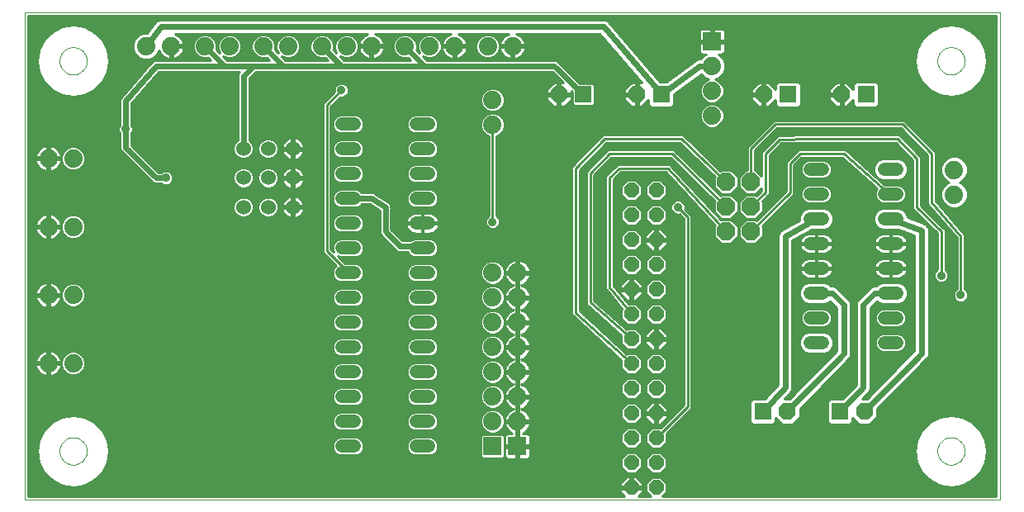
<source format=gbl>
G75*
%MOIN*%
%OFA0B0*%
%FSLAX24Y24*%
%IPPOS*%
%LPD*%
%AMOC8*
5,1,8,0,0,1.08239X$1,22.5*
%
%ADD10C,0.0000*%
%ADD11C,0.0520*%
%ADD12R,0.0740X0.0740*%
%ADD13C,0.0740*%
%ADD14OC8,0.0740*%
%ADD15OC8,0.0600*%
%ADD16C,0.0600*%
%ADD17OC8,0.0689*%
%ADD18R,0.0689X0.0689*%
%ADD19OC8,0.0356*%
%ADD20C,0.0100*%
%ADD21C,0.0240*%
%ADD22C,0.0356*%
D10*
X000544Y003496D02*
X000544Y023181D01*
X039914Y023181D01*
X039914Y003496D01*
X000544Y003496D01*
X001961Y005465D02*
X001963Y005512D01*
X001969Y005558D01*
X001979Y005604D01*
X001992Y005649D01*
X002010Y005692D01*
X002031Y005734D01*
X002055Y005774D01*
X002083Y005811D01*
X002114Y005846D01*
X002148Y005879D01*
X002184Y005908D01*
X002223Y005934D01*
X002264Y005957D01*
X002307Y005976D01*
X002351Y005992D01*
X002396Y006004D01*
X002442Y006012D01*
X002489Y006016D01*
X002535Y006016D01*
X002582Y006012D01*
X002628Y006004D01*
X002673Y005992D01*
X002717Y005976D01*
X002760Y005957D01*
X002801Y005934D01*
X002840Y005908D01*
X002876Y005879D01*
X002910Y005846D01*
X002941Y005811D01*
X002969Y005774D01*
X002993Y005734D01*
X003014Y005692D01*
X003032Y005649D01*
X003045Y005604D01*
X003055Y005558D01*
X003061Y005512D01*
X003063Y005465D01*
X003061Y005418D01*
X003055Y005372D01*
X003045Y005326D01*
X003032Y005281D01*
X003014Y005238D01*
X002993Y005196D01*
X002969Y005156D01*
X002941Y005119D01*
X002910Y005084D01*
X002876Y005051D01*
X002840Y005022D01*
X002801Y004996D01*
X002760Y004973D01*
X002717Y004954D01*
X002673Y004938D01*
X002628Y004926D01*
X002582Y004918D01*
X002535Y004914D01*
X002489Y004914D01*
X002442Y004918D01*
X002396Y004926D01*
X002351Y004938D01*
X002307Y004954D01*
X002264Y004973D01*
X002223Y004996D01*
X002184Y005022D01*
X002148Y005051D01*
X002114Y005084D01*
X002083Y005119D01*
X002055Y005156D01*
X002031Y005196D01*
X002010Y005238D01*
X001992Y005281D01*
X001979Y005326D01*
X001969Y005372D01*
X001963Y005418D01*
X001961Y005465D01*
X001961Y021213D02*
X001963Y021260D01*
X001969Y021306D01*
X001979Y021352D01*
X001992Y021397D01*
X002010Y021440D01*
X002031Y021482D01*
X002055Y021522D01*
X002083Y021559D01*
X002114Y021594D01*
X002148Y021627D01*
X002184Y021656D01*
X002223Y021682D01*
X002264Y021705D01*
X002307Y021724D01*
X002351Y021740D01*
X002396Y021752D01*
X002442Y021760D01*
X002489Y021764D01*
X002535Y021764D01*
X002582Y021760D01*
X002628Y021752D01*
X002673Y021740D01*
X002717Y021724D01*
X002760Y021705D01*
X002801Y021682D01*
X002840Y021656D01*
X002876Y021627D01*
X002910Y021594D01*
X002941Y021559D01*
X002969Y021522D01*
X002993Y021482D01*
X003014Y021440D01*
X003032Y021397D01*
X003045Y021352D01*
X003055Y021306D01*
X003061Y021260D01*
X003063Y021213D01*
X003061Y021166D01*
X003055Y021120D01*
X003045Y021074D01*
X003032Y021029D01*
X003014Y020986D01*
X002993Y020944D01*
X002969Y020904D01*
X002941Y020867D01*
X002910Y020832D01*
X002876Y020799D01*
X002840Y020770D01*
X002801Y020744D01*
X002760Y020721D01*
X002717Y020702D01*
X002673Y020686D01*
X002628Y020674D01*
X002582Y020666D01*
X002535Y020662D01*
X002489Y020662D01*
X002442Y020666D01*
X002396Y020674D01*
X002351Y020686D01*
X002307Y020702D01*
X002264Y020721D01*
X002223Y020744D01*
X002184Y020770D01*
X002148Y020799D01*
X002114Y020832D01*
X002083Y020867D01*
X002055Y020904D01*
X002031Y020944D01*
X002010Y020986D01*
X001992Y021029D01*
X001979Y021074D01*
X001969Y021120D01*
X001963Y021166D01*
X001961Y021213D01*
X037394Y021213D02*
X037396Y021260D01*
X037402Y021306D01*
X037412Y021352D01*
X037425Y021397D01*
X037443Y021440D01*
X037464Y021482D01*
X037488Y021522D01*
X037516Y021559D01*
X037547Y021594D01*
X037581Y021627D01*
X037617Y021656D01*
X037656Y021682D01*
X037697Y021705D01*
X037740Y021724D01*
X037784Y021740D01*
X037829Y021752D01*
X037875Y021760D01*
X037922Y021764D01*
X037968Y021764D01*
X038015Y021760D01*
X038061Y021752D01*
X038106Y021740D01*
X038150Y021724D01*
X038193Y021705D01*
X038234Y021682D01*
X038273Y021656D01*
X038309Y021627D01*
X038343Y021594D01*
X038374Y021559D01*
X038402Y021522D01*
X038426Y021482D01*
X038447Y021440D01*
X038465Y021397D01*
X038478Y021352D01*
X038488Y021306D01*
X038494Y021260D01*
X038496Y021213D01*
X038494Y021166D01*
X038488Y021120D01*
X038478Y021074D01*
X038465Y021029D01*
X038447Y020986D01*
X038426Y020944D01*
X038402Y020904D01*
X038374Y020867D01*
X038343Y020832D01*
X038309Y020799D01*
X038273Y020770D01*
X038234Y020744D01*
X038193Y020721D01*
X038150Y020702D01*
X038106Y020686D01*
X038061Y020674D01*
X038015Y020666D01*
X037968Y020662D01*
X037922Y020662D01*
X037875Y020666D01*
X037829Y020674D01*
X037784Y020686D01*
X037740Y020702D01*
X037697Y020721D01*
X037656Y020744D01*
X037617Y020770D01*
X037581Y020799D01*
X037547Y020832D01*
X037516Y020867D01*
X037488Y020904D01*
X037464Y020944D01*
X037443Y020986D01*
X037425Y021029D01*
X037412Y021074D01*
X037402Y021120D01*
X037396Y021166D01*
X037394Y021213D01*
X037394Y005465D02*
X037396Y005512D01*
X037402Y005558D01*
X037412Y005604D01*
X037425Y005649D01*
X037443Y005692D01*
X037464Y005734D01*
X037488Y005774D01*
X037516Y005811D01*
X037547Y005846D01*
X037581Y005879D01*
X037617Y005908D01*
X037656Y005934D01*
X037697Y005957D01*
X037740Y005976D01*
X037784Y005992D01*
X037829Y006004D01*
X037875Y006012D01*
X037922Y006016D01*
X037968Y006016D01*
X038015Y006012D01*
X038061Y006004D01*
X038106Y005992D01*
X038150Y005976D01*
X038193Y005957D01*
X038234Y005934D01*
X038273Y005908D01*
X038309Y005879D01*
X038343Y005846D01*
X038374Y005811D01*
X038402Y005774D01*
X038426Y005734D01*
X038447Y005692D01*
X038465Y005649D01*
X038478Y005604D01*
X038488Y005558D01*
X038494Y005512D01*
X038496Y005465D01*
X038494Y005418D01*
X038488Y005372D01*
X038478Y005326D01*
X038465Y005281D01*
X038447Y005238D01*
X038426Y005196D01*
X038402Y005156D01*
X038374Y005119D01*
X038343Y005084D01*
X038309Y005051D01*
X038273Y005022D01*
X038234Y004996D01*
X038193Y004973D01*
X038150Y004954D01*
X038106Y004938D01*
X038061Y004926D01*
X038015Y004918D01*
X037968Y004914D01*
X037922Y004914D01*
X037875Y004918D01*
X037829Y004926D01*
X037784Y004938D01*
X037740Y004954D01*
X037697Y004973D01*
X037656Y004996D01*
X037617Y005022D01*
X037581Y005051D01*
X037547Y005084D01*
X037516Y005119D01*
X037488Y005156D01*
X037464Y005196D01*
X037443Y005238D01*
X037425Y005281D01*
X037412Y005326D01*
X037402Y005372D01*
X037396Y005418D01*
X037394Y005465D01*
D11*
X035768Y009839D02*
X035248Y009839D01*
X035248Y010839D02*
X035768Y010839D01*
X035768Y011839D02*
X035248Y011839D01*
X035248Y012839D02*
X035768Y012839D01*
X035768Y013839D02*
X035248Y013839D01*
X035248Y014839D02*
X035768Y014839D01*
X035768Y015839D02*
X035248Y015839D01*
X035248Y016839D02*
X035768Y016839D01*
X032768Y016839D02*
X032248Y016839D01*
X032248Y015839D02*
X032768Y015839D01*
X032768Y014839D02*
X032248Y014839D01*
X032248Y013839D02*
X032768Y013839D01*
X032768Y012839D02*
X032248Y012839D01*
X032248Y011839D02*
X032768Y011839D01*
X032768Y010839D02*
X032248Y010839D01*
X032248Y009839D02*
X032768Y009839D01*
X016871Y009658D02*
X016351Y009658D01*
X016351Y010658D02*
X016871Y010658D01*
X016871Y011658D02*
X016351Y011658D01*
X016351Y012658D02*
X016871Y012658D01*
X016871Y013658D02*
X016351Y013658D01*
X016351Y014658D02*
X016871Y014658D01*
X016871Y015658D02*
X016351Y015658D01*
X016351Y016658D02*
X016871Y016658D01*
X016871Y017658D02*
X016351Y017658D01*
X016351Y018658D02*
X016871Y018658D01*
X013871Y018658D02*
X013351Y018658D01*
X013351Y017658D02*
X013871Y017658D01*
X013871Y016658D02*
X013351Y016658D01*
X013351Y015658D02*
X013871Y015658D01*
X013871Y014658D02*
X013351Y014658D01*
X013351Y013658D02*
X013871Y013658D01*
X013871Y012658D02*
X013351Y012658D01*
X013351Y011658D02*
X013871Y011658D01*
X013871Y010658D02*
X013351Y010658D01*
X013351Y009658D02*
X013871Y009658D01*
X013871Y008658D02*
X013351Y008658D01*
X013351Y007658D02*
X013871Y007658D01*
X013871Y006658D02*
X013351Y006658D01*
X013351Y005658D02*
X013871Y005658D01*
X016351Y005658D02*
X016871Y005658D01*
X016871Y006658D02*
X016351Y006658D01*
X016351Y007658D02*
X016871Y007658D01*
X016871Y008658D02*
X016351Y008658D01*
D12*
X019441Y005662D03*
X020441Y005662D03*
X028300Y022000D03*
D13*
X028300Y021000D03*
X028300Y020000D03*
X028300Y019000D03*
X020244Y021804D03*
X019244Y021804D03*
X017898Y021804D03*
X016898Y021804D03*
X015898Y021804D03*
X014552Y021804D03*
X013552Y021804D03*
X012552Y021804D03*
X011189Y021804D03*
X010189Y021804D03*
X008827Y021804D03*
X007827Y021804D03*
X006465Y021804D03*
X005465Y021804D03*
X002512Y017276D03*
X001512Y017276D03*
X001512Y014520D03*
X002512Y014520D03*
X002512Y011764D03*
X001512Y011764D03*
X001512Y009008D03*
X002512Y009008D03*
X019441Y008662D03*
X020441Y008662D03*
X020441Y009662D03*
X019441Y009662D03*
X019441Y010662D03*
X020441Y010662D03*
X020441Y011662D03*
X019441Y011662D03*
X019441Y012662D03*
X020441Y012662D03*
X020441Y007662D03*
X019441Y007662D03*
X019441Y006662D03*
X020441Y006662D03*
X038075Y015816D03*
X038075Y016816D03*
X019441Y018638D03*
X019441Y019638D03*
D14*
X028874Y016323D03*
X029874Y016323D03*
X029874Y015323D03*
X028874Y015323D03*
X028874Y014323D03*
X029874Y014323D03*
D15*
X026044Y013993D03*
X025044Y013993D03*
X025044Y012993D03*
X026044Y012993D03*
X026044Y011993D03*
X025044Y011993D03*
X025044Y010993D03*
X026044Y010993D03*
X026044Y009993D03*
X025044Y009993D03*
X025044Y008993D03*
X026044Y008993D03*
X026044Y007993D03*
X025044Y007993D03*
X025044Y006993D03*
X026044Y006993D03*
X026044Y005993D03*
X025044Y005993D03*
X025044Y004993D03*
X026044Y004993D03*
X026044Y003993D03*
X025044Y003993D03*
X025044Y014993D03*
X026044Y014993D03*
X026044Y015993D03*
X025044Y015993D03*
D16*
X011386Y016489D03*
X010386Y016489D03*
X009386Y016489D03*
X009386Y017670D03*
X010386Y017670D03*
X011386Y017670D03*
X011386Y015307D03*
X010386Y015307D03*
X009386Y015307D03*
D17*
X022119Y019855D03*
X025268Y019855D03*
X030386Y019855D03*
X033536Y019855D03*
X034444Y007058D03*
X031332Y007058D03*
D18*
X030348Y007058D03*
X033460Y007058D03*
X034520Y019855D03*
X031370Y019855D03*
X026252Y019855D03*
X023103Y019855D03*
D19*
X018260Y013930D03*
X009205Y009402D03*
X005662Y006252D03*
X021804Y004481D03*
X011174Y019441D03*
X035780Y019244D03*
D20*
X036043Y018814D02*
X030792Y018814D01*
X029714Y017736D01*
X029714Y016803D01*
X029676Y016803D01*
X029394Y016522D01*
X029394Y016124D01*
X029676Y015843D01*
X030073Y015843D01*
X030305Y016075D01*
X030305Y015980D01*
X030101Y015776D01*
X030073Y015803D01*
X029676Y015803D01*
X029394Y015522D01*
X029394Y015124D01*
X029676Y014843D01*
X030073Y014843D01*
X030354Y015124D01*
X030354Y015522D01*
X030327Y015550D01*
X030531Y015754D01*
X030625Y015848D01*
X030625Y017407D01*
X031107Y017889D01*
X032222Y017903D01*
X035714Y017903D01*
X036407Y017210D01*
X036407Y015241D01*
X037392Y014257D01*
X037392Y012797D01*
X037388Y012796D01*
X037307Y012715D01*
X037263Y012609D01*
X037263Y012494D01*
X037307Y012388D01*
X037388Y012307D01*
X037494Y012263D01*
X037609Y012263D01*
X037715Y012307D01*
X037796Y012388D01*
X037840Y012494D01*
X037840Y012609D01*
X037796Y012715D01*
X037715Y012796D01*
X037712Y012797D01*
X037712Y014390D01*
X037618Y014483D01*
X036727Y015374D01*
X036727Y017342D01*
X036634Y017436D01*
X035846Y018223D01*
X032286Y018223D01*
X032285Y018224D01*
X032220Y018223D01*
X032155Y018223D01*
X032154Y018223D01*
X031039Y018208D01*
X030973Y018208D01*
X030973Y018207D01*
X030971Y018207D01*
X030926Y018160D01*
X030305Y017539D01*
X030305Y016571D01*
X030073Y016803D01*
X030034Y016803D01*
X030034Y017603D01*
X030925Y018494D01*
X035910Y018494D01*
X036998Y017407D01*
X036998Y015510D01*
X036993Y015451D01*
X036998Y015445D01*
X036998Y015438D01*
X037040Y015396D01*
X038179Y014067D01*
X038179Y012010D01*
X038176Y012008D01*
X038095Y011927D01*
X038051Y011821D01*
X038051Y011707D01*
X038095Y011601D01*
X038176Y011520D01*
X038282Y011476D01*
X038396Y011476D01*
X038502Y011520D01*
X038583Y011601D01*
X038627Y011707D01*
X038627Y011821D01*
X038583Y011927D01*
X038502Y012008D01*
X038499Y012010D01*
X038499Y014120D01*
X038504Y014180D01*
X038499Y014186D01*
X038499Y014193D01*
X038456Y014235D01*
X037318Y015564D01*
X037318Y017539D01*
X037224Y017633D01*
X036043Y018814D01*
X036093Y018764D02*
X039764Y018764D01*
X039764Y018862D02*
X028762Y018862D01*
X028780Y018905D02*
X028707Y018728D01*
X028572Y018593D01*
X028395Y018520D01*
X028204Y018520D01*
X028028Y018593D01*
X027893Y018728D01*
X027820Y018905D01*
X027820Y019096D01*
X027893Y019272D01*
X028028Y019407D01*
X028204Y019480D01*
X028395Y019480D01*
X028572Y019407D01*
X028707Y019272D01*
X028780Y019096D01*
X028780Y018905D01*
X028780Y018961D02*
X039764Y018961D01*
X039764Y019059D02*
X028780Y019059D01*
X028754Y019158D02*
X039764Y019158D01*
X039764Y019256D02*
X028713Y019256D01*
X028624Y019355D02*
X030941Y019355D01*
X030956Y019340D02*
X031785Y019340D01*
X031885Y019440D01*
X031885Y020270D01*
X031785Y020369D01*
X030956Y020369D01*
X030856Y020270D01*
X030856Y020084D01*
X030591Y020349D01*
X030435Y020349D01*
X030435Y019903D01*
X030338Y019903D01*
X030338Y019806D01*
X030435Y019806D01*
X030435Y019360D01*
X030591Y019360D01*
X030856Y019625D01*
X030856Y019440D01*
X030956Y019340D01*
X030856Y019453D02*
X030684Y019453D01*
X030783Y019552D02*
X030856Y019552D01*
X030435Y019552D02*
X030338Y019552D01*
X030338Y019650D02*
X030435Y019650D01*
X030435Y019749D02*
X030338Y019749D01*
X030338Y019806D02*
X030338Y019360D01*
X030181Y019360D01*
X029892Y019650D01*
X029892Y019806D01*
X030338Y019806D01*
X030338Y019847D02*
X028756Y019847D01*
X028780Y019905D02*
X028780Y020096D01*
X028707Y020272D01*
X028572Y020407D01*
X028425Y020468D01*
X028605Y020543D01*
X028757Y020695D01*
X028840Y020893D01*
X028840Y021108D01*
X028757Y021306D01*
X028605Y021458D01*
X028552Y021480D01*
X028689Y021480D01*
X028728Y021491D01*
X028762Y021510D01*
X028790Y021538D01*
X028809Y021572D01*
X028820Y021611D01*
X028820Y021950D01*
X028350Y021950D01*
X028350Y022050D01*
X028820Y022050D01*
X028820Y022390D01*
X028809Y022428D01*
X028790Y022462D01*
X028762Y022490D01*
X028728Y022510D01*
X028689Y022520D01*
X028350Y022520D01*
X028350Y022050D01*
X028250Y022050D01*
X028250Y021950D01*
X027780Y021950D01*
X027780Y021611D01*
X027790Y021572D01*
X027810Y021538D01*
X027838Y021510D01*
X027872Y021491D01*
X027910Y021480D01*
X028047Y021480D01*
X027994Y021458D01*
X027842Y021306D01*
X027835Y021290D01*
X027813Y021290D01*
X027777Y021296D01*
X027756Y021290D01*
X027734Y021290D01*
X027700Y021276D01*
X027665Y021267D01*
X027647Y021255D01*
X027627Y021246D01*
X027602Y021220D01*
X026458Y020369D01*
X026194Y020369D01*
X024160Y022745D01*
X024156Y022755D01*
X024123Y022788D01*
X024093Y022823D01*
X024082Y022829D01*
X024074Y022837D01*
X024031Y022855D01*
X023990Y022876D01*
X023978Y022877D01*
X023968Y022881D01*
X023921Y022881D01*
X023875Y022885D01*
X023864Y022881D01*
X006092Y022881D01*
X006072Y022886D01*
X006035Y022881D01*
X005998Y022881D01*
X005978Y022873D01*
X005957Y022870D01*
X005925Y022851D01*
X005891Y022837D01*
X005876Y022822D01*
X005858Y022811D01*
X005836Y022781D01*
X005810Y022755D01*
X005802Y022736D01*
X005507Y022344D01*
X005358Y022344D01*
X005159Y022261D01*
X005007Y022109D01*
X004925Y021911D01*
X004925Y021696D01*
X005007Y021498D01*
X005159Y021346D01*
X005358Y021264D01*
X005572Y021264D01*
X005771Y021346D01*
X005923Y021498D01*
X005976Y021626D01*
X005983Y021604D01*
X006020Y021531D01*
X006068Y021465D01*
X006126Y021407D01*
X006192Y021359D01*
X006265Y021322D01*
X006343Y021296D01*
X006415Y021285D01*
X006415Y021754D01*
X006515Y021754D01*
X006515Y021854D01*
X006984Y021854D01*
X006972Y021925D01*
X006947Y022003D01*
X006910Y022076D01*
X006862Y022142D01*
X006804Y022200D01*
X006738Y022248D01*
X006665Y022285D01*
X006617Y022301D01*
X014400Y022301D01*
X014352Y022285D01*
X014279Y022248D01*
X014213Y022200D01*
X014155Y022142D01*
X014107Y022076D01*
X014070Y022003D01*
X014044Y021925D01*
X014033Y021854D01*
X014502Y021854D01*
X014502Y021754D01*
X014602Y021754D01*
X014602Y021854D01*
X015070Y021854D01*
X015059Y021925D01*
X015033Y022003D01*
X014996Y022076D01*
X014948Y022142D01*
X014890Y022200D01*
X014824Y022248D01*
X014751Y022285D01*
X014703Y022301D01*
X017746Y022301D01*
X017698Y022285D01*
X017625Y022248D01*
X017559Y022200D01*
X017501Y022142D01*
X017453Y022076D01*
X017416Y022003D01*
X017391Y021925D01*
X017379Y021854D01*
X017848Y021854D01*
X017848Y021754D01*
X017379Y021754D01*
X017391Y021682D01*
X017416Y021604D01*
X017453Y021531D01*
X017501Y021465D01*
X017559Y021407D01*
X017625Y021359D01*
X017698Y021322D01*
X017776Y021296D01*
X017848Y021285D01*
X017848Y021754D01*
X017948Y021754D01*
X017948Y021854D01*
X018417Y021854D01*
X018405Y021925D01*
X018380Y022003D01*
X018343Y022076D01*
X018295Y022142D01*
X018237Y022200D01*
X018171Y022248D01*
X018098Y022285D01*
X018050Y022301D01*
X020093Y022301D01*
X020045Y022285D01*
X019972Y022248D01*
X019906Y022200D01*
X019848Y022142D01*
X019800Y022076D01*
X019763Y022003D01*
X019737Y021925D01*
X019726Y021854D01*
X020194Y021854D01*
X020194Y021754D01*
X019726Y021754D01*
X019737Y021682D01*
X019763Y021604D01*
X019800Y021531D01*
X019848Y021465D01*
X019906Y021407D01*
X019972Y021359D01*
X020045Y021322D01*
X020123Y021296D01*
X020194Y021285D01*
X020194Y021754D01*
X020294Y021754D01*
X020294Y021285D01*
X020366Y021296D01*
X020444Y021322D01*
X020517Y021359D01*
X020583Y021407D01*
X020641Y021465D01*
X020689Y021531D01*
X020726Y021604D01*
X020752Y021682D01*
X020763Y021754D01*
X020294Y021754D01*
X020294Y021854D01*
X020763Y021854D01*
X020752Y021925D01*
X020726Y022003D01*
X020689Y022076D01*
X020641Y022142D01*
X020583Y022200D01*
X020517Y022248D01*
X020444Y022285D01*
X020396Y022301D01*
X023776Y022301D01*
X025447Y020349D01*
X025317Y020349D01*
X025317Y019903D01*
X025220Y019903D01*
X025220Y020349D01*
X025063Y020349D01*
X024774Y020060D01*
X024774Y019903D01*
X025220Y019903D01*
X025220Y019806D01*
X025317Y019806D01*
X025317Y019360D01*
X025473Y019360D01*
X025738Y019625D01*
X025738Y019440D01*
X025837Y019340D01*
X026667Y019340D01*
X026767Y019440D01*
X026767Y019876D01*
X027852Y020684D01*
X027994Y020543D01*
X028174Y020468D01*
X028028Y020407D01*
X027893Y020272D01*
X027820Y020096D01*
X027820Y019905D01*
X027893Y019728D01*
X028028Y019593D01*
X028204Y019520D01*
X028395Y019520D01*
X028572Y019593D01*
X028707Y019728D01*
X028780Y019905D01*
X028780Y019946D02*
X029892Y019946D01*
X029892Y019903D02*
X029892Y020060D01*
X030181Y020349D01*
X030338Y020349D01*
X030338Y019903D01*
X029892Y019903D01*
X029892Y020044D02*
X028780Y020044D01*
X028760Y020143D02*
X029975Y020143D01*
X030074Y020241D02*
X028719Y020241D01*
X028639Y020340D02*
X030172Y020340D01*
X030338Y020340D02*
X030435Y020340D01*
X030435Y020241D02*
X030338Y020241D01*
X030338Y020143D02*
X030435Y020143D01*
X030435Y020044D02*
X030338Y020044D01*
X030338Y019946D02*
X030435Y019946D01*
X030699Y020241D02*
X030856Y020241D01*
X030856Y020143D02*
X030797Y020143D01*
X030926Y020340D02*
X030600Y020340D01*
X029892Y019749D02*
X028715Y019749D01*
X028629Y019650D02*
X029892Y019650D01*
X029990Y019552D02*
X028471Y019552D01*
X028460Y019453D02*
X030088Y019453D01*
X030338Y019453D02*
X030435Y019453D01*
X030742Y018764D02*
X028721Y018764D01*
X028644Y018665D02*
X030644Y018665D01*
X030545Y018567D02*
X028508Y018567D01*
X028092Y018567D02*
X019921Y018567D01*
X019921Y018543D02*
X019921Y018734D01*
X019848Y018910D01*
X019713Y019045D01*
X019537Y019118D01*
X019346Y019118D01*
X019169Y019045D01*
X019034Y018910D01*
X018961Y018734D01*
X018961Y018543D01*
X019034Y018366D01*
X019169Y018231D01*
X019281Y018185D01*
X019281Y014963D01*
X019278Y014961D01*
X019197Y014880D01*
X019153Y014774D01*
X019153Y014660D01*
X019197Y014554D01*
X019278Y014473D01*
X019384Y014429D01*
X019499Y014429D01*
X019605Y014473D01*
X019686Y014554D01*
X019729Y014660D01*
X019729Y014774D01*
X019686Y014880D01*
X019605Y014961D01*
X019601Y014963D01*
X019601Y018185D01*
X019713Y018231D01*
X019848Y018366D01*
X019921Y018543D01*
X019891Y018468D02*
X030447Y018468D01*
X030348Y018370D02*
X019850Y018370D01*
X019753Y018271D02*
X030250Y018271D01*
X030151Y018173D02*
X027188Y018173D01*
X027183Y018178D02*
X027138Y018223D01*
X027136Y018223D01*
X027135Y018225D01*
X027070Y018223D01*
X023903Y018223D01*
X023809Y018130D01*
X022628Y016949D01*
X022628Y011114D01*
X022625Y011110D01*
X022628Y011048D01*
X022628Y010985D01*
X022631Y010982D01*
X022631Y010978D01*
X022677Y010936D01*
X022722Y010892D01*
X022726Y010892D01*
X024634Y009150D01*
X024634Y008823D01*
X024874Y008583D01*
X025214Y008583D01*
X025454Y008823D01*
X025454Y009162D01*
X025214Y009403D01*
X024874Y009403D01*
X024854Y009382D01*
X022948Y011122D01*
X022948Y016816D01*
X024035Y017903D01*
X027007Y017903D01*
X028416Y016543D01*
X028394Y016522D01*
X028394Y016124D01*
X028676Y015843D01*
X029073Y015843D01*
X029354Y016124D01*
X029354Y016522D01*
X029073Y016803D01*
X028676Y016803D01*
X028642Y016770D01*
X027183Y018178D01*
X027290Y018074D02*
X030053Y018074D01*
X029954Y017976D02*
X027392Y017976D01*
X027494Y017877D02*
X029856Y017877D01*
X029757Y017779D02*
X027596Y017779D01*
X027698Y017680D02*
X029714Y017680D01*
X029714Y017582D02*
X027800Y017582D01*
X027903Y017483D02*
X029714Y017483D01*
X029714Y017385D02*
X028005Y017385D01*
X028107Y017286D02*
X029714Y017286D01*
X029714Y017188D02*
X028209Y017188D01*
X028311Y017089D02*
X029714Y017089D01*
X029714Y016991D02*
X028413Y016991D01*
X028515Y016892D02*
X029714Y016892D01*
X029666Y016794D02*
X029082Y016794D01*
X029181Y016695D02*
X029568Y016695D01*
X029469Y016597D02*
X029279Y016597D01*
X029354Y016498D02*
X029394Y016498D01*
X029394Y016400D02*
X029354Y016400D01*
X029354Y016301D02*
X029394Y016301D01*
X029394Y016203D02*
X029354Y016203D01*
X029334Y016104D02*
X029414Y016104D01*
X029513Y016006D02*
X029236Y016006D01*
X029137Y015907D02*
X029611Y015907D01*
X029583Y015710D02*
X029166Y015710D01*
X029073Y015803D02*
X028676Y015803D01*
X028646Y015773D01*
X026806Y017586D01*
X026760Y017633D01*
X026759Y017633D01*
X026758Y017633D01*
X026693Y017633D01*
X024099Y017633D01*
X024006Y017539D01*
X023218Y016752D01*
X023218Y011521D01*
X023215Y011517D01*
X023218Y011456D01*
X023218Y011395D01*
X023222Y011391D01*
X023223Y011385D01*
X023269Y011344D01*
X023312Y011301D01*
X023318Y011301D01*
X024634Y010141D01*
X024634Y009823D01*
X024874Y009583D01*
X025214Y009583D01*
X025454Y009823D01*
X025454Y010162D01*
X025214Y010403D01*
X024874Y010403D01*
X024849Y010378D01*
X023538Y011533D01*
X023538Y016619D01*
X024232Y017313D01*
X026628Y017313D01*
X028419Y015547D01*
X028394Y015522D01*
X028394Y015124D01*
X028676Y014843D01*
X029073Y014843D01*
X029354Y015124D01*
X029354Y015522D01*
X029073Y015803D01*
X029264Y015612D02*
X029484Y015612D01*
X029394Y015513D02*
X029354Y015513D01*
X029354Y015415D02*
X029394Y015415D01*
X029394Y015316D02*
X029354Y015316D01*
X029354Y015218D02*
X029394Y015218D01*
X029399Y015119D02*
X029349Y015119D01*
X029251Y015021D02*
X029498Y015021D01*
X029596Y014922D02*
X029152Y014922D01*
X029073Y014803D02*
X028676Y014803D01*
X028662Y014789D01*
X026672Y016945D01*
X026672Y016949D01*
X026628Y016993D01*
X026585Y017040D01*
X026581Y017040D01*
X026578Y017042D01*
X026515Y017042D01*
X026452Y017045D01*
X026450Y017042D01*
X024493Y017042D01*
X024399Y016949D01*
X024006Y016555D01*
X024006Y012075D01*
X024000Y012017D01*
X024006Y012010D01*
X024006Y012001D01*
X024047Y011960D01*
X024669Y011198D01*
X024634Y011162D01*
X024634Y010823D01*
X024874Y010583D01*
X025214Y010583D01*
X025454Y010823D01*
X025454Y011162D01*
X025214Y011403D01*
X024915Y011403D01*
X024326Y012124D01*
X024326Y016422D01*
X024626Y016722D01*
X026442Y016722D01*
X028435Y014563D01*
X028394Y014522D01*
X028394Y014124D01*
X028676Y013843D01*
X029073Y013843D01*
X029354Y014124D01*
X029354Y014522D01*
X029073Y014803D01*
X029151Y014725D02*
X029598Y014725D01*
X029676Y014803D02*
X029394Y014522D01*
X029394Y014124D01*
X029676Y013843D01*
X030073Y013843D01*
X030354Y014124D01*
X030354Y014522D01*
X030327Y014550D01*
X031515Y015738D01*
X031609Y015832D01*
X031609Y017013D01*
X031909Y017313D01*
X033554Y017313D01*
X034951Y016065D01*
X034935Y016049D01*
X034878Y015913D01*
X034878Y015765D01*
X034935Y015629D01*
X035039Y015525D01*
X035175Y015469D01*
X035842Y015469D01*
X035978Y015525D01*
X036082Y015629D01*
X036138Y015765D01*
X036138Y015913D01*
X036082Y016049D01*
X035978Y016153D01*
X035842Y016209D01*
X035271Y016209D01*
X033724Y017589D01*
X033681Y017633D01*
X033676Y017633D01*
X033672Y017636D01*
X033610Y017633D01*
X031777Y017633D01*
X031289Y017145D01*
X031289Y015964D01*
X030101Y014776D01*
X030073Y014803D01*
X029676Y014803D01*
X029499Y014627D02*
X029249Y014627D01*
X029348Y014528D02*
X029401Y014528D01*
X029394Y014430D02*
X029354Y014430D01*
X029354Y014331D02*
X029394Y014331D01*
X029394Y014233D02*
X029354Y014233D01*
X029354Y014134D02*
X029394Y014134D01*
X029483Y014036D02*
X029266Y014036D01*
X029167Y013937D02*
X029581Y013937D01*
X029874Y014323D02*
X031449Y015898D01*
X031449Y017079D01*
X031843Y017473D01*
X033615Y017473D01*
X035445Y015839D01*
X035508Y015839D01*
X035067Y015513D02*
X032949Y015513D01*
X032978Y015525D02*
X033082Y015629D01*
X033138Y015765D01*
X033138Y015913D01*
X033082Y016049D01*
X032978Y016153D01*
X032842Y016209D01*
X032175Y016209D01*
X032039Y016153D01*
X031935Y016049D01*
X031878Y015913D01*
X031878Y015765D01*
X031935Y015629D01*
X032039Y015525D01*
X032175Y015469D01*
X032842Y015469D01*
X032978Y015525D01*
X033065Y015612D02*
X034952Y015612D01*
X034901Y015710D02*
X033116Y015710D01*
X033138Y015809D02*
X034878Y015809D01*
X034878Y015907D02*
X033138Y015907D01*
X033100Y016006D02*
X034917Y016006D01*
X034907Y016104D02*
X033026Y016104D01*
X032856Y016203D02*
X034797Y016203D01*
X034687Y016301D02*
X031609Y016301D01*
X031609Y016203D02*
X032160Y016203D01*
X031991Y016104D02*
X031609Y016104D01*
X031609Y016006D02*
X031917Y016006D01*
X031878Y015907D02*
X031609Y015907D01*
X031586Y015809D02*
X031878Y015809D01*
X031901Y015710D02*
X031488Y015710D01*
X031389Y015612D02*
X031952Y015612D01*
X032067Y015513D02*
X031291Y015513D01*
X031192Y015415D02*
X036407Y015415D01*
X036407Y015513D02*
X035949Y015513D01*
X036065Y015612D02*
X036407Y015612D01*
X036407Y015710D02*
X036116Y015710D01*
X036138Y015809D02*
X036407Y015809D01*
X036407Y015907D02*
X036138Y015907D01*
X036100Y016006D02*
X036407Y016006D01*
X036407Y016104D02*
X036026Y016104D01*
X035856Y016203D02*
X036407Y016203D01*
X036407Y016301D02*
X035167Y016301D01*
X035163Y016409D02*
X035854Y016409D01*
X036012Y016474D01*
X036133Y016595D01*
X036198Y016753D01*
X036198Y016925D01*
X036133Y017083D01*
X036012Y017204D01*
X035854Y017269D01*
X035163Y017269D01*
X035005Y017204D01*
X034884Y017083D01*
X034818Y016925D01*
X034818Y016753D01*
X034884Y016595D01*
X035005Y016474D01*
X035163Y016409D01*
X035057Y016400D02*
X036407Y016400D01*
X036407Y016498D02*
X036036Y016498D01*
X036133Y016597D02*
X036407Y016597D01*
X036407Y016695D02*
X036174Y016695D01*
X036198Y016794D02*
X036407Y016794D01*
X036407Y016892D02*
X036198Y016892D01*
X036171Y016991D02*
X036407Y016991D01*
X036407Y017089D02*
X036126Y017089D01*
X036027Y017188D02*
X036407Y017188D01*
X036331Y017286D02*
X034064Y017286D01*
X034174Y017188D02*
X034989Y017188D01*
X034891Y017089D02*
X034284Y017089D01*
X034395Y016991D02*
X034846Y016991D01*
X034818Y016892D02*
X034505Y016892D01*
X034615Y016794D02*
X034818Y016794D01*
X034842Y016695D02*
X034726Y016695D01*
X034836Y016597D02*
X034883Y016597D01*
X034947Y016498D02*
X034981Y016498D01*
X034576Y016400D02*
X031609Y016400D01*
X031609Y016498D02*
X032103Y016498D01*
X032039Y016525D02*
X032175Y016469D01*
X032842Y016469D01*
X032978Y016525D01*
X033082Y016629D01*
X033138Y016765D01*
X033138Y016913D01*
X033082Y017049D01*
X032978Y017153D01*
X032842Y017209D01*
X032175Y017209D01*
X032039Y017153D01*
X031935Y017049D01*
X031878Y016913D01*
X031878Y016765D01*
X031935Y016629D01*
X032039Y016525D01*
X031967Y016597D02*
X031609Y016597D01*
X031609Y016695D02*
X031907Y016695D01*
X031878Y016794D02*
X031609Y016794D01*
X031609Y016892D02*
X031878Y016892D01*
X031911Y016991D02*
X031609Y016991D01*
X031686Y017089D02*
X031976Y017089D01*
X032124Y017188D02*
X031784Y017188D01*
X031883Y017286D02*
X033583Y017286D01*
X033693Y017188D02*
X032893Y017188D01*
X033041Y017089D02*
X033804Y017089D01*
X033914Y016991D02*
X033106Y016991D01*
X033138Y016892D02*
X034025Y016892D01*
X034135Y016794D02*
X033138Y016794D01*
X033109Y016695D02*
X034245Y016695D01*
X034356Y016597D02*
X033050Y016597D01*
X032913Y016498D02*
X034466Y016498D01*
X033953Y017385D02*
X036232Y017385D01*
X036134Y017483D02*
X033843Y017483D01*
X033733Y017582D02*
X036035Y017582D01*
X035937Y017680D02*
X030899Y017680D01*
X030800Y017582D02*
X031726Y017582D01*
X031627Y017483D02*
X030702Y017483D01*
X030625Y017385D02*
X031529Y017385D01*
X031430Y017286D02*
X030625Y017286D01*
X030625Y017188D02*
X031332Y017188D01*
X031289Y017089D02*
X030625Y017089D01*
X030625Y016991D02*
X031289Y016991D01*
X031289Y016892D02*
X030625Y016892D01*
X030625Y016794D02*
X031289Y016794D01*
X031289Y016695D02*
X030625Y016695D01*
X030625Y016597D02*
X031289Y016597D01*
X031289Y016498D02*
X030625Y016498D01*
X030625Y016400D02*
X031289Y016400D01*
X031289Y016301D02*
X030625Y016301D01*
X030625Y016203D02*
X031289Y016203D01*
X031289Y016104D02*
X030625Y016104D01*
X030625Y016006D02*
X031289Y016006D01*
X031232Y015907D02*
X030625Y015907D01*
X030586Y015809D02*
X031134Y015809D01*
X031035Y015710D02*
X030488Y015710D01*
X030389Y015612D02*
X030937Y015612D01*
X030838Y015513D02*
X030354Y015513D01*
X030354Y015415D02*
X030740Y015415D01*
X030641Y015316D02*
X030354Y015316D01*
X030354Y015218D02*
X030543Y015218D01*
X030444Y015119D02*
X030349Y015119D01*
X030346Y015021D02*
X030251Y015021D01*
X030247Y014922D02*
X030152Y014922D01*
X030149Y014824D02*
X028630Y014824D01*
X028596Y014922D02*
X028539Y014922D01*
X028498Y015021D02*
X028448Y015021D01*
X028399Y015119D02*
X028357Y015119D01*
X028394Y015218D02*
X028266Y015218D01*
X028175Y015316D02*
X028394Y015316D01*
X028394Y015415D02*
X028084Y015415D01*
X027993Y015513D02*
X028394Y015513D01*
X028353Y015612D02*
X027903Y015612D01*
X027812Y015710D02*
X028254Y015710D01*
X028154Y015809D02*
X027721Y015809D01*
X027630Y015907D02*
X028054Y015907D01*
X027954Y016006D02*
X027539Y016006D01*
X027448Y016104D02*
X027854Y016104D01*
X027754Y016203D02*
X027357Y016203D01*
X027266Y016301D02*
X027654Y016301D01*
X027554Y016400D02*
X027175Y016400D01*
X027084Y016498D02*
X027454Y016498D01*
X027354Y016597D02*
X026993Y016597D01*
X026902Y016695D02*
X027254Y016695D01*
X027154Y016794D02*
X026811Y016794D01*
X026721Y016892D02*
X027054Y016892D01*
X026954Y016991D02*
X026630Y016991D01*
X026512Y016882D02*
X028874Y014323D01*
X028483Y014036D02*
X027475Y014036D01*
X027475Y014134D02*
X028394Y014134D01*
X028394Y014233D02*
X027475Y014233D01*
X027475Y014331D02*
X028394Y014331D01*
X028394Y014430D02*
X027475Y014430D01*
X027475Y014528D02*
X028401Y014528D01*
X028376Y014627D02*
X027475Y014627D01*
X027475Y014725D02*
X028285Y014725D01*
X028194Y014824D02*
X027475Y014824D01*
X027475Y014922D02*
X028104Y014922D01*
X028013Y015021D02*
X027434Y015021D01*
X027475Y014980D02*
X027208Y015247D01*
X027210Y015250D01*
X027210Y015365D01*
X027166Y015471D01*
X027085Y015552D01*
X026979Y015596D01*
X026864Y015596D01*
X026758Y015552D01*
X026677Y015471D01*
X026634Y015365D01*
X026634Y015250D01*
X026677Y015144D01*
X026758Y015063D01*
X026864Y015019D01*
X026979Y015019D01*
X026982Y015021D01*
X027155Y014848D01*
X027155Y007330D01*
X026220Y006396D01*
X026214Y006403D01*
X025874Y006403D01*
X025634Y006162D01*
X025634Y005823D01*
X025874Y005583D01*
X026214Y005583D01*
X026454Y005823D01*
X026454Y006162D01*
X026447Y006169D01*
X027382Y007104D01*
X027475Y007198D01*
X027475Y014980D01*
X027315Y014914D02*
X026922Y015307D01*
X027210Y015316D02*
X027740Y015316D01*
X027831Y015218D02*
X027237Y015218D01*
X027336Y015119D02*
X027922Y015119D01*
X027649Y015415D02*
X027189Y015415D01*
X027123Y015513D02*
X027558Y015513D01*
X027467Y015612D02*
X026243Y015612D01*
X026214Y015583D02*
X026454Y015823D01*
X026454Y016162D01*
X026214Y016403D01*
X025874Y016403D01*
X025634Y016162D01*
X025634Y015823D01*
X025874Y015583D01*
X026214Y015583D01*
X026341Y015710D02*
X027376Y015710D01*
X027285Y015809D02*
X026440Y015809D01*
X026454Y015907D02*
X027194Y015907D01*
X027103Y016006D02*
X026454Y016006D01*
X026454Y016104D02*
X027012Y016104D01*
X026922Y016203D02*
X026413Y016203D01*
X026315Y016301D02*
X026831Y016301D01*
X026740Y016400D02*
X026216Y016400D01*
X025871Y016400D02*
X025216Y016400D01*
X025214Y016403D02*
X024874Y016403D01*
X024634Y016162D01*
X024634Y015823D01*
X024874Y015583D01*
X025214Y015583D01*
X025454Y015823D01*
X025454Y016162D01*
X025214Y016403D01*
X025315Y016301D02*
X025773Y016301D01*
X025674Y016203D02*
X025413Y016203D01*
X025454Y016104D02*
X025634Y016104D01*
X025634Y016006D02*
X025454Y016006D01*
X025454Y015907D02*
X025634Y015907D01*
X025647Y015809D02*
X025440Y015809D01*
X025341Y015710D02*
X025746Y015710D01*
X025844Y015612D02*
X025243Y015612D01*
X025214Y015403D02*
X024874Y015403D01*
X024634Y015162D01*
X024634Y014823D01*
X024874Y014583D01*
X025214Y014583D01*
X025454Y014823D01*
X025454Y015162D01*
X025214Y015403D01*
X025300Y015316D02*
X025788Y015316D01*
X025874Y015403D02*
X025634Y015162D01*
X025634Y014823D01*
X025874Y014583D01*
X026214Y014583D01*
X026454Y014823D01*
X026454Y015162D01*
X026214Y015403D01*
X025874Y015403D01*
X025689Y015218D02*
X025398Y015218D01*
X025454Y015119D02*
X025634Y015119D01*
X025634Y015021D02*
X025454Y015021D01*
X025454Y014922D02*
X025634Y014922D01*
X025634Y014824D02*
X025454Y014824D01*
X025356Y014725D02*
X025731Y014725D01*
X025829Y014627D02*
X025258Y014627D01*
X025214Y014403D02*
X024874Y014403D01*
X024634Y014162D01*
X024634Y013823D01*
X024874Y013583D01*
X025214Y013583D01*
X025454Y013823D01*
X025454Y014162D01*
X025214Y014403D01*
X025285Y014331D02*
X025746Y014331D01*
X025648Y014233D02*
X025383Y014233D01*
X025454Y014134D02*
X025594Y014134D01*
X025594Y014179D02*
X025594Y014043D01*
X025994Y014043D01*
X025994Y014443D01*
X025857Y014443D01*
X025594Y014179D01*
X025454Y014036D02*
X025994Y014036D01*
X025994Y014043D02*
X025994Y013943D01*
X025594Y013943D01*
X025594Y013806D01*
X025857Y013543D01*
X025994Y013543D01*
X025994Y013943D01*
X026094Y013943D01*
X026094Y014043D01*
X025994Y014043D01*
X025994Y014134D02*
X026094Y014134D01*
X026094Y014043D02*
X026094Y014443D01*
X026230Y014443D01*
X026494Y014179D01*
X026494Y014043D01*
X026094Y014043D01*
X026094Y014036D02*
X027155Y014036D01*
X027155Y014134D02*
X026494Y014134D01*
X026440Y014233D02*
X027155Y014233D01*
X027155Y014331D02*
X026341Y014331D01*
X026243Y014430D02*
X027155Y014430D01*
X027155Y014528D02*
X024326Y014528D01*
X024326Y014430D02*
X025845Y014430D01*
X025994Y014430D02*
X026094Y014430D01*
X026094Y014331D02*
X025994Y014331D01*
X025994Y014233D02*
X026094Y014233D01*
X026094Y013943D02*
X026494Y013943D01*
X026494Y013806D01*
X026230Y013543D01*
X026094Y013543D01*
X026094Y013943D01*
X026094Y013937D02*
X025994Y013937D01*
X025994Y013839D02*
X026094Y013839D01*
X026094Y013740D02*
X025994Y013740D01*
X025994Y013642D02*
X026094Y013642D01*
X026094Y013543D02*
X025994Y013543D01*
X025856Y013543D02*
X024326Y013543D01*
X024326Y013445D02*
X027155Y013445D01*
X027155Y013543D02*
X026231Y013543D01*
X026330Y013642D02*
X027155Y013642D01*
X027155Y013740D02*
X026428Y013740D01*
X026494Y013839D02*
X027155Y013839D01*
X027155Y013937D02*
X026494Y013937D01*
X026214Y013403D02*
X025874Y013403D01*
X025634Y013162D01*
X025634Y012823D01*
X025874Y012583D01*
X026214Y012583D01*
X026454Y012823D01*
X026454Y013162D01*
X026214Y013403D01*
X026270Y013346D02*
X027155Y013346D01*
X027155Y013248D02*
X026368Y013248D01*
X026454Y013149D02*
X027155Y013149D01*
X027155Y013051D02*
X026454Y013051D01*
X026454Y012952D02*
X027155Y012952D01*
X027155Y012854D02*
X026454Y012854D01*
X026386Y012755D02*
X027155Y012755D01*
X027155Y012657D02*
X026288Y012657D01*
X026214Y012403D02*
X025874Y012403D01*
X025634Y012162D01*
X025634Y011823D01*
X025874Y011583D01*
X026214Y011583D01*
X026454Y011823D01*
X026454Y012162D01*
X026214Y012403D01*
X026255Y012361D02*
X027155Y012361D01*
X027155Y012263D02*
X026353Y012263D01*
X026452Y012164D02*
X027155Y012164D01*
X027155Y012066D02*
X026454Y012066D01*
X026454Y011967D02*
X027155Y011967D01*
X027155Y011869D02*
X026454Y011869D01*
X026401Y011770D02*
X027155Y011770D01*
X027155Y011672D02*
X026303Y011672D01*
X026214Y011403D02*
X025874Y011403D01*
X025634Y011162D01*
X025634Y010823D01*
X025874Y010583D01*
X026214Y010583D01*
X026454Y010823D01*
X026454Y011162D01*
X026214Y011403D01*
X026240Y011376D02*
X027155Y011376D01*
X027155Y011278D02*
X026338Y011278D01*
X026437Y011179D02*
X027155Y011179D01*
X027155Y011081D02*
X026454Y011081D01*
X026454Y010982D02*
X027155Y010982D01*
X027155Y010884D02*
X026454Y010884D01*
X026416Y010785D02*
X027155Y010785D01*
X027155Y010687D02*
X026318Y010687D01*
X026219Y010588D02*
X027155Y010588D01*
X027155Y010490D02*
X024721Y010490D01*
X024610Y010588D02*
X024868Y010588D01*
X024769Y010687D02*
X024498Y010687D01*
X024386Y010785D02*
X024671Y010785D01*
X024634Y010884D02*
X024275Y010884D01*
X024163Y010982D02*
X024634Y010982D01*
X024634Y011081D02*
X024051Y011081D01*
X023940Y011179D02*
X024651Y011179D01*
X024604Y011278D02*
X023828Y011278D01*
X023716Y011376D02*
X024523Y011376D01*
X024443Y011475D02*
X023604Y011475D01*
X023538Y011573D02*
X024363Y011573D01*
X024282Y011672D02*
X023538Y011672D01*
X023538Y011770D02*
X024202Y011770D01*
X024121Y011869D02*
X023538Y011869D01*
X023538Y011967D02*
X024039Y011967D01*
X024005Y012066D02*
X023538Y012066D01*
X023538Y012164D02*
X024006Y012164D01*
X024006Y012263D02*
X023538Y012263D01*
X023538Y012361D02*
X024006Y012361D01*
X024006Y012460D02*
X023538Y012460D01*
X023538Y012558D02*
X024006Y012558D01*
X024006Y012657D02*
X023538Y012657D01*
X023538Y012755D02*
X024006Y012755D01*
X024006Y012854D02*
X023538Y012854D01*
X023538Y012952D02*
X024006Y012952D01*
X024006Y013051D02*
X023538Y013051D01*
X023538Y013149D02*
X024006Y013149D01*
X024006Y013248D02*
X023538Y013248D01*
X023538Y013346D02*
X024006Y013346D01*
X024006Y013445D02*
X023538Y013445D01*
X023538Y013543D02*
X024006Y013543D01*
X024006Y013642D02*
X023538Y013642D01*
X023538Y013740D02*
X024006Y013740D01*
X024006Y013839D02*
X023538Y013839D01*
X023538Y013937D02*
X024006Y013937D01*
X024006Y014036D02*
X023538Y014036D01*
X023538Y014134D02*
X024006Y014134D01*
X024006Y014233D02*
X023538Y014233D01*
X023538Y014331D02*
X024006Y014331D01*
X024006Y014430D02*
X023538Y014430D01*
X023538Y014528D02*
X024006Y014528D01*
X024006Y014627D02*
X023538Y014627D01*
X023538Y014725D02*
X024006Y014725D01*
X024006Y014824D02*
X023538Y014824D01*
X023538Y014922D02*
X024006Y014922D01*
X024006Y015021D02*
X023538Y015021D01*
X023538Y015119D02*
X024006Y015119D01*
X024006Y015218D02*
X023538Y015218D01*
X023538Y015316D02*
X024006Y015316D01*
X024006Y015415D02*
X023538Y015415D01*
X023538Y015513D02*
X024006Y015513D01*
X024006Y015612D02*
X023538Y015612D01*
X023538Y015710D02*
X024006Y015710D01*
X024006Y015809D02*
X023538Y015809D01*
X023538Y015907D02*
X024006Y015907D01*
X024006Y016006D02*
X023538Y016006D01*
X023538Y016104D02*
X024006Y016104D01*
X024006Y016203D02*
X023538Y016203D01*
X023538Y016301D02*
X024006Y016301D01*
X024006Y016400D02*
X023538Y016400D01*
X023538Y016498D02*
X024006Y016498D01*
X024048Y016597D02*
X023538Y016597D01*
X023615Y016695D02*
X024146Y016695D01*
X024245Y016794D02*
X023713Y016794D01*
X023812Y016892D02*
X024343Y016892D01*
X024442Y016991D02*
X023910Y016991D01*
X024009Y017089D02*
X026854Y017089D01*
X026754Y017188D02*
X024107Y017188D01*
X024206Y017286D02*
X026654Y017286D01*
X026693Y017473D02*
X028874Y015323D01*
X028609Y015809D02*
X030134Y015809D01*
X030137Y015907D02*
X030232Y015907D01*
X030236Y016006D02*
X030305Y016006D01*
X030465Y015914D02*
X030465Y017473D01*
X031040Y018048D01*
X032221Y018063D01*
X035780Y018063D01*
X036567Y017276D01*
X036567Y015307D01*
X037552Y014323D01*
X037552Y012552D01*
X037755Y012755D02*
X038179Y012755D01*
X038179Y012657D02*
X037820Y012657D01*
X037840Y012558D02*
X038179Y012558D01*
X038179Y012460D02*
X037825Y012460D01*
X037769Y012361D02*
X038179Y012361D01*
X038179Y012263D02*
X037054Y012263D01*
X037054Y012361D02*
X037334Y012361D01*
X037278Y012460D02*
X037054Y012460D01*
X037054Y012558D02*
X037263Y012558D01*
X037283Y012657D02*
X037054Y012657D01*
X037054Y012755D02*
X037348Y012755D01*
X037392Y012854D02*
X037054Y012854D01*
X037054Y012952D02*
X037392Y012952D01*
X037392Y013051D02*
X037054Y013051D01*
X037054Y013149D02*
X037392Y013149D01*
X037392Y013248D02*
X037054Y013248D01*
X037054Y013346D02*
X037392Y013346D01*
X037392Y013445D02*
X037054Y013445D01*
X037054Y013543D02*
X037392Y013543D01*
X037392Y013642D02*
X037054Y013642D01*
X037054Y013740D02*
X037392Y013740D01*
X037392Y013839D02*
X037054Y013839D01*
X037054Y013937D02*
X037392Y013937D01*
X037392Y014036D02*
X037054Y014036D01*
X037054Y014134D02*
X037392Y014134D01*
X037392Y014233D02*
X037054Y014233D01*
X037054Y014318D02*
X037056Y014323D01*
X037054Y014376D01*
X037054Y014428D01*
X037052Y014433D01*
X037052Y014438D01*
X037030Y014486D01*
X037010Y014535D01*
X037006Y014539D01*
X037004Y014543D01*
X036966Y014579D01*
X036928Y014616D01*
X036923Y014618D01*
X036920Y014622D01*
X036870Y014640D01*
X036822Y014660D01*
X036817Y014660D01*
X036198Y014891D01*
X036198Y014925D01*
X036133Y015083D01*
X036012Y015204D01*
X035854Y015269D01*
X035163Y015269D01*
X035005Y015204D01*
X034884Y015083D01*
X034818Y014925D01*
X034818Y014753D01*
X034884Y014595D01*
X035005Y014474D01*
X035163Y014409D01*
X035831Y014409D01*
X036474Y014169D01*
X036474Y009521D01*
X034546Y007572D01*
X034367Y007572D01*
X034608Y007820D01*
X034648Y007860D01*
X034649Y007862D01*
X034650Y007863D01*
X034671Y007915D01*
X034692Y007966D01*
X034692Y007968D01*
X034693Y007970D01*
X034692Y008026D01*
X034692Y011250D01*
X034960Y011519D01*
X035005Y011474D01*
X035163Y011409D01*
X035854Y011409D01*
X036012Y011474D01*
X036133Y011595D01*
X036198Y011753D01*
X036198Y011925D01*
X036133Y012083D01*
X036012Y012204D01*
X035854Y012269D01*
X035163Y012269D01*
X035005Y012204D01*
X034930Y012129D01*
X034813Y012129D01*
X034706Y012085D01*
X034238Y011616D01*
X034156Y011535D01*
X034112Y011428D01*
X034112Y008142D01*
X033557Y007572D01*
X033045Y007572D01*
X032946Y007473D01*
X032946Y006643D01*
X033045Y006543D01*
X033875Y006543D01*
X033975Y006643D01*
X033975Y006800D01*
X034231Y006543D01*
X034658Y006543D01*
X034959Y006845D01*
X034959Y007165D01*
X036970Y009197D01*
X037010Y009238D01*
X037010Y009238D01*
X037011Y009239D01*
X037032Y009292D01*
X037054Y009344D01*
X037054Y009345D01*
X037054Y009346D01*
X037054Y009403D01*
X037054Y014318D01*
X037056Y014331D02*
X037317Y014331D01*
X037219Y014430D02*
X037053Y014430D01*
X037013Y014528D02*
X037120Y014528D01*
X037022Y014627D02*
X036906Y014627D01*
X036923Y014725D02*
X036642Y014725D01*
X036825Y014824D02*
X036378Y014824D01*
X036198Y014922D02*
X036726Y014922D01*
X036628Y015021D02*
X036158Y015021D01*
X036096Y015119D02*
X036529Y015119D01*
X036431Y015218D02*
X035977Y015218D01*
X036407Y015316D02*
X031094Y015316D01*
X030995Y015218D02*
X032040Y015218D01*
X032005Y015204D02*
X031884Y015083D01*
X031818Y014925D01*
X031818Y014781D01*
X031125Y014387D01*
X031088Y014372D01*
X031075Y014359D01*
X031059Y014350D01*
X031035Y014319D01*
X031007Y014291D01*
X030999Y014274D01*
X030988Y014259D01*
X030978Y014221D01*
X030962Y014184D01*
X030962Y014166D01*
X030957Y014148D01*
X030962Y014108D01*
X030962Y008139D01*
X030432Y007572D01*
X029933Y007572D01*
X029833Y007473D01*
X029833Y006643D01*
X029933Y006543D01*
X030763Y006543D01*
X030862Y006643D01*
X030862Y006800D01*
X031119Y006543D01*
X031545Y006543D01*
X031846Y006845D01*
X031846Y007171D01*
X033821Y009198D01*
X033860Y009238D01*
X033861Y009240D01*
X033863Y009241D01*
X033883Y009293D01*
X033905Y009344D01*
X033905Y009346D01*
X033905Y009348D01*
X033905Y009404D01*
X033905Y011428D01*
X033860Y011535D01*
X033779Y011616D01*
X033310Y012085D01*
X033204Y012129D01*
X033086Y012129D01*
X033012Y012204D01*
X032854Y012269D01*
X032163Y012269D01*
X032005Y012204D01*
X031884Y012083D01*
X031818Y011925D01*
X031818Y011753D01*
X031884Y011595D01*
X032005Y011474D01*
X032163Y011409D01*
X032854Y011409D01*
X033012Y011474D01*
X033056Y011519D01*
X033325Y011250D01*
X033325Y009520D01*
X031428Y007572D01*
X031227Y007572D01*
X031461Y007822D01*
X031498Y007860D01*
X031500Y007864D01*
X031503Y007868D01*
X031522Y007917D01*
X031542Y007966D01*
X031542Y007971D01*
X031544Y007976D01*
X031542Y008029D01*
X031542Y013957D01*
X032338Y014409D01*
X032854Y014409D01*
X033012Y014474D01*
X033133Y014595D01*
X033198Y014753D01*
X033198Y014925D01*
X033133Y015083D01*
X033012Y015204D01*
X032854Y015269D01*
X032163Y015269D01*
X032005Y015204D01*
X031921Y015119D02*
X030897Y015119D01*
X030798Y015021D02*
X031858Y015021D01*
X031818Y014922D02*
X030700Y014922D01*
X030601Y014824D02*
X031818Y014824D01*
X031721Y014725D02*
X030503Y014725D01*
X030404Y014627D02*
X031547Y014627D01*
X031373Y014528D02*
X030348Y014528D01*
X030354Y014430D02*
X031200Y014430D01*
X031045Y014331D02*
X030354Y014331D01*
X030354Y014233D02*
X030981Y014233D01*
X030959Y014134D02*
X030354Y014134D01*
X030266Y014036D02*
X030962Y014036D01*
X030962Y013937D02*
X030167Y013937D01*
X030962Y013839D02*
X027475Y013839D01*
X027475Y013937D02*
X028581Y013937D01*
X027475Y013740D02*
X030962Y013740D01*
X030962Y013642D02*
X027475Y013642D01*
X027475Y013543D02*
X030962Y013543D01*
X030962Y013445D02*
X027475Y013445D01*
X027475Y013346D02*
X030962Y013346D01*
X030962Y013248D02*
X027475Y013248D01*
X027475Y013149D02*
X030962Y013149D01*
X030962Y013051D02*
X027475Y013051D01*
X027475Y012952D02*
X030962Y012952D01*
X030962Y012854D02*
X027475Y012854D01*
X027475Y012755D02*
X030962Y012755D01*
X030962Y012657D02*
X027475Y012657D01*
X027475Y012558D02*
X030962Y012558D01*
X030962Y012460D02*
X027475Y012460D01*
X027475Y012361D02*
X030962Y012361D01*
X030962Y012263D02*
X027475Y012263D01*
X027475Y012164D02*
X030962Y012164D01*
X030962Y012066D02*
X027475Y012066D01*
X027475Y011967D02*
X030962Y011967D01*
X030962Y011869D02*
X027475Y011869D01*
X027475Y011770D02*
X030962Y011770D01*
X030962Y011672D02*
X027475Y011672D01*
X027475Y011573D02*
X030962Y011573D01*
X030962Y011475D02*
X027475Y011475D01*
X027475Y011376D02*
X030962Y011376D01*
X030962Y011278D02*
X027475Y011278D01*
X027475Y011179D02*
X030962Y011179D01*
X030962Y011081D02*
X027475Y011081D01*
X027475Y010982D02*
X030962Y010982D01*
X030962Y010884D02*
X027475Y010884D01*
X027475Y010785D02*
X030962Y010785D01*
X030962Y010687D02*
X027475Y010687D01*
X027475Y010588D02*
X030962Y010588D01*
X030962Y010490D02*
X027475Y010490D01*
X027475Y010391D02*
X030962Y010391D01*
X030962Y010293D02*
X027475Y010293D01*
X027475Y010194D02*
X030962Y010194D01*
X030962Y010096D02*
X027475Y010096D01*
X027475Y009997D02*
X030962Y009997D01*
X030962Y009899D02*
X027475Y009899D01*
X027475Y009800D02*
X030962Y009800D01*
X030962Y009702D02*
X027475Y009702D01*
X027475Y009603D02*
X030962Y009603D01*
X030962Y009505D02*
X027475Y009505D01*
X027475Y009406D02*
X030962Y009406D01*
X030962Y009308D02*
X027475Y009308D01*
X027475Y009209D02*
X030962Y009209D01*
X030962Y009111D02*
X027475Y009111D01*
X027475Y009012D02*
X030962Y009012D01*
X030962Y008914D02*
X027475Y008914D01*
X027475Y008815D02*
X030962Y008815D01*
X030962Y008717D02*
X027475Y008717D01*
X027475Y008618D02*
X030962Y008618D01*
X030962Y008520D02*
X027475Y008520D01*
X027475Y008421D02*
X030962Y008421D01*
X030962Y008323D02*
X027475Y008323D01*
X027475Y008224D02*
X030962Y008224D01*
X030951Y008126D02*
X027475Y008126D01*
X027475Y008027D02*
X030858Y008027D01*
X030766Y007929D02*
X027475Y007929D01*
X027475Y007830D02*
X030674Y007830D01*
X030582Y007732D02*
X027475Y007732D01*
X027475Y007633D02*
X030489Y007633D01*
X029895Y007535D02*
X027475Y007535D01*
X027475Y007436D02*
X029833Y007436D01*
X029833Y007338D02*
X027475Y007338D01*
X027475Y007239D02*
X029833Y007239D01*
X029833Y007141D02*
X027418Y007141D01*
X027320Y007042D02*
X029833Y007042D01*
X029833Y006944D02*
X027221Y006944D01*
X027123Y006845D02*
X029833Y006845D01*
X029833Y006747D02*
X027024Y006747D01*
X026926Y006648D02*
X029833Y006648D01*
X029926Y006550D02*
X026827Y006550D01*
X026729Y006451D02*
X036906Y006451D01*
X036808Y006353D02*
X026630Y006353D01*
X026532Y006254D02*
X036740Y006254D01*
X036772Y006317D02*
X036566Y005913D01*
X036495Y005465D01*
X036566Y005017D01*
X036566Y005017D01*
X036772Y004613D01*
X036772Y004613D01*
X037093Y004292D01*
X037497Y004086D01*
X037497Y004086D01*
X037945Y004015D01*
X037945Y004015D01*
X038393Y004086D01*
X038393Y004086D01*
X038798Y004292D01*
X039118Y004613D01*
X039324Y005017D01*
X039395Y005465D01*
X039324Y005913D01*
X039118Y006317D01*
X039118Y006317D01*
X038798Y006638D01*
X038798Y006638D01*
X038393Y006844D01*
X037945Y006915D01*
X037497Y006844D01*
X037093Y006638D01*
X037093Y006638D01*
X036772Y006317D01*
X036772Y006317D01*
X036690Y006156D02*
X026454Y006156D01*
X026454Y006057D02*
X036640Y006057D01*
X036590Y005959D02*
X026454Y005959D01*
X026454Y005860D02*
X036558Y005860D01*
X036566Y005913D02*
X036566Y005913D01*
X036542Y005762D02*
X026393Y005762D01*
X026294Y005663D02*
X036527Y005663D01*
X036511Y005565D02*
X020961Y005565D01*
X020961Y005612D02*
X020491Y005612D01*
X020491Y005142D01*
X020831Y005142D01*
X020869Y005152D01*
X020903Y005172D01*
X020931Y005200D01*
X020951Y005234D01*
X020961Y005272D01*
X020961Y005612D01*
X020961Y005712D02*
X020491Y005712D01*
X020391Y005712D01*
X020391Y005612D01*
X019921Y005612D01*
X019921Y005272D01*
X019932Y005234D01*
X019951Y005200D01*
X019979Y005172D01*
X020013Y005152D01*
X020052Y005142D01*
X020391Y005142D01*
X020391Y005612D01*
X020491Y005612D01*
X020491Y005712D01*
X020491Y006182D01*
X020491Y006612D01*
X020391Y006612D01*
X019923Y006612D01*
X019934Y006540D01*
X019959Y006462D01*
X019997Y006389D01*
X020045Y006323D01*
X020103Y006265D01*
X020169Y006217D01*
X020238Y006182D01*
X020052Y006182D01*
X020013Y006172D01*
X019979Y006152D01*
X019951Y006124D01*
X019932Y006090D01*
X019921Y006052D01*
X019921Y005712D01*
X020391Y005712D01*
X020391Y006612D01*
X020391Y006712D01*
X019923Y006712D01*
X019934Y006784D01*
X019959Y006861D01*
X019997Y006934D01*
X020045Y007001D01*
X020103Y007058D01*
X020169Y007107D01*
X020242Y007144D01*
X020297Y007162D01*
X020242Y007180D01*
X020169Y007217D01*
X020103Y007265D01*
X020045Y007323D01*
X019997Y007389D01*
X019959Y007462D01*
X019934Y007540D01*
X019923Y007612D01*
X020391Y007612D01*
X020391Y007712D01*
X019923Y007712D01*
X019934Y007784D01*
X019959Y007861D01*
X019997Y007934D01*
X020045Y008001D01*
X020103Y008058D01*
X020169Y008107D01*
X020242Y008144D01*
X020297Y008162D01*
X020242Y008180D01*
X020169Y008217D01*
X020103Y008265D01*
X020045Y008323D01*
X019781Y008323D01*
X019848Y008390D02*
X019921Y008566D01*
X019921Y008757D01*
X019848Y008934D01*
X019713Y009069D01*
X019537Y009142D01*
X019346Y009142D01*
X019169Y009069D01*
X019034Y008934D01*
X018961Y008757D01*
X018961Y008566D01*
X019034Y008390D01*
X019169Y008255D01*
X019346Y008182D01*
X019537Y008182D01*
X019713Y008255D01*
X019848Y008390D01*
X019861Y008421D02*
X019980Y008421D01*
X019997Y008389D02*
X020045Y008323D01*
X019997Y008389D02*
X019959Y008462D01*
X019934Y008540D01*
X019923Y008612D01*
X020391Y008612D01*
X020391Y008712D01*
X019923Y008712D01*
X019934Y008784D01*
X019959Y008861D01*
X019997Y008934D01*
X020045Y009001D01*
X020103Y009058D01*
X020169Y009107D01*
X020242Y009144D01*
X020297Y009162D01*
X020242Y009180D01*
X020169Y009217D01*
X020103Y009265D01*
X020045Y009323D01*
X019997Y009389D01*
X019959Y009462D01*
X019934Y009540D01*
X019923Y009612D01*
X020391Y009612D01*
X020391Y009712D01*
X019923Y009712D01*
X019934Y009784D01*
X019959Y009861D01*
X019997Y009934D01*
X020045Y010001D01*
X020103Y010058D01*
X020169Y010107D01*
X020242Y010144D01*
X020297Y010162D01*
X020242Y010180D01*
X020169Y010217D01*
X020103Y010265D01*
X020045Y010323D01*
X019997Y010389D01*
X019959Y010462D01*
X019934Y010540D01*
X019923Y010612D01*
X020391Y010612D01*
X020391Y010712D01*
X019923Y010712D01*
X019934Y010784D01*
X019959Y010861D01*
X019997Y010934D01*
X020045Y011001D01*
X020103Y011058D01*
X020169Y011107D01*
X020242Y011144D01*
X020297Y011162D01*
X020242Y011180D01*
X020169Y011217D01*
X020103Y011265D01*
X020045Y011323D01*
X019997Y011389D01*
X019959Y011462D01*
X019934Y011540D01*
X019923Y011612D01*
X020391Y011612D01*
X020391Y011712D01*
X019923Y011712D01*
X019934Y011784D01*
X019959Y011861D01*
X019997Y011934D01*
X020045Y012001D01*
X020103Y012058D01*
X020169Y012107D01*
X020242Y012144D01*
X020297Y012162D01*
X020242Y012180D01*
X020169Y012217D01*
X020103Y012265D01*
X020045Y012323D01*
X019997Y012389D01*
X019959Y012462D01*
X019934Y012540D01*
X019923Y012612D01*
X020391Y012612D01*
X020391Y012712D01*
X019923Y012712D01*
X019934Y012784D01*
X019959Y012861D01*
X019997Y012934D01*
X020045Y013001D01*
X020103Y013058D01*
X020169Y013107D01*
X020242Y013144D01*
X020320Y013169D01*
X020391Y013180D01*
X020391Y012712D01*
X020491Y012712D01*
X020491Y013180D01*
X020563Y013169D01*
X020641Y013144D01*
X020714Y013107D01*
X020780Y013058D01*
X020838Y013001D01*
X020886Y012934D01*
X020923Y012861D01*
X020949Y012784D01*
X020960Y012712D01*
X020491Y012712D01*
X020491Y012612D01*
X020491Y012143D01*
X020491Y011712D01*
X020391Y011712D01*
X020391Y012612D01*
X020491Y012612D01*
X020960Y012612D01*
X020949Y012540D01*
X020923Y012462D01*
X020886Y012389D01*
X020838Y012323D01*
X020780Y012265D01*
X020714Y012217D01*
X020641Y012180D01*
X020585Y012162D01*
X020641Y012144D01*
X020714Y012107D01*
X020780Y012058D01*
X020838Y012001D01*
X020886Y011934D01*
X020923Y011861D01*
X020949Y011784D01*
X020960Y011712D01*
X020491Y011712D01*
X020491Y011612D01*
X020491Y011143D01*
X020491Y010712D01*
X020391Y010712D01*
X020391Y011612D01*
X020491Y011612D01*
X020960Y011612D01*
X020949Y011540D01*
X020923Y011462D01*
X020886Y011389D01*
X020838Y011323D01*
X020780Y011265D01*
X020714Y011217D01*
X020641Y011180D01*
X020585Y011162D01*
X020641Y011144D01*
X020714Y011107D01*
X020780Y011058D01*
X020838Y011001D01*
X020886Y010934D01*
X020923Y010861D01*
X020949Y010784D01*
X020960Y010712D01*
X020491Y010712D01*
X020491Y010612D01*
X020491Y010143D01*
X020491Y009712D01*
X020391Y009712D01*
X020391Y010612D01*
X020491Y010612D01*
X020960Y010612D01*
X020949Y010540D01*
X020923Y010462D01*
X020886Y010389D01*
X020838Y010323D01*
X020780Y010265D01*
X020714Y010217D01*
X020641Y010180D01*
X020585Y010162D01*
X020641Y010144D01*
X020714Y010107D01*
X020780Y010058D01*
X020838Y010001D01*
X020886Y009934D01*
X020923Y009861D01*
X020949Y009784D01*
X020960Y009712D01*
X020491Y009712D01*
X020491Y009612D01*
X020491Y009143D01*
X020491Y008712D01*
X020391Y008712D01*
X020391Y009612D01*
X020491Y009612D01*
X020960Y009612D01*
X020949Y009540D01*
X020923Y009462D01*
X020886Y009389D01*
X020838Y009323D01*
X020780Y009265D01*
X020714Y009217D01*
X020641Y009180D01*
X020585Y009162D01*
X020641Y009144D01*
X020714Y009107D01*
X020780Y009058D01*
X020838Y009001D01*
X020886Y008934D01*
X020923Y008861D01*
X020949Y008784D01*
X020960Y008712D01*
X020491Y008712D01*
X020491Y008612D01*
X020491Y008143D01*
X020491Y007712D01*
X020391Y007712D01*
X020391Y008612D01*
X020491Y008612D01*
X020960Y008612D01*
X020949Y008540D01*
X020923Y008462D01*
X020886Y008389D01*
X020838Y008323D01*
X020780Y008265D01*
X020714Y008217D01*
X020641Y008180D01*
X020585Y008162D01*
X020641Y008144D01*
X020714Y008107D01*
X020780Y008058D01*
X020838Y008001D01*
X020886Y007934D01*
X020923Y007861D01*
X020949Y007784D01*
X020960Y007712D01*
X020491Y007712D01*
X020491Y007612D01*
X020491Y007143D01*
X020491Y006712D01*
X020391Y006712D01*
X020391Y007612D01*
X020491Y007612D01*
X020960Y007612D01*
X020949Y007540D01*
X020923Y007462D01*
X020886Y007389D01*
X020838Y007323D01*
X020780Y007265D01*
X020714Y007217D01*
X020641Y007180D01*
X020585Y007162D01*
X020641Y007144D01*
X020714Y007107D01*
X020780Y007058D01*
X020838Y007001D01*
X020886Y006934D01*
X020923Y006861D01*
X020949Y006784D01*
X020960Y006712D01*
X020491Y006712D01*
X020491Y006612D01*
X020960Y006612D01*
X020949Y006540D01*
X020923Y006462D01*
X020886Y006389D01*
X020838Y006323D01*
X020780Y006265D01*
X020714Y006217D01*
X020645Y006182D01*
X020831Y006182D01*
X020869Y006172D01*
X020903Y006152D01*
X020931Y006124D01*
X020951Y006090D01*
X020961Y006052D01*
X020961Y005712D01*
X020961Y005762D02*
X024694Y005762D01*
X024634Y005823D02*
X024874Y005583D01*
X025214Y005583D01*
X025454Y005823D01*
X025454Y006162D01*
X025214Y006403D01*
X024874Y006403D01*
X024634Y006162D01*
X024634Y005823D01*
X024634Y005860D02*
X020961Y005860D01*
X020961Y005959D02*
X024634Y005959D01*
X024634Y006057D02*
X020960Y006057D01*
X020896Y006156D02*
X024634Y006156D01*
X024726Y006254D02*
X020765Y006254D01*
X020860Y006353D02*
X024824Y006353D01*
X024874Y006583D02*
X025214Y006583D01*
X025454Y006823D01*
X025454Y007162D01*
X025214Y007403D01*
X024874Y007403D01*
X024634Y007162D01*
X024634Y006823D01*
X024874Y006583D01*
X024808Y006648D02*
X020491Y006648D01*
X020491Y006550D02*
X020391Y006550D01*
X020391Y006648D02*
X019921Y006648D01*
X019921Y006566D02*
X019921Y006757D01*
X019848Y006934D01*
X019713Y007069D01*
X019537Y007142D01*
X019346Y007142D01*
X019169Y007069D01*
X019034Y006934D01*
X018961Y006757D01*
X018961Y006566D01*
X019034Y006390D01*
X019169Y006255D01*
X019346Y006182D01*
X019537Y006182D01*
X019713Y006255D01*
X019848Y006390D01*
X019921Y006566D01*
X019915Y006550D02*
X019933Y006550D01*
X019965Y006451D02*
X019874Y006451D01*
X019811Y006353D02*
X020023Y006353D01*
X020117Y006254D02*
X019712Y006254D01*
X019857Y006142D02*
X019026Y006142D01*
X018961Y006077D01*
X018961Y005246D01*
X019026Y005182D01*
X019857Y005182D01*
X019921Y005246D01*
X019921Y006077D01*
X019857Y006142D01*
X019921Y006057D02*
X019923Y006057D01*
X019921Y005959D02*
X019921Y005959D01*
X019921Y005860D02*
X019921Y005860D01*
X019921Y005762D02*
X019921Y005762D01*
X019921Y005663D02*
X020391Y005663D01*
X020391Y005565D02*
X020491Y005565D01*
X020491Y005663D02*
X024793Y005663D01*
X024874Y005403D02*
X024634Y005162D01*
X024634Y004823D01*
X024874Y004583D01*
X025214Y004583D01*
X025454Y004823D01*
X025454Y005162D01*
X025214Y005403D01*
X024874Y005403D01*
X024839Y005368D02*
X020961Y005368D01*
X020961Y005466D02*
X036496Y005466D01*
X036495Y005465D02*
X036495Y005465D01*
X036511Y005368D02*
X026248Y005368D01*
X026214Y005403D02*
X025874Y005403D01*
X025634Y005162D01*
X025634Y004823D01*
X025874Y004583D01*
X026214Y004583D01*
X026454Y004823D01*
X026454Y005162D01*
X026214Y005403D01*
X026347Y005269D02*
X036526Y005269D01*
X036542Y005171D02*
X026445Y005171D01*
X026454Y005072D02*
X036557Y005072D01*
X036588Y004974D02*
X026454Y004974D01*
X026454Y004875D02*
X036638Y004875D01*
X036688Y004777D02*
X026408Y004777D01*
X026309Y004678D02*
X036739Y004678D01*
X036805Y004580D02*
X003653Y004580D01*
X003685Y004613D02*
X003364Y004292D01*
X003364Y004292D01*
X002960Y004086D01*
X002960Y004086D01*
X002512Y004015D01*
X002512Y004015D01*
X002064Y004086D01*
X002064Y004086D01*
X001660Y004292D01*
X001339Y004613D01*
X001339Y004613D01*
X001133Y005017D01*
X001062Y005465D01*
X001062Y005465D01*
X001133Y005913D01*
X001133Y005913D01*
X001339Y006317D01*
X001339Y006317D01*
X001660Y006638D01*
X001660Y006638D01*
X002064Y006844D01*
X002064Y006844D01*
X002512Y006915D01*
X002512Y006915D01*
X002960Y006844D01*
X002960Y006844D01*
X003364Y006638D01*
X003364Y006638D01*
X003685Y006317D01*
X003685Y006317D01*
X003891Y005913D01*
X003891Y005913D01*
X003962Y005465D01*
X003891Y005017D01*
X003685Y004613D01*
X003685Y004613D01*
X003719Y004678D02*
X024778Y004678D01*
X024679Y004777D02*
X003769Y004777D01*
X003819Y004875D02*
X024634Y004875D01*
X024634Y004974D02*
X003869Y004974D01*
X003891Y005017D02*
X003891Y005017D01*
X003900Y005072D02*
X024634Y005072D01*
X024642Y005171D02*
X020902Y005171D01*
X020961Y005269D02*
X024741Y005269D01*
X025248Y005368D02*
X025839Y005368D01*
X025741Y005269D02*
X025347Y005269D01*
X025445Y005171D02*
X025642Y005171D01*
X025634Y005072D02*
X025454Y005072D01*
X025454Y004974D02*
X025634Y004974D01*
X025634Y004875D02*
X025454Y004875D01*
X025408Y004777D02*
X025679Y004777D01*
X025778Y004678D02*
X025309Y004678D01*
X025230Y004443D02*
X025094Y004443D01*
X025094Y004043D01*
X024994Y004043D01*
X024994Y004443D01*
X024857Y004443D01*
X024594Y004179D01*
X024594Y004043D01*
X024994Y004043D01*
X024994Y003943D01*
X024594Y003943D01*
X024594Y003806D01*
X024753Y003646D01*
X000694Y003646D01*
X000694Y023031D01*
X039764Y023031D01*
X039764Y003646D01*
X026277Y003646D01*
X026454Y003823D01*
X026454Y004162D01*
X026214Y004403D01*
X025874Y004403D01*
X025634Y004162D01*
X025634Y003823D01*
X025810Y003646D01*
X025334Y003646D01*
X025494Y003806D01*
X025494Y003943D01*
X025094Y003943D01*
X025094Y004043D01*
X025494Y004043D01*
X025494Y004179D01*
X025230Y004443D01*
X025290Y004383D02*
X025854Y004383D01*
X025756Y004284D02*
X025388Y004284D01*
X025487Y004186D02*
X025657Y004186D01*
X025634Y004087D02*
X025494Y004087D01*
X025634Y003989D02*
X025094Y003989D01*
X025094Y004087D02*
X024994Y004087D01*
X024994Y003989D02*
X000694Y003989D01*
X000694Y004087D02*
X002061Y004087D01*
X001868Y004186D02*
X000694Y004186D01*
X000694Y004284D02*
X001674Y004284D01*
X001569Y004383D02*
X000694Y004383D01*
X000694Y004481D02*
X001470Y004481D01*
X001372Y004580D02*
X000694Y004580D01*
X000694Y004678D02*
X001306Y004678D01*
X001255Y004777D02*
X000694Y004777D01*
X000694Y004875D02*
X001205Y004875D01*
X001155Y004974D02*
X000694Y004974D01*
X000694Y005072D02*
X001124Y005072D01*
X001109Y005171D02*
X000694Y005171D01*
X000694Y005269D02*
X001093Y005269D01*
X001078Y005368D02*
X000694Y005368D01*
X000694Y005466D02*
X001062Y005466D01*
X001078Y005565D02*
X000694Y005565D01*
X000694Y005663D02*
X001094Y005663D01*
X001109Y005762D02*
X000694Y005762D01*
X000694Y005860D02*
X001125Y005860D01*
X001157Y005959D02*
X000694Y005959D01*
X000694Y006057D02*
X001207Y006057D01*
X001257Y006156D02*
X000694Y006156D01*
X000694Y006254D02*
X001307Y006254D01*
X001375Y006353D02*
X000694Y006353D01*
X000694Y006451D02*
X001473Y006451D01*
X001572Y006550D02*
X000694Y006550D01*
X000694Y006648D02*
X001680Y006648D01*
X001874Y006747D02*
X000694Y006747D01*
X000694Y006845D02*
X002073Y006845D01*
X002951Y006845D02*
X013028Y006845D01*
X013037Y006867D02*
X012981Y006731D01*
X012981Y006584D01*
X013037Y006448D01*
X013141Y006344D01*
X013277Y006288D01*
X013944Y006288D01*
X014080Y006344D01*
X014184Y006448D01*
X014241Y006584D01*
X014241Y006731D01*
X014184Y006867D01*
X014080Y006972D01*
X013944Y007028D01*
X013277Y007028D01*
X013141Y006972D01*
X013037Y006867D01*
X013113Y006944D02*
X000694Y006944D01*
X000694Y007042D02*
X019143Y007042D01*
X019045Y006944D02*
X017108Y006944D01*
X017080Y006972D02*
X016944Y007028D01*
X016277Y007028D01*
X016141Y006972D01*
X016037Y006867D01*
X015981Y006731D01*
X015981Y006584D01*
X016037Y006448D01*
X016141Y006344D01*
X016277Y006288D01*
X016944Y006288D01*
X017080Y006344D01*
X017184Y006448D01*
X017241Y006584D01*
X017241Y006731D01*
X017184Y006867D01*
X017080Y006972D01*
X017193Y006845D02*
X018998Y006845D01*
X018961Y006747D02*
X017234Y006747D01*
X017241Y006648D02*
X018961Y006648D01*
X018968Y006550D02*
X017226Y006550D01*
X017186Y006451D02*
X019009Y006451D01*
X019071Y006353D02*
X017089Y006353D01*
X016944Y006028D02*
X016277Y006028D01*
X016141Y005972D01*
X016037Y005867D01*
X015981Y005731D01*
X015981Y005584D01*
X016037Y005448D01*
X016141Y005344D01*
X016277Y005288D01*
X016944Y005288D01*
X017080Y005344D01*
X017184Y005448D01*
X017241Y005584D01*
X017241Y005731D01*
X017184Y005867D01*
X017080Y005972D01*
X016944Y006028D01*
X017093Y005959D02*
X018961Y005959D01*
X018961Y006057D02*
X003818Y006057D01*
X003868Y005959D02*
X013128Y005959D01*
X013141Y005972D02*
X013037Y005867D01*
X012981Y005731D01*
X012981Y005584D01*
X013037Y005448D01*
X013141Y005344D01*
X013277Y005288D01*
X013944Y005288D01*
X014080Y005344D01*
X014184Y005448D01*
X014241Y005584D01*
X014241Y005731D01*
X014184Y005867D01*
X014080Y005972D01*
X013944Y006028D01*
X013277Y006028D01*
X013141Y005972D01*
X013034Y005860D02*
X003900Y005860D01*
X003915Y005762D02*
X012993Y005762D01*
X012981Y005663D02*
X003931Y005663D01*
X003946Y005565D02*
X012989Y005565D01*
X013029Y005466D02*
X003962Y005466D01*
X003947Y005368D02*
X013117Y005368D01*
X014104Y005368D02*
X016117Y005368D01*
X016029Y005466D02*
X014192Y005466D01*
X014233Y005565D02*
X015989Y005565D01*
X015981Y005663D02*
X014241Y005663D01*
X014228Y005762D02*
X015993Y005762D01*
X016034Y005860D02*
X014187Y005860D01*
X014093Y005959D02*
X016128Y005959D01*
X016132Y006353D02*
X014089Y006353D01*
X014186Y006451D02*
X016036Y006451D01*
X015995Y006550D02*
X014226Y006550D01*
X014241Y006648D02*
X015981Y006648D01*
X015987Y006747D02*
X014234Y006747D01*
X014193Y006845D02*
X016028Y006845D01*
X016113Y006944D02*
X014108Y006944D01*
X013944Y007288D02*
X014080Y007344D01*
X014184Y007448D01*
X014241Y007584D01*
X014241Y007731D01*
X014184Y007867D01*
X014080Y007972D01*
X013944Y008028D01*
X013277Y008028D01*
X013141Y007972D01*
X013037Y007867D01*
X012981Y007731D01*
X012981Y007584D01*
X013037Y007448D01*
X013141Y007344D01*
X013277Y007288D01*
X013944Y007288D01*
X014065Y007338D02*
X016156Y007338D01*
X016141Y007344D02*
X016277Y007288D01*
X016944Y007288D01*
X017080Y007344D01*
X017184Y007448D01*
X017241Y007584D01*
X017241Y007731D01*
X017184Y007867D01*
X017080Y007972D01*
X016944Y008028D01*
X016277Y008028D01*
X016141Y007972D01*
X016037Y007867D01*
X015981Y007731D01*
X015981Y007584D01*
X016037Y007448D01*
X016141Y007344D01*
X016049Y007436D02*
X014172Y007436D01*
X014220Y007535D02*
X016001Y007535D01*
X015981Y007633D02*
X014241Y007633D01*
X014240Y007732D02*
X015981Y007732D01*
X016022Y007830D02*
X014200Y007830D01*
X014123Y007929D02*
X016098Y007929D01*
X016276Y008027D02*
X013945Y008027D01*
X013944Y008288D02*
X014080Y008344D01*
X014184Y008448D01*
X014241Y008584D01*
X014241Y008731D01*
X014184Y008867D01*
X014080Y008972D01*
X013944Y009028D01*
X013277Y009028D01*
X013141Y008972D01*
X013037Y008867D01*
X012981Y008731D01*
X012981Y008584D01*
X013037Y008448D01*
X013141Y008344D01*
X013277Y008288D01*
X013944Y008288D01*
X014029Y008323D02*
X016192Y008323D01*
X016141Y008344D02*
X016277Y008288D01*
X016944Y008288D01*
X017080Y008344D01*
X017184Y008448D01*
X017241Y008584D01*
X017241Y008731D01*
X017184Y008867D01*
X017080Y008972D01*
X016944Y009028D01*
X016277Y009028D01*
X016141Y008972D01*
X016037Y008867D01*
X015981Y008731D01*
X015981Y008584D01*
X016037Y008448D01*
X016141Y008344D01*
X016064Y008421D02*
X014157Y008421D01*
X014214Y008520D02*
X016007Y008520D01*
X015981Y008618D02*
X014241Y008618D01*
X014241Y008717D02*
X015981Y008717D01*
X016015Y008815D02*
X014206Y008815D01*
X014138Y008914D02*
X016083Y008914D01*
X016240Y009012D02*
X013981Y009012D01*
X013944Y009288D02*
X013277Y009288D01*
X013141Y009344D01*
X013037Y009448D01*
X012981Y009584D01*
X012981Y009731D01*
X013037Y009867D01*
X013141Y009972D01*
X013277Y010028D01*
X013944Y010028D01*
X014080Y009972D01*
X014184Y009867D01*
X014241Y009731D01*
X014241Y009584D01*
X014184Y009448D01*
X014080Y009344D01*
X013944Y009288D01*
X013993Y009308D02*
X016229Y009308D01*
X016277Y009288D02*
X016141Y009344D01*
X016037Y009448D01*
X015981Y009584D01*
X015981Y009731D01*
X016037Y009867D01*
X016141Y009972D01*
X016277Y010028D01*
X016944Y010028D01*
X017080Y009972D01*
X017184Y009867D01*
X017241Y009731D01*
X017241Y009584D01*
X017184Y009448D01*
X017080Y009344D01*
X016944Y009288D01*
X016277Y009288D01*
X016079Y009406D02*
X014142Y009406D01*
X014208Y009505D02*
X016013Y009505D01*
X015981Y009603D02*
X014241Y009603D01*
X014241Y009702D02*
X015981Y009702D01*
X016009Y009800D02*
X014212Y009800D01*
X014153Y009899D02*
X016068Y009899D01*
X016204Y009997D02*
X014018Y009997D01*
X013944Y010288D02*
X014080Y010344D01*
X014184Y010448D01*
X014241Y010584D01*
X014241Y010731D01*
X014184Y010867D01*
X014080Y010972D01*
X013944Y011028D01*
X013277Y011028D01*
X013141Y010972D01*
X013037Y010867D01*
X012981Y010731D01*
X012981Y010584D01*
X013037Y010448D01*
X013141Y010344D01*
X013277Y010288D01*
X013944Y010288D01*
X013957Y010293D02*
X016265Y010293D01*
X016277Y010288D02*
X016141Y010344D01*
X016037Y010448D01*
X015981Y010584D01*
X015981Y010731D01*
X016037Y010867D01*
X016141Y010972D01*
X016277Y011028D01*
X016944Y011028D01*
X017080Y010972D01*
X017184Y010867D01*
X017241Y010731D01*
X017241Y010584D01*
X017184Y010448D01*
X017080Y010344D01*
X016944Y010288D01*
X016277Y010288D01*
X016094Y010391D02*
X014127Y010391D01*
X014202Y010490D02*
X016020Y010490D01*
X015981Y010588D02*
X014241Y010588D01*
X014241Y010687D02*
X015981Y010687D01*
X016003Y010785D02*
X014218Y010785D01*
X014168Y010884D02*
X016053Y010884D01*
X016167Y010982D02*
X014054Y010982D01*
X013944Y011288D02*
X014080Y011344D01*
X014184Y011448D01*
X014241Y011584D01*
X014241Y011731D01*
X014184Y011867D01*
X014080Y011972D01*
X013944Y012028D01*
X013277Y012028D01*
X013141Y011972D01*
X013037Y011867D01*
X012981Y011731D01*
X012981Y011584D01*
X013037Y011448D01*
X013141Y011344D01*
X013277Y011288D01*
X013944Y011288D01*
X014112Y011376D02*
X016109Y011376D01*
X016141Y011344D02*
X016277Y011288D01*
X016944Y011288D01*
X017080Y011344D01*
X017184Y011448D01*
X017241Y011584D01*
X017241Y011731D01*
X017184Y011867D01*
X017080Y011972D01*
X016944Y012028D01*
X016277Y012028D01*
X016141Y011972D01*
X016037Y011867D01*
X015981Y011731D01*
X015981Y011584D01*
X016037Y011448D01*
X016141Y011344D01*
X016026Y011475D02*
X014195Y011475D01*
X014236Y011573D02*
X015985Y011573D01*
X015981Y011672D02*
X014241Y011672D01*
X014224Y011770D02*
X015997Y011770D01*
X016038Y011869D02*
X014183Y011869D01*
X014084Y011967D02*
X016137Y011967D01*
X016277Y012288D02*
X016141Y012344D01*
X016037Y012448D01*
X015981Y012584D01*
X015981Y012731D01*
X016037Y012867D01*
X016141Y012972D01*
X016277Y013028D01*
X016944Y013028D01*
X017080Y012972D01*
X017184Y012867D01*
X017241Y012731D01*
X017241Y012584D01*
X017184Y012448D01*
X017080Y012344D01*
X016944Y012288D01*
X016277Y012288D01*
X016124Y012361D02*
X014097Y012361D01*
X014080Y012344D02*
X014184Y012448D01*
X014241Y012584D01*
X014241Y012731D01*
X014184Y012867D01*
X014080Y012972D01*
X013944Y013028D01*
X013483Y013028D01*
X013184Y013326D01*
X013277Y013288D01*
X013944Y013288D01*
X014080Y013344D01*
X014184Y013448D01*
X014241Y013584D01*
X014241Y013731D01*
X014184Y013867D01*
X014080Y013972D01*
X013944Y014028D01*
X013277Y014028D01*
X013141Y013972D01*
X013037Y013867D01*
X012981Y013731D01*
X012981Y013584D01*
X013019Y013491D01*
X012908Y013602D01*
X012908Y019375D01*
X013278Y019745D01*
X013282Y019744D01*
X013396Y019744D01*
X013502Y019788D01*
X013583Y019869D01*
X013627Y019975D01*
X013627Y020089D01*
X013583Y020195D01*
X013502Y020276D01*
X013396Y020320D01*
X013282Y020320D01*
X013176Y020276D01*
X013095Y020195D01*
X013051Y020089D01*
X013051Y019975D01*
X013052Y019971D01*
X012682Y019601D01*
X012588Y019508D01*
X012588Y013470D01*
X012682Y013376D01*
X013114Y012944D01*
X013037Y012867D01*
X012981Y012731D01*
X012981Y012584D01*
X013037Y012448D01*
X013141Y012344D01*
X013277Y012288D01*
X013944Y012288D01*
X014080Y012344D01*
X014189Y012460D02*
X016032Y012460D01*
X015991Y012558D02*
X014230Y012558D01*
X014241Y012657D02*
X015981Y012657D01*
X015991Y012755D02*
X014231Y012755D01*
X014190Y012854D02*
X016031Y012854D01*
X016122Y012952D02*
X014099Y012952D01*
X013626Y012658D02*
X013611Y012658D01*
X013626Y012658D02*
X012748Y013536D01*
X012748Y019441D01*
X013339Y020032D01*
X013605Y020143D02*
X021707Y020143D01*
X021624Y020060D02*
X021624Y019903D01*
X022070Y019903D01*
X022070Y019806D01*
X022167Y019806D01*
X022167Y019360D01*
X022323Y019360D01*
X022613Y019650D01*
X022613Y019806D01*
X022167Y019806D01*
X022167Y019903D01*
X022613Y019903D01*
X022613Y020019D01*
X022648Y019984D01*
X022648Y019465D01*
X022713Y019400D01*
X023493Y019400D01*
X023557Y019465D01*
X023557Y020245D01*
X023493Y020309D01*
X022974Y020309D01*
X022171Y021111D01*
X022037Y021246D01*
X016781Y021246D01*
X016633Y021394D01*
X016803Y021324D01*
X016994Y021324D01*
X017170Y021397D01*
X017305Y021532D01*
X017378Y021708D01*
X017378Y021899D01*
X017305Y022075D01*
X017170Y022210D01*
X016994Y022284D01*
X016803Y022284D01*
X016626Y022210D01*
X016491Y022075D01*
X016418Y021899D01*
X016418Y021708D01*
X016488Y021539D01*
X016361Y021666D01*
X016378Y021708D01*
X016378Y021899D01*
X016305Y022075D01*
X016170Y022210D01*
X015994Y022284D01*
X015803Y022284D01*
X015626Y022210D01*
X015491Y022075D01*
X015418Y021899D01*
X015418Y021708D01*
X015491Y021532D01*
X015626Y021397D01*
X015803Y021324D01*
X015994Y021324D01*
X016035Y021341D01*
X016130Y021246D01*
X013434Y021246D01*
X013287Y021394D01*
X013456Y021324D01*
X013647Y021324D01*
X013823Y021397D01*
X013958Y021532D01*
X014032Y021708D01*
X014032Y021899D01*
X013958Y022075D01*
X013823Y022210D01*
X013647Y022284D01*
X013456Y022284D01*
X013280Y022210D01*
X013145Y022075D01*
X013072Y021899D01*
X013072Y021708D01*
X013142Y021539D01*
X013014Y021666D01*
X013032Y021708D01*
X013032Y021899D01*
X012958Y022075D01*
X012823Y022210D01*
X012647Y022284D01*
X012456Y022284D01*
X012280Y022210D01*
X012145Y022075D01*
X012072Y021899D01*
X012072Y021708D01*
X012145Y021532D01*
X012280Y021397D01*
X012456Y021324D01*
X012647Y021324D01*
X012689Y021341D01*
X012784Y021246D01*
X011072Y021246D01*
X010924Y021394D01*
X011094Y021324D01*
X011285Y021324D01*
X011461Y021397D01*
X011596Y021532D01*
X011669Y021708D01*
X011669Y021899D01*
X011596Y022075D01*
X011461Y022210D01*
X011285Y022284D01*
X011094Y022284D01*
X010917Y022210D01*
X010782Y022075D01*
X010709Y021899D01*
X010709Y021708D01*
X010780Y021539D01*
X010652Y021666D01*
X010669Y021708D01*
X010669Y021899D01*
X010596Y022075D01*
X010461Y022210D01*
X010285Y022284D01*
X010094Y022284D01*
X009917Y022210D01*
X009782Y022075D01*
X009709Y021899D01*
X009709Y021708D01*
X009782Y021532D01*
X009917Y021397D01*
X010094Y021324D01*
X010285Y021324D01*
X010327Y021341D01*
X010422Y021246D01*
X008710Y021246D01*
X008562Y021394D01*
X008732Y021324D01*
X008923Y021324D01*
X009099Y021397D01*
X009234Y021532D01*
X009307Y021708D01*
X009307Y021899D01*
X009234Y022075D01*
X009099Y022210D01*
X008923Y022284D01*
X008732Y022284D01*
X008555Y022210D01*
X008420Y022075D01*
X008347Y021899D01*
X008347Y021708D01*
X008417Y021539D01*
X008290Y021666D01*
X008307Y021708D01*
X008307Y021899D01*
X008234Y022075D01*
X008099Y022210D01*
X007923Y022284D01*
X007732Y022284D01*
X007555Y022210D01*
X007420Y022075D01*
X007347Y021899D01*
X007347Y021708D01*
X007420Y021532D01*
X007555Y021397D01*
X007732Y021324D01*
X007923Y021324D01*
X007965Y021341D01*
X008059Y021246D01*
X005944Y021246D01*
X005937Y021253D01*
X005850Y021246D01*
X005763Y021246D01*
X005756Y021239D01*
X005747Y021238D01*
X005690Y021173D01*
X005629Y021111D01*
X005629Y021102D01*
X004460Y019746D01*
X004398Y019684D01*
X004398Y019674D01*
X004392Y019667D01*
X004398Y019580D01*
X004398Y018635D01*
X004384Y018620D01*
X004340Y018514D01*
X004340Y018400D01*
X004384Y018294D01*
X004398Y018280D01*
X004398Y017624D01*
X005629Y016393D01*
X005763Y016259D01*
X006075Y016259D01*
X006089Y016244D01*
X006195Y016200D01*
X006310Y016200D01*
X006416Y016244D01*
X006497Y016325D01*
X006540Y016431D01*
X006540Y016546D01*
X006497Y016652D01*
X006416Y016733D01*
X006310Y016777D01*
X006195Y016777D01*
X006089Y016733D01*
X006075Y016719D01*
X005954Y016719D01*
X004858Y017814D01*
X004858Y018280D01*
X004873Y018294D01*
X004916Y018400D01*
X004916Y018514D01*
X004873Y018620D01*
X004858Y018635D01*
X004858Y019504D01*
X005964Y020786D01*
X009240Y020786D01*
X009156Y020702D01*
X009156Y018018D01*
X009154Y018017D01*
X009039Y017902D01*
X008976Y017751D01*
X008976Y017588D01*
X009039Y017437D01*
X009154Y017322D01*
X009305Y017260D01*
X009468Y017260D01*
X009618Y017322D01*
X009734Y017437D01*
X009796Y017588D01*
X009796Y017751D01*
X009734Y017902D01*
X009618Y018017D01*
X009616Y018018D01*
X009616Y020511D01*
X009891Y020786D01*
X021846Y020786D01*
X022283Y020349D01*
X022167Y020349D01*
X022167Y019903D01*
X022070Y019903D01*
X022070Y020349D01*
X021914Y020349D01*
X021624Y020060D01*
X021624Y020044D02*
X019714Y020044D01*
X019713Y020045D02*
X019537Y020118D01*
X019346Y020118D01*
X019169Y020045D01*
X019034Y019910D01*
X018961Y019734D01*
X018961Y019543D01*
X019034Y019366D01*
X019169Y019231D01*
X019346Y019158D01*
X019537Y019158D01*
X019713Y019231D01*
X019848Y019366D01*
X019921Y019543D01*
X019921Y019734D01*
X019848Y019910D01*
X019713Y020045D01*
X019812Y019946D02*
X021624Y019946D01*
X021624Y019806D02*
X021624Y019650D01*
X021914Y019360D01*
X022070Y019360D01*
X022070Y019806D01*
X021624Y019806D01*
X021624Y019749D02*
X019915Y019749D01*
X019921Y019650D02*
X021624Y019650D01*
X021722Y019552D02*
X019921Y019552D01*
X019884Y019453D02*
X021820Y019453D01*
X022070Y019453D02*
X022167Y019453D01*
X022167Y019552D02*
X022070Y019552D01*
X022070Y019650D02*
X022167Y019650D01*
X022167Y019749D02*
X022070Y019749D01*
X022070Y019847D02*
X019874Y019847D01*
X019169Y020044D02*
X013627Y020044D01*
X013615Y019946D02*
X019070Y019946D01*
X019008Y019847D02*
X013562Y019847D01*
X013409Y019749D02*
X018968Y019749D01*
X018961Y019650D02*
X013184Y019650D01*
X013085Y019552D02*
X018961Y019552D01*
X018998Y019453D02*
X012987Y019453D01*
X012908Y019355D02*
X019046Y019355D01*
X019144Y019256D02*
X012908Y019256D01*
X012908Y019158D02*
X027845Y019158D01*
X027820Y019059D02*
X019679Y019059D01*
X019797Y018961D02*
X027820Y018961D01*
X027837Y018862D02*
X019868Y018862D01*
X019909Y018764D02*
X027878Y018764D01*
X027956Y018665D02*
X019921Y018665D01*
X019441Y018638D02*
X019441Y014717D01*
X019174Y014824D02*
X017246Y014824D01*
X017251Y014815D02*
X017221Y014873D01*
X017183Y014925D01*
X017138Y014971D01*
X017086Y015009D01*
X017028Y015038D01*
X016967Y015058D01*
X016903Y015068D01*
X016641Y015068D01*
X016641Y014688D01*
X017281Y014688D01*
X017281Y014690D01*
X017271Y014754D01*
X017251Y014815D01*
X017275Y014725D02*
X019153Y014725D01*
X019167Y014627D02*
X017281Y014627D01*
X017281Y014628D02*
X016641Y014628D01*
X016641Y014688D01*
X016581Y014688D01*
X016581Y015068D01*
X016318Y015068D01*
X016255Y015058D01*
X016193Y015038D01*
X016136Y015009D01*
X016084Y014971D01*
X016038Y014925D01*
X016000Y014873D01*
X015971Y014815D01*
X015951Y014754D01*
X015941Y014690D01*
X015941Y014688D01*
X016581Y014688D01*
X016581Y014628D01*
X016641Y014628D01*
X016641Y014248D01*
X016903Y014248D01*
X016967Y014258D01*
X017028Y014278D01*
X017086Y014307D01*
X017138Y014345D01*
X017183Y014391D01*
X017221Y014443D01*
X017251Y014500D01*
X017271Y014562D01*
X017281Y014626D01*
X017281Y014628D01*
X017260Y014528D02*
X019222Y014528D01*
X019381Y014430D02*
X017212Y014430D01*
X017119Y014331D02*
X022628Y014331D01*
X022628Y014233D02*
X015526Y014233D01*
X015428Y014331D02*
X016102Y014331D01*
X016084Y014345D02*
X016136Y014307D01*
X016193Y014278D01*
X016255Y014258D01*
X016318Y014248D01*
X016581Y014248D01*
X016581Y014628D01*
X015941Y014628D01*
X015941Y014626D01*
X015951Y014562D01*
X015971Y014500D01*
X016000Y014443D01*
X016038Y014391D01*
X016084Y014345D01*
X016009Y014430D02*
X015341Y014430D01*
X015341Y014418D02*
X015341Y015240D01*
X015356Y015264D01*
X015341Y015332D01*
X015341Y015403D01*
X015321Y015423D01*
X015315Y015450D01*
X015256Y015488D01*
X015206Y015537D01*
X015178Y015537D01*
X014708Y015838D01*
X014659Y015888D01*
X014631Y015888D01*
X014607Y015903D01*
X014538Y015888D01*
X014164Y015888D01*
X014080Y015972D01*
X013944Y016028D01*
X013277Y016028D01*
X013141Y015972D01*
X013037Y015867D01*
X012981Y015731D01*
X012981Y015584D01*
X013037Y015448D01*
X013141Y015344D01*
X013277Y015288D01*
X013944Y015288D01*
X014080Y015344D01*
X014164Y015428D01*
X014496Y015428D01*
X014881Y015182D01*
X014881Y014228D01*
X015471Y013637D01*
X015606Y013503D01*
X016014Y013503D01*
X016037Y013448D01*
X016141Y013344D01*
X016277Y013288D01*
X016944Y013288D01*
X017080Y013344D01*
X017184Y013448D01*
X017241Y013584D01*
X017241Y013731D01*
X017184Y013867D01*
X017080Y013972D01*
X016944Y014028D01*
X016277Y014028D01*
X016141Y013972D01*
X016132Y013963D01*
X015796Y013963D01*
X015341Y014418D01*
X015341Y014528D02*
X015962Y014528D01*
X015941Y014627D02*
X015341Y014627D01*
X015341Y014725D02*
X015946Y014725D01*
X015975Y014824D02*
X015341Y014824D01*
X015341Y014922D02*
X016036Y014922D01*
X016160Y015021D02*
X015341Y015021D01*
X015341Y015119D02*
X019281Y015119D01*
X019281Y015021D02*
X017061Y015021D01*
X017185Y014922D02*
X019239Y014922D01*
X019601Y015021D02*
X022628Y015021D01*
X022628Y015119D02*
X019601Y015119D01*
X019601Y015218D02*
X022628Y015218D01*
X022628Y015316D02*
X019601Y015316D01*
X019601Y015415D02*
X022628Y015415D01*
X022628Y015513D02*
X019601Y015513D01*
X019601Y015612D02*
X022628Y015612D01*
X022628Y015710D02*
X019601Y015710D01*
X019601Y015809D02*
X022628Y015809D01*
X022628Y015907D02*
X019601Y015907D01*
X019601Y016006D02*
X022628Y016006D01*
X022628Y016104D02*
X019601Y016104D01*
X019601Y016203D02*
X022628Y016203D01*
X022628Y016301D02*
X019601Y016301D01*
X019601Y016400D02*
X022628Y016400D01*
X022628Y016498D02*
X019601Y016498D01*
X019601Y016597D02*
X022628Y016597D01*
X022628Y016695D02*
X019601Y016695D01*
X019601Y016794D02*
X022628Y016794D01*
X022628Y016892D02*
X019601Y016892D01*
X019601Y016991D02*
X022670Y016991D01*
X022769Y017089D02*
X019601Y017089D01*
X019601Y017188D02*
X022867Y017188D01*
X022966Y017286D02*
X019601Y017286D01*
X019601Y017385D02*
X023064Y017385D01*
X023163Y017483D02*
X019601Y017483D01*
X019601Y017582D02*
X023261Y017582D01*
X023360Y017680D02*
X019601Y017680D01*
X019601Y017779D02*
X023458Y017779D01*
X023557Y017877D02*
X019601Y017877D01*
X019601Y017976D02*
X023655Y017976D01*
X023754Y018074D02*
X019601Y018074D01*
X019601Y018173D02*
X023852Y018173D01*
X023969Y018063D02*
X027071Y018063D01*
X028874Y016323D01*
X028513Y016006D02*
X028410Y016006D01*
X028414Y016104D02*
X028310Y016104D01*
X028394Y016203D02*
X028210Y016203D01*
X028110Y016301D02*
X028394Y016301D01*
X028394Y016400D02*
X028010Y016400D01*
X027910Y016498D02*
X028394Y016498D01*
X028360Y016597D02*
X027810Y016597D01*
X027710Y016695D02*
X028258Y016695D01*
X028156Y016794D02*
X027610Y016794D01*
X027510Y016892D02*
X028054Y016892D01*
X027952Y016991D02*
X027410Y016991D01*
X027310Y017089D02*
X027850Y017089D01*
X027748Y017188D02*
X027210Y017188D01*
X027110Y017286D02*
X027646Y017286D01*
X027544Y017385D02*
X027010Y017385D01*
X026910Y017483D02*
X027442Y017483D01*
X027340Y017582D02*
X026810Y017582D01*
X026693Y017473D02*
X024166Y017473D01*
X023378Y016685D01*
X023378Y011461D01*
X025044Y009993D01*
X025323Y010293D02*
X025708Y010293D01*
X025806Y010391D02*
X025225Y010391D01*
X025219Y010588D02*
X025868Y010588D01*
X025769Y010687D02*
X025318Y010687D01*
X025416Y010785D02*
X025671Y010785D01*
X025634Y010884D02*
X025454Y010884D01*
X025454Y010982D02*
X025634Y010982D01*
X025634Y011081D02*
X025454Y011081D01*
X025437Y011179D02*
X025651Y011179D01*
X025749Y011278D02*
X025338Y011278D01*
X025240Y011376D02*
X025848Y011376D01*
X025494Y011806D02*
X025230Y011543D01*
X025094Y011543D01*
X025094Y011943D01*
X025094Y012043D01*
X024994Y012043D01*
X024994Y012443D01*
X024857Y012443D01*
X024594Y012179D01*
X024594Y012043D01*
X024994Y012043D01*
X024994Y011943D01*
X024594Y011943D01*
X024594Y011806D01*
X024857Y011543D01*
X024994Y011543D01*
X024994Y011943D01*
X025094Y011943D01*
X025494Y011943D01*
X025494Y011806D01*
X025458Y011770D02*
X025686Y011770D01*
X025634Y011869D02*
X025494Y011869D01*
X025634Y011967D02*
X025094Y011967D01*
X025094Y012043D02*
X025494Y012043D01*
X025494Y012179D01*
X025230Y012443D01*
X025094Y012443D01*
X025094Y012043D01*
X025094Y012066D02*
X024994Y012066D01*
X024994Y012164D02*
X025094Y012164D01*
X025094Y012263D02*
X024994Y012263D01*
X024994Y012361D02*
X025094Y012361D01*
X025311Y012361D02*
X025833Y012361D01*
X025734Y012263D02*
X025410Y012263D01*
X025494Y012164D02*
X025636Y012164D01*
X025634Y012066D02*
X025494Y012066D01*
X025360Y011672D02*
X025784Y011672D01*
X025261Y011573D02*
X027155Y011573D01*
X027155Y011475D02*
X024856Y011475D01*
X024826Y011573D02*
X024776Y011573D01*
X024728Y011672D02*
X024695Y011672D01*
X024629Y011770D02*
X024615Y011770D01*
X024594Y011869D02*
X024534Y011869D01*
X024454Y011967D02*
X024994Y011967D01*
X024994Y011869D02*
X025094Y011869D01*
X025094Y011770D02*
X024994Y011770D01*
X024994Y011672D02*
X025094Y011672D01*
X025094Y011573D02*
X024994Y011573D01*
X025044Y010993D02*
X024166Y012067D01*
X024166Y016489D01*
X024559Y016882D01*
X026512Y016882D01*
X026467Y016695D02*
X024599Y016695D01*
X024500Y016597D02*
X026558Y016597D01*
X026649Y016498D02*
X024402Y016498D01*
X024326Y016400D02*
X024871Y016400D01*
X024773Y016301D02*
X024326Y016301D01*
X024326Y016203D02*
X024674Y016203D01*
X024634Y016104D02*
X024326Y016104D01*
X024326Y016006D02*
X024634Y016006D01*
X024634Y015907D02*
X024326Y015907D01*
X024326Y015809D02*
X024647Y015809D01*
X024746Y015710D02*
X024326Y015710D01*
X024326Y015612D02*
X024844Y015612D01*
X024788Y015316D02*
X024326Y015316D01*
X024326Y015218D02*
X024689Y015218D01*
X024634Y015119D02*
X024326Y015119D01*
X024326Y015021D02*
X024634Y015021D01*
X024634Y014922D02*
X024326Y014922D01*
X024326Y014824D02*
X024634Y014824D01*
X024731Y014725D02*
X024326Y014725D01*
X024326Y014627D02*
X024829Y014627D01*
X024803Y014331D02*
X024326Y014331D01*
X024326Y014233D02*
X024704Y014233D01*
X024634Y014134D02*
X024326Y014134D01*
X024326Y014036D02*
X024634Y014036D01*
X024634Y013937D02*
X024326Y013937D01*
X024326Y013839D02*
X024634Y013839D01*
X024716Y013740D02*
X024326Y013740D01*
X024326Y013642D02*
X024814Y013642D01*
X024874Y013403D02*
X024634Y013162D01*
X024634Y012823D01*
X024874Y012583D01*
X025214Y012583D01*
X025454Y012823D01*
X025454Y013162D01*
X025214Y013403D01*
X024874Y013403D01*
X024818Y013346D02*
X024326Y013346D01*
X024326Y013248D02*
X024719Y013248D01*
X024634Y013149D02*
X024326Y013149D01*
X024326Y013051D02*
X024634Y013051D01*
X024634Y012952D02*
X024326Y012952D01*
X024326Y012854D02*
X024634Y012854D01*
X024701Y012755D02*
X024326Y012755D01*
X024326Y012657D02*
X024799Y012657D01*
X024776Y012361D02*
X024326Y012361D01*
X024326Y012263D02*
X024678Y012263D01*
X024594Y012164D02*
X024326Y012164D01*
X024373Y012066D02*
X024594Y012066D01*
X024326Y012460D02*
X027155Y012460D01*
X027155Y012558D02*
X024326Y012558D01*
X023218Y012558D02*
X022948Y012558D01*
X022948Y012460D02*
X023218Y012460D01*
X023218Y012361D02*
X022948Y012361D01*
X022948Y012263D02*
X023218Y012263D01*
X023218Y012164D02*
X022948Y012164D01*
X022948Y012066D02*
X023218Y012066D01*
X023218Y011967D02*
X022948Y011967D01*
X022948Y011869D02*
X023218Y011869D01*
X023218Y011770D02*
X022948Y011770D01*
X022948Y011672D02*
X023218Y011672D01*
X023218Y011573D02*
X022948Y011573D01*
X022948Y011475D02*
X023217Y011475D01*
X023232Y011376D02*
X022948Y011376D01*
X022948Y011278D02*
X023344Y011278D01*
X023456Y011179D02*
X022948Y011179D01*
X022993Y011081D02*
X023567Y011081D01*
X023679Y010982D02*
X023101Y010982D01*
X023209Y010884D02*
X023791Y010884D01*
X023903Y010785D02*
X023317Y010785D01*
X023425Y010687D02*
X024014Y010687D01*
X024126Y010588D02*
X023533Y010588D01*
X023640Y010490D02*
X024238Y010490D01*
X024349Y010391D02*
X023748Y010391D01*
X023856Y010293D02*
X024461Y010293D01*
X024573Y010194D02*
X023964Y010194D01*
X024072Y010096D02*
X024634Y010096D01*
X024634Y009997D02*
X024180Y009997D01*
X024288Y009899D02*
X024634Y009899D01*
X024656Y009800D02*
X024396Y009800D01*
X024504Y009702D02*
X024754Y009702D01*
X024853Y009603D02*
X024612Y009603D01*
X024720Y009505D02*
X027155Y009505D01*
X027155Y009603D02*
X026291Y009603D01*
X026230Y009543D02*
X026494Y009806D01*
X026494Y009943D01*
X026094Y009943D01*
X026094Y010043D01*
X025994Y010043D01*
X025994Y010443D01*
X025857Y010443D01*
X025594Y010179D01*
X025594Y010043D01*
X025994Y010043D01*
X025994Y009943D01*
X025594Y009943D01*
X025594Y009806D01*
X025857Y009543D01*
X025994Y009543D01*
X025994Y009943D01*
X026094Y009943D01*
X026094Y009543D01*
X026230Y009543D01*
X026214Y009403D02*
X025874Y009403D01*
X025634Y009162D01*
X025634Y008823D01*
X025874Y008583D01*
X026214Y008583D01*
X026454Y008823D01*
X026454Y009162D01*
X026214Y009403D01*
X026308Y009308D02*
X027155Y009308D01*
X027155Y009406D02*
X024828Y009406D01*
X024569Y009209D02*
X020699Y009209D01*
X020705Y009111D02*
X024634Y009111D01*
X024634Y009012D02*
X020826Y009012D01*
X020896Y008914D02*
X024634Y008914D01*
X024641Y008815D02*
X020938Y008815D01*
X020959Y008717D02*
X024739Y008717D01*
X024838Y008618D02*
X020491Y008618D01*
X020491Y008520D02*
X020391Y008520D01*
X020391Y008618D02*
X019921Y008618D01*
X019921Y008717D02*
X019924Y008717D01*
X019945Y008815D02*
X019897Y008815D01*
X019856Y008914D02*
X019986Y008914D01*
X020057Y009012D02*
X019769Y009012D01*
X019611Y009111D02*
X020177Y009111D01*
X020184Y009209D02*
X019604Y009209D01*
X019537Y009182D02*
X019713Y009255D01*
X019848Y009390D01*
X019921Y009566D01*
X019921Y009757D01*
X019848Y009934D01*
X019713Y010069D01*
X019537Y010142D01*
X019346Y010142D01*
X019169Y010069D01*
X019034Y009934D01*
X018961Y009757D01*
X018961Y009566D01*
X019034Y009390D01*
X019169Y009255D01*
X019346Y009182D01*
X019537Y009182D01*
X019279Y009209D02*
X002948Y009209D01*
X002919Y009280D02*
X002992Y009104D01*
X002992Y008913D01*
X002919Y008736D01*
X002784Y008601D01*
X002608Y008528D01*
X002417Y008528D01*
X002240Y008601D01*
X002105Y008736D01*
X002032Y008913D01*
X002032Y009104D01*
X002105Y009280D01*
X002240Y009415D01*
X002417Y009488D01*
X002608Y009488D01*
X002784Y009415D01*
X002919Y009280D01*
X002891Y009308D02*
X013229Y009308D01*
X013079Y009406D02*
X002793Y009406D01*
X002989Y009111D02*
X019271Y009111D01*
X019113Y009012D02*
X016981Y009012D01*
X017138Y008914D02*
X019026Y008914D01*
X018985Y008815D02*
X017206Y008815D01*
X017241Y008717D02*
X018961Y008717D01*
X018961Y008618D02*
X017241Y008618D01*
X017214Y008520D02*
X018981Y008520D01*
X019021Y008421D02*
X017157Y008421D01*
X017029Y008323D02*
X019101Y008323D01*
X019243Y008224D02*
X000694Y008224D01*
X000694Y008126D02*
X019308Y008126D01*
X019346Y008142D02*
X019169Y008069D01*
X019034Y007934D01*
X018961Y007757D01*
X018961Y007566D01*
X019034Y007390D01*
X019169Y007255D01*
X019346Y007182D01*
X019537Y007182D01*
X019713Y007255D01*
X019848Y007390D01*
X019921Y007566D01*
X019921Y007757D01*
X019848Y007934D01*
X019713Y008069D01*
X019537Y008142D01*
X019346Y008142D01*
X019575Y008126D02*
X020207Y008126D01*
X020159Y008224D02*
X019640Y008224D01*
X019755Y008027D02*
X020072Y008027D01*
X019994Y007929D02*
X019850Y007929D01*
X019891Y007830D02*
X019949Y007830D01*
X019926Y007732D02*
X019921Y007732D01*
X019921Y007633D02*
X020391Y007633D01*
X020391Y007535D02*
X020491Y007535D01*
X020491Y007633D02*
X024823Y007633D01*
X024874Y007583D02*
X025214Y007583D01*
X025454Y007823D01*
X025454Y008162D01*
X025214Y008403D01*
X024874Y008403D01*
X024634Y008162D01*
X024634Y007823D01*
X024874Y007583D01*
X024724Y007732D02*
X020957Y007732D01*
X020933Y007830D02*
X024634Y007830D01*
X024634Y007929D02*
X020889Y007929D01*
X020811Y008027D02*
X024634Y008027D01*
X024634Y008126D02*
X020676Y008126D01*
X020724Y008224D02*
X024696Y008224D01*
X024794Y008323D02*
X020838Y008323D01*
X020902Y008421D02*
X027155Y008421D01*
X027155Y008323D02*
X026293Y008323D01*
X026214Y008403D02*
X025874Y008403D01*
X025634Y008162D01*
X025634Y007823D01*
X025874Y007583D01*
X026214Y007583D01*
X026454Y007823D01*
X026454Y008162D01*
X026214Y008403D01*
X026249Y008618D02*
X027155Y008618D01*
X027155Y008520D02*
X020942Y008520D01*
X020491Y008421D02*
X020391Y008421D01*
X020391Y008323D02*
X020491Y008323D01*
X020491Y008224D02*
X020391Y008224D01*
X020391Y008126D02*
X020491Y008126D01*
X020491Y008027D02*
X020391Y008027D01*
X020391Y007929D02*
X020491Y007929D01*
X020491Y007830D02*
X020391Y007830D01*
X020391Y007732D02*
X020491Y007732D01*
X020491Y007436D02*
X020391Y007436D01*
X020391Y007338D02*
X020491Y007338D01*
X020491Y007239D02*
X020391Y007239D01*
X020391Y007141D02*
X020491Y007141D01*
X020491Y007042D02*
X020391Y007042D01*
X020391Y006944D02*
X020491Y006944D01*
X020491Y006845D02*
X020391Y006845D01*
X020391Y006747D02*
X020491Y006747D01*
X020491Y006451D02*
X020391Y006451D01*
X020391Y006353D02*
X020491Y006353D01*
X020491Y006254D02*
X020391Y006254D01*
X020391Y006156D02*
X020491Y006156D01*
X020491Y006057D02*
X020391Y006057D01*
X020391Y005959D02*
X020491Y005959D01*
X020491Y005860D02*
X020391Y005860D01*
X020391Y005762D02*
X020491Y005762D01*
X020491Y005466D02*
X020391Y005466D01*
X020391Y005368D02*
X020491Y005368D01*
X020491Y005269D02*
X020391Y005269D01*
X020391Y005171D02*
X020491Y005171D01*
X019981Y005171D02*
X003916Y005171D01*
X003931Y005269D02*
X018961Y005269D01*
X018961Y005368D02*
X017104Y005368D01*
X017192Y005466D02*
X018961Y005466D01*
X018961Y005565D02*
X017233Y005565D01*
X017241Y005663D02*
X018961Y005663D01*
X018961Y005762D02*
X017228Y005762D01*
X017187Y005860D02*
X018961Y005860D01*
X019170Y006254D02*
X003717Y006254D01*
X003767Y006156D02*
X019986Y006156D01*
X020918Y006451D02*
X026276Y006451D01*
X026230Y006543D02*
X026494Y006806D01*
X026494Y006943D01*
X026094Y006943D01*
X026094Y007043D01*
X025994Y007043D01*
X025994Y007443D01*
X025857Y007443D01*
X025594Y007179D01*
X025594Y007043D01*
X025994Y007043D01*
X025994Y006943D01*
X025594Y006943D01*
X025594Y006806D01*
X025857Y006543D01*
X025994Y006543D01*
X025994Y006943D01*
X026094Y006943D01*
X026094Y006543D01*
X026230Y006543D01*
X026238Y006550D02*
X026375Y006550D01*
X026336Y006648D02*
X026473Y006648D01*
X026435Y006747D02*
X026572Y006747D01*
X026494Y006845D02*
X026670Y006845D01*
X026769Y006944D02*
X026094Y006944D01*
X026094Y007042D02*
X026867Y007042D01*
X026966Y007141D02*
X026494Y007141D01*
X026494Y007179D02*
X026230Y007443D01*
X026094Y007443D01*
X026094Y007043D01*
X026494Y007043D01*
X026494Y007179D01*
X026433Y007239D02*
X027064Y007239D01*
X027155Y007338D02*
X026335Y007338D01*
X026236Y007436D02*
X027155Y007436D01*
X027155Y007535D02*
X020947Y007535D01*
X020910Y007436D02*
X025851Y007436D01*
X025753Y007338D02*
X025278Y007338D01*
X025377Y007239D02*
X025654Y007239D01*
X025594Y007141D02*
X025454Y007141D01*
X025454Y007042D02*
X025994Y007042D01*
X025994Y006944D02*
X025454Y006944D01*
X025454Y006845D02*
X025594Y006845D01*
X025653Y006747D02*
X025378Y006747D01*
X025279Y006648D02*
X025751Y006648D01*
X025850Y006550D02*
X020950Y006550D01*
X020954Y006747D02*
X024709Y006747D01*
X024634Y006845D02*
X020928Y006845D01*
X020879Y006944D02*
X024634Y006944D01*
X024634Y007042D02*
X020796Y007042D01*
X020646Y007141D02*
X024634Y007141D01*
X024711Y007239D02*
X020745Y007239D01*
X020849Y007338D02*
X024809Y007338D01*
X025264Y007633D02*
X025823Y007633D01*
X025724Y007732D02*
X025363Y007732D01*
X025454Y007830D02*
X025634Y007830D01*
X025634Y007929D02*
X025454Y007929D01*
X025454Y008027D02*
X025634Y008027D01*
X025634Y008126D02*
X025454Y008126D01*
X025392Y008224D02*
X025696Y008224D01*
X025794Y008323D02*
X025293Y008323D01*
X025249Y008618D02*
X025838Y008618D01*
X025739Y008717D02*
X025348Y008717D01*
X025446Y008815D02*
X025641Y008815D01*
X025634Y008914D02*
X025454Y008914D01*
X025454Y009012D02*
X025634Y009012D01*
X025634Y009111D02*
X025454Y009111D01*
X025407Y009209D02*
X025681Y009209D01*
X025779Y009308D02*
X025308Y009308D01*
X025234Y009603D02*
X025796Y009603D01*
X025698Y009702D02*
X025333Y009702D01*
X025431Y009800D02*
X025599Y009800D01*
X025594Y009899D02*
X025454Y009899D01*
X025454Y009997D02*
X025994Y009997D01*
X025994Y009899D02*
X026094Y009899D01*
X026094Y009997D02*
X027155Y009997D01*
X027155Y009899D02*
X026494Y009899D01*
X026488Y009800D02*
X027155Y009800D01*
X027155Y009702D02*
X026390Y009702D01*
X026094Y009702D02*
X025994Y009702D01*
X025994Y009800D02*
X026094Y009800D01*
X026094Y009603D02*
X025994Y009603D01*
X026094Y010043D02*
X026494Y010043D01*
X026494Y010179D01*
X026230Y010443D01*
X026094Y010443D01*
X026094Y010043D01*
X026094Y010096D02*
X025994Y010096D01*
X025994Y010194D02*
X026094Y010194D01*
X026094Y010293D02*
X025994Y010293D01*
X025994Y010391D02*
X026094Y010391D01*
X026281Y010391D02*
X027155Y010391D01*
X027155Y010293D02*
X026380Y010293D01*
X026478Y010194D02*
X027155Y010194D01*
X027155Y010096D02*
X026494Y010096D01*
X025609Y010194D02*
X025422Y010194D01*
X025454Y010096D02*
X025594Y010096D01*
X024863Y010391D02*
X024833Y010391D01*
X024137Y009603D02*
X020959Y009603D01*
X020937Y009505D02*
X024245Y009505D01*
X024353Y009406D02*
X020895Y009406D01*
X020823Y009308D02*
X024461Y009308D01*
X024029Y009702D02*
X020491Y009702D01*
X020491Y009800D02*
X020391Y009800D01*
X020391Y009702D02*
X019921Y009702D01*
X019921Y009603D02*
X019924Y009603D01*
X019946Y009505D02*
X019896Y009505D01*
X019855Y009406D02*
X019988Y009406D01*
X020060Y009308D02*
X019766Y009308D01*
X019116Y009308D02*
X016993Y009308D01*
X017142Y009406D02*
X019028Y009406D01*
X018987Y009505D02*
X017208Y009505D01*
X017241Y009603D02*
X018961Y009603D01*
X018961Y009702D02*
X017241Y009702D01*
X017212Y009800D02*
X018979Y009800D01*
X019020Y009899D02*
X017153Y009899D01*
X017018Y009997D02*
X019098Y009997D01*
X019235Y010096D02*
X000694Y010096D01*
X000694Y010194D02*
X019315Y010194D01*
X019346Y010182D02*
X019537Y010182D01*
X019713Y010255D01*
X019848Y010390D01*
X019921Y010566D01*
X019921Y010757D01*
X019848Y010934D01*
X019713Y011069D01*
X019537Y011142D01*
X019346Y011142D01*
X019169Y011069D01*
X019034Y010934D01*
X018961Y010757D01*
X018961Y010566D01*
X019034Y010390D01*
X019169Y010255D01*
X019346Y010182D01*
X019567Y010194D02*
X020213Y010194D01*
X020154Y010096D02*
X019647Y010096D01*
X019784Y009997D02*
X020042Y009997D01*
X019979Y009899D02*
X019863Y009899D01*
X019903Y009800D02*
X019940Y009800D01*
X020391Y009899D02*
X020491Y009899D01*
X020491Y009997D02*
X020391Y009997D01*
X020391Y010096D02*
X020491Y010096D01*
X020491Y010194D02*
X020391Y010194D01*
X020391Y010293D02*
X020491Y010293D01*
X020491Y010391D02*
X020391Y010391D01*
X020391Y010490D02*
X020491Y010490D01*
X020491Y010588D02*
X020391Y010588D01*
X020391Y010687D02*
X019921Y010687D01*
X019921Y010588D02*
X019926Y010588D01*
X019950Y010490D02*
X019890Y010490D01*
X019849Y010391D02*
X019995Y010391D01*
X020075Y010293D02*
X019751Y010293D01*
X019131Y010293D02*
X016957Y010293D01*
X017127Y010391D02*
X019034Y010391D01*
X018993Y010490D02*
X017202Y010490D01*
X017241Y010588D02*
X018961Y010588D01*
X018961Y010687D02*
X017241Y010687D01*
X017218Y010785D02*
X018973Y010785D01*
X019014Y010884D02*
X017168Y010884D01*
X017054Y010982D02*
X019083Y010982D01*
X019199Y011081D02*
X000694Y011081D01*
X000694Y011179D02*
X020243Y011179D01*
X020134Y011081D02*
X019684Y011081D01*
X019799Y010982D02*
X020032Y010982D01*
X019971Y010884D02*
X019869Y010884D01*
X019910Y010785D02*
X019935Y010785D01*
X020391Y010785D02*
X020491Y010785D01*
X020491Y010687D02*
X022950Y010687D01*
X023058Y010588D02*
X020956Y010588D01*
X020932Y010490D02*
X023166Y010490D01*
X023274Y010391D02*
X020887Y010391D01*
X020808Y010293D02*
X023382Y010293D01*
X023489Y010194D02*
X020670Y010194D01*
X020728Y010096D02*
X023597Y010096D01*
X023705Y009997D02*
X020840Y009997D01*
X020904Y009899D02*
X023813Y009899D01*
X023921Y009800D02*
X020943Y009800D01*
X020491Y009603D02*
X020391Y009603D01*
X020391Y009505D02*
X020491Y009505D01*
X020491Y009406D02*
X020391Y009406D01*
X020391Y009308D02*
X020491Y009308D01*
X020491Y009209D02*
X020391Y009209D01*
X020391Y009111D02*
X020491Y009111D01*
X020491Y009012D02*
X020391Y009012D01*
X020391Y008914D02*
X020491Y008914D01*
X020491Y008815D02*
X020391Y008815D01*
X020391Y008717D02*
X020491Y008717D01*
X019941Y008520D02*
X019902Y008520D01*
X019128Y008027D02*
X016945Y008027D01*
X017123Y007929D02*
X019032Y007929D01*
X018992Y007830D02*
X017200Y007830D01*
X017240Y007732D02*
X018961Y007732D01*
X018961Y007633D02*
X017241Y007633D01*
X017220Y007535D02*
X018974Y007535D01*
X019015Y007436D02*
X017172Y007436D01*
X017065Y007338D02*
X019086Y007338D01*
X019207Y007239D02*
X000694Y007239D01*
X000694Y007141D02*
X019344Y007141D01*
X019539Y007141D02*
X020236Y007141D01*
X020138Y007239D02*
X019676Y007239D01*
X019796Y007338D02*
X020034Y007338D01*
X019973Y007436D02*
X019868Y007436D01*
X019908Y007535D02*
X019936Y007535D01*
X020087Y007042D02*
X019740Y007042D01*
X019838Y006944D02*
X020004Y006944D01*
X019954Y006845D02*
X019885Y006845D01*
X019921Y006747D02*
X019928Y006747D01*
X019921Y005269D02*
X019922Y005269D01*
X024601Y004186D02*
X003157Y004186D01*
X003350Y004284D02*
X024699Y004284D01*
X024798Y004383D02*
X003456Y004383D01*
X003554Y004481D02*
X036903Y004481D01*
X037002Y004383D02*
X026233Y004383D01*
X026332Y004284D02*
X037108Y004284D01*
X037093Y004292D02*
X037093Y004292D01*
X037301Y004186D02*
X026430Y004186D01*
X026454Y004087D02*
X037494Y004087D01*
X038396Y004087D02*
X039764Y004087D01*
X039764Y003989D02*
X026454Y003989D01*
X026454Y003890D02*
X039764Y003890D01*
X039764Y003792D02*
X026423Y003792D01*
X026324Y003693D02*
X039764Y003693D01*
X039764Y004186D02*
X038590Y004186D01*
X038783Y004284D02*
X039764Y004284D01*
X039764Y004383D02*
X038889Y004383D01*
X038798Y004292D02*
X038798Y004292D01*
X038987Y004481D02*
X039764Y004481D01*
X039764Y004580D02*
X039086Y004580D01*
X039118Y004613D02*
X039118Y004613D01*
X039152Y004678D02*
X039764Y004678D01*
X039764Y004777D02*
X039202Y004777D01*
X039252Y004875D02*
X039764Y004875D01*
X039764Y004974D02*
X039302Y004974D01*
X039324Y005017D02*
X039324Y005017D01*
X039333Y005072D02*
X039764Y005072D01*
X039764Y005171D02*
X039349Y005171D01*
X039364Y005269D02*
X039764Y005269D01*
X039764Y005368D02*
X039380Y005368D01*
X039395Y005466D02*
X039764Y005466D01*
X039764Y005565D02*
X039379Y005565D01*
X039364Y005663D02*
X039764Y005663D01*
X039764Y005762D02*
X039348Y005762D01*
X039333Y005860D02*
X039764Y005860D01*
X039764Y005959D02*
X039301Y005959D01*
X039324Y005913D02*
X039324Y005913D01*
X039251Y006057D02*
X039764Y006057D01*
X039764Y006156D02*
X039201Y006156D01*
X039150Y006254D02*
X039764Y006254D01*
X039764Y006353D02*
X039083Y006353D01*
X038984Y006451D02*
X039764Y006451D01*
X039764Y006550D02*
X038886Y006550D01*
X038777Y006648D02*
X039764Y006648D01*
X039764Y006747D02*
X038584Y006747D01*
X038393Y006844D02*
X038393Y006844D01*
X038384Y006845D02*
X039764Y006845D01*
X039764Y006944D02*
X034959Y006944D01*
X034959Y007042D02*
X039764Y007042D01*
X039764Y007141D02*
X034959Y007141D01*
X035032Y007239D02*
X039764Y007239D01*
X039764Y007338D02*
X035130Y007338D01*
X035227Y007436D02*
X039764Y007436D01*
X039764Y007535D02*
X035325Y007535D01*
X035422Y007633D02*
X039764Y007633D01*
X039764Y007732D02*
X035520Y007732D01*
X035617Y007830D02*
X039764Y007830D01*
X039764Y007929D02*
X035715Y007929D01*
X035812Y008027D02*
X039764Y008027D01*
X039764Y008126D02*
X035909Y008126D01*
X036007Y008224D02*
X039764Y008224D01*
X039764Y008323D02*
X036104Y008323D01*
X036202Y008421D02*
X039764Y008421D01*
X039764Y008520D02*
X036299Y008520D01*
X036397Y008618D02*
X039764Y008618D01*
X039764Y008717D02*
X036494Y008717D01*
X036592Y008815D02*
X039764Y008815D01*
X039764Y008914D02*
X036689Y008914D01*
X036787Y009012D02*
X039764Y009012D01*
X039764Y009111D02*
X036884Y009111D01*
X036982Y009209D02*
X039764Y009209D01*
X039764Y009308D02*
X037039Y009308D01*
X037054Y009406D02*
X039764Y009406D01*
X039764Y009505D02*
X037054Y009505D01*
X037054Y009603D02*
X039764Y009603D01*
X039764Y009702D02*
X037054Y009702D01*
X037054Y009800D02*
X039764Y009800D01*
X039764Y009899D02*
X037054Y009899D01*
X037054Y009997D02*
X039764Y009997D01*
X039764Y010096D02*
X037054Y010096D01*
X037054Y010194D02*
X039764Y010194D01*
X039764Y010293D02*
X037054Y010293D01*
X037054Y010391D02*
X039764Y010391D01*
X039764Y010490D02*
X037054Y010490D01*
X037054Y010588D02*
X039764Y010588D01*
X039764Y010687D02*
X037054Y010687D01*
X037054Y010785D02*
X039764Y010785D01*
X039764Y010884D02*
X037054Y010884D01*
X037054Y010982D02*
X039764Y010982D01*
X039764Y011081D02*
X037054Y011081D01*
X037054Y011179D02*
X039764Y011179D01*
X039764Y011278D02*
X037054Y011278D01*
X037054Y011376D02*
X039764Y011376D01*
X039764Y011475D02*
X037054Y011475D01*
X037054Y011573D02*
X038122Y011573D01*
X038065Y011672D02*
X037054Y011672D01*
X037054Y011770D02*
X038051Y011770D01*
X038071Y011869D02*
X037054Y011869D01*
X037054Y011967D02*
X038135Y011967D01*
X038179Y012066D02*
X037054Y012066D01*
X037054Y012164D02*
X038179Y012164D01*
X038499Y012164D02*
X039764Y012164D01*
X039764Y012066D02*
X038499Y012066D01*
X038543Y011967D02*
X039764Y011967D01*
X039764Y011869D02*
X038607Y011869D01*
X038627Y011770D02*
X039764Y011770D01*
X039764Y011672D02*
X038613Y011672D01*
X038556Y011573D02*
X039764Y011573D01*
X039764Y012263D02*
X038499Y012263D01*
X038499Y012361D02*
X039764Y012361D01*
X039764Y012460D02*
X038499Y012460D01*
X038499Y012558D02*
X039764Y012558D01*
X039764Y012657D02*
X038499Y012657D01*
X038499Y012755D02*
X039764Y012755D01*
X039764Y012854D02*
X038499Y012854D01*
X038499Y012952D02*
X039764Y012952D01*
X039764Y013051D02*
X038499Y013051D01*
X038499Y013149D02*
X039764Y013149D01*
X039764Y013248D02*
X038499Y013248D01*
X038499Y013346D02*
X039764Y013346D01*
X039764Y013445D02*
X038499Y013445D01*
X038499Y013543D02*
X039764Y013543D01*
X039764Y013642D02*
X038499Y013642D01*
X038499Y013740D02*
X039764Y013740D01*
X039764Y013839D02*
X038499Y013839D01*
X038499Y013937D02*
X039764Y013937D01*
X039764Y014036D02*
X038499Y014036D01*
X038500Y014134D02*
X039764Y014134D01*
X039764Y014233D02*
X038459Y014233D01*
X038374Y014331D02*
X039764Y014331D01*
X039764Y014430D02*
X038289Y014430D01*
X038205Y014528D02*
X039764Y014528D01*
X039764Y014627D02*
X038121Y014627D01*
X038036Y014725D02*
X039764Y014725D01*
X039764Y014824D02*
X037952Y014824D01*
X037867Y014922D02*
X039764Y014922D01*
X039764Y015021D02*
X037783Y015021D01*
X037698Y015119D02*
X039764Y015119D01*
X039764Y015218D02*
X037614Y015218D01*
X037530Y015316D02*
X037869Y015316D01*
X037968Y015276D02*
X038182Y015276D01*
X038381Y015358D01*
X038533Y015510D01*
X038615Y015708D01*
X038615Y015923D01*
X038533Y016121D01*
X038381Y016273D01*
X038279Y016316D01*
X038381Y016358D01*
X038533Y016510D01*
X038615Y016708D01*
X038615Y016923D01*
X038533Y017121D01*
X038381Y017273D01*
X038182Y017356D01*
X037968Y017356D01*
X037769Y017273D01*
X037617Y017121D01*
X037535Y016923D01*
X037535Y016708D01*
X037617Y016510D01*
X037769Y016358D01*
X037871Y016316D01*
X037769Y016273D01*
X037617Y016121D01*
X037535Y015923D01*
X037535Y015708D01*
X037617Y015510D01*
X037769Y015358D01*
X037968Y015276D01*
X037712Y015415D02*
X037445Y015415D01*
X037361Y015513D02*
X037616Y015513D01*
X037575Y015612D02*
X037318Y015612D01*
X037318Y015710D02*
X037535Y015710D01*
X037535Y015809D02*
X037318Y015809D01*
X037318Y015907D02*
X037535Y015907D01*
X037569Y016006D02*
X037318Y016006D01*
X037318Y016104D02*
X037610Y016104D01*
X037699Y016203D02*
X037318Y016203D01*
X037318Y016301D02*
X037837Y016301D01*
X037727Y016400D02*
X037318Y016400D01*
X037318Y016498D02*
X037628Y016498D01*
X037581Y016597D02*
X037318Y016597D01*
X037318Y016695D02*
X037540Y016695D01*
X037535Y016794D02*
X037318Y016794D01*
X037318Y016892D02*
X037535Y016892D01*
X037563Y016991D02*
X037318Y016991D01*
X037318Y017089D02*
X037604Y017089D01*
X037684Y017188D02*
X037318Y017188D01*
X037318Y017286D02*
X037801Y017286D01*
X037318Y017385D02*
X039764Y017385D01*
X039764Y017483D02*
X037318Y017483D01*
X037275Y017582D02*
X039764Y017582D01*
X039764Y017680D02*
X037176Y017680D01*
X037078Y017779D02*
X039764Y017779D01*
X039764Y017877D02*
X036979Y017877D01*
X036881Y017976D02*
X039764Y017976D01*
X039764Y018074D02*
X036782Y018074D01*
X036684Y018173D02*
X039764Y018173D01*
X039764Y018271D02*
X036585Y018271D01*
X036487Y018370D02*
X039764Y018370D01*
X039764Y018468D02*
X036388Y018468D01*
X036290Y018567D02*
X039764Y018567D01*
X039764Y018665D02*
X036191Y018665D01*
X035977Y018654D02*
X037158Y017473D01*
X037158Y015504D01*
X038339Y014126D01*
X038339Y011764D01*
X038179Y012854D02*
X037712Y012854D01*
X037712Y012952D02*
X038179Y012952D01*
X038179Y013051D02*
X037712Y013051D01*
X037712Y013149D02*
X038179Y013149D01*
X038179Y013248D02*
X037712Y013248D01*
X037712Y013346D02*
X038179Y013346D01*
X038179Y013445D02*
X037712Y013445D01*
X037712Y013543D02*
X038179Y013543D01*
X038179Y013642D02*
X037712Y013642D01*
X037712Y013740D02*
X038179Y013740D01*
X038179Y013839D02*
X037712Y013839D01*
X037712Y013937D02*
X038179Y013937D01*
X038179Y014036D02*
X037712Y014036D01*
X037712Y014134D02*
X038121Y014134D01*
X038037Y014233D02*
X037712Y014233D01*
X037712Y014331D02*
X037952Y014331D01*
X037868Y014430D02*
X037671Y014430D01*
X037573Y014528D02*
X037784Y014528D01*
X037699Y014627D02*
X037474Y014627D01*
X037376Y014725D02*
X037615Y014725D01*
X037530Y014824D02*
X037277Y014824D01*
X037179Y014922D02*
X037446Y014922D01*
X037361Y015021D02*
X037080Y015021D01*
X036982Y015119D02*
X037277Y015119D01*
X037193Y015218D02*
X036883Y015218D01*
X036785Y015316D02*
X037108Y015316D01*
X037021Y015415D02*
X036727Y015415D01*
X036727Y015513D02*
X036998Y015513D01*
X036998Y015612D02*
X036727Y015612D01*
X036727Y015710D02*
X036998Y015710D01*
X036998Y015809D02*
X036727Y015809D01*
X036727Y015907D02*
X036998Y015907D01*
X036998Y016006D02*
X036727Y016006D01*
X036727Y016104D02*
X036998Y016104D01*
X036998Y016203D02*
X036727Y016203D01*
X036727Y016301D02*
X036998Y016301D01*
X036998Y016400D02*
X036727Y016400D01*
X036727Y016498D02*
X036998Y016498D01*
X036998Y016597D02*
X036727Y016597D01*
X036727Y016695D02*
X036998Y016695D01*
X036998Y016794D02*
X036727Y016794D01*
X036727Y016892D02*
X036998Y016892D01*
X036998Y016991D02*
X036727Y016991D01*
X036727Y017089D02*
X036998Y017089D01*
X036998Y017188D02*
X036727Y017188D01*
X036727Y017286D02*
X036998Y017286D01*
X036998Y017385D02*
X036685Y017385D01*
X036586Y017483D02*
X036921Y017483D01*
X036822Y017582D02*
X036488Y017582D01*
X036389Y017680D02*
X036724Y017680D01*
X036625Y017779D02*
X036291Y017779D01*
X036192Y017877D02*
X036527Y017877D01*
X036428Y017976D02*
X036094Y017976D01*
X035995Y018074D02*
X036330Y018074D01*
X036231Y018173D02*
X035897Y018173D01*
X036034Y018370D02*
X030801Y018370D01*
X030899Y018468D02*
X035936Y018468D01*
X035977Y018654D02*
X030859Y018654D01*
X029874Y017670D01*
X029874Y016323D01*
X030279Y016597D02*
X030305Y016597D01*
X030305Y016695D02*
X030181Y016695D01*
X030082Y016794D02*
X030305Y016794D01*
X030305Y016892D02*
X030034Y016892D01*
X030034Y016991D02*
X030305Y016991D01*
X030305Y017089D02*
X030034Y017089D01*
X030034Y017188D02*
X030305Y017188D01*
X030305Y017286D02*
X030034Y017286D01*
X030034Y017385D02*
X030305Y017385D01*
X030305Y017483D02*
X030034Y017483D01*
X030034Y017582D02*
X030348Y017582D01*
X030446Y017680D02*
X030111Y017680D01*
X030210Y017779D02*
X030545Y017779D01*
X030643Y017877D02*
X030308Y017877D01*
X030407Y017976D02*
X030742Y017976D01*
X030840Y018074D02*
X030505Y018074D01*
X030604Y018173D02*
X030939Y018173D01*
X030702Y018271D02*
X036133Y018271D01*
X035740Y017877D02*
X031096Y017877D01*
X030997Y017779D02*
X035838Y017779D01*
X038349Y017286D02*
X039764Y017286D01*
X039764Y017188D02*
X038466Y017188D01*
X038546Y017089D02*
X039764Y017089D01*
X039764Y016991D02*
X038587Y016991D01*
X038615Y016892D02*
X039764Y016892D01*
X039764Y016794D02*
X038615Y016794D01*
X038610Y016695D02*
X039764Y016695D01*
X039764Y016597D02*
X038569Y016597D01*
X038522Y016498D02*
X039764Y016498D01*
X039764Y016400D02*
X038423Y016400D01*
X038313Y016301D02*
X039764Y016301D01*
X039764Y016203D02*
X038451Y016203D01*
X038540Y016104D02*
X039764Y016104D01*
X039764Y016006D02*
X038581Y016006D01*
X038615Y015907D02*
X039764Y015907D01*
X039764Y015809D02*
X038615Y015809D01*
X038615Y015710D02*
X039764Y015710D01*
X039764Y015612D02*
X038575Y015612D01*
X038534Y015513D02*
X039764Y015513D01*
X039764Y015415D02*
X038438Y015415D01*
X038281Y015316D02*
X039764Y015316D01*
X036474Y014134D02*
X036053Y014134D01*
X036035Y014152D02*
X035983Y014190D01*
X035926Y014219D01*
X035864Y014239D01*
X035801Y014249D01*
X035538Y014249D01*
X035538Y013869D01*
X035478Y013869D01*
X035478Y013809D01*
X034838Y013809D01*
X034838Y013807D01*
X034848Y013743D01*
X034868Y013682D01*
X034898Y013624D01*
X034936Y013572D01*
X034981Y013526D01*
X035033Y013488D01*
X035091Y013459D01*
X035152Y013439D01*
X035216Y013429D01*
X035478Y013429D01*
X035478Y013809D01*
X035538Y013809D01*
X035538Y013429D01*
X035801Y013429D01*
X035864Y013439D01*
X035926Y013459D01*
X035983Y013488D01*
X036035Y013526D01*
X036081Y013572D01*
X036119Y013624D01*
X036148Y013682D01*
X036168Y013743D01*
X036178Y013807D01*
X036178Y013809D01*
X035538Y013809D01*
X035538Y013869D01*
X036178Y013869D01*
X036178Y013871D01*
X036168Y013935D01*
X036148Y013996D01*
X036119Y014054D01*
X036081Y014106D01*
X036035Y014152D01*
X036128Y014036D02*
X036474Y014036D01*
X036474Y013937D02*
X036167Y013937D01*
X036167Y013740D02*
X036474Y013740D01*
X036474Y013642D02*
X036128Y013642D01*
X036053Y013543D02*
X036474Y013543D01*
X036474Y013445D02*
X035882Y013445D01*
X035864Y013239D02*
X035801Y013249D01*
X035538Y013249D01*
X035538Y012869D01*
X035478Y012869D01*
X035478Y012809D01*
X034838Y012809D01*
X034838Y012807D01*
X034848Y012743D01*
X034868Y012682D01*
X034898Y012624D01*
X034936Y012572D01*
X034981Y012526D01*
X035033Y012488D01*
X035091Y012459D01*
X035152Y012439D01*
X035216Y012429D01*
X035478Y012429D01*
X035478Y012809D01*
X035538Y012809D01*
X035538Y012429D01*
X035801Y012429D01*
X035864Y012439D01*
X035926Y012459D01*
X035983Y012488D01*
X036035Y012526D01*
X036081Y012572D01*
X036119Y012624D01*
X036148Y012682D01*
X036168Y012743D01*
X036178Y012807D01*
X036178Y012809D01*
X035538Y012809D01*
X035538Y012869D01*
X036178Y012869D01*
X036178Y012871D01*
X036168Y012935D01*
X036148Y012996D01*
X036119Y013054D01*
X036081Y013106D01*
X036035Y013152D01*
X035983Y013190D01*
X035926Y013219D01*
X035864Y013239D01*
X035807Y013248D02*
X036474Y013248D01*
X036474Y013346D02*
X031542Y013346D01*
X031542Y013248D02*
X032210Y013248D01*
X032216Y013249D02*
X032152Y013239D01*
X032091Y013219D01*
X032033Y013190D01*
X031981Y013152D01*
X031936Y013106D01*
X031898Y013054D01*
X031868Y012996D01*
X031848Y012935D01*
X031838Y012871D01*
X031838Y012869D01*
X032478Y012869D01*
X032478Y012809D01*
X031838Y012809D01*
X031838Y012807D01*
X031848Y012743D01*
X031868Y012682D01*
X031898Y012624D01*
X031936Y012572D01*
X031981Y012526D01*
X032033Y012488D01*
X032091Y012459D01*
X032152Y012439D01*
X032216Y012429D01*
X032478Y012429D01*
X032478Y012809D01*
X032538Y012809D01*
X032538Y012429D01*
X032801Y012429D01*
X032864Y012439D01*
X032926Y012459D01*
X032983Y012488D01*
X033035Y012526D01*
X033081Y012572D01*
X033119Y012624D01*
X033148Y012682D01*
X033168Y012743D01*
X033178Y012807D01*
X033178Y012809D01*
X032538Y012809D01*
X032538Y012869D01*
X032478Y012869D01*
X032478Y013249D01*
X032216Y013249D01*
X032216Y013429D02*
X032478Y013429D01*
X032478Y013809D01*
X031838Y013809D01*
X031838Y013807D01*
X031848Y013743D01*
X031868Y013682D01*
X031898Y013624D01*
X031936Y013572D01*
X031981Y013526D01*
X032033Y013488D01*
X032091Y013459D01*
X032152Y013439D01*
X032216Y013429D01*
X032134Y013445D02*
X031542Y013445D01*
X031542Y013543D02*
X031964Y013543D01*
X031888Y013642D02*
X031542Y013642D01*
X031542Y013740D02*
X031849Y013740D01*
X031838Y013869D02*
X032478Y013869D01*
X032478Y013809D01*
X032538Y013809D01*
X032538Y013429D01*
X032801Y013429D01*
X032864Y013439D01*
X032926Y013459D01*
X032983Y013488D01*
X033035Y013526D01*
X033081Y013572D01*
X033119Y013624D01*
X033148Y013682D01*
X033168Y013743D01*
X033178Y013807D01*
X033178Y013809D01*
X032538Y013809D01*
X032538Y013869D01*
X032478Y013869D01*
X032478Y014249D01*
X032216Y014249D01*
X032152Y014239D01*
X032091Y014219D01*
X032033Y014190D01*
X031981Y014152D01*
X031936Y014106D01*
X031898Y014054D01*
X031868Y013996D01*
X031848Y013935D01*
X031838Y013871D01*
X031838Y013869D01*
X031849Y013937D02*
X031542Y013937D01*
X031542Y013839D02*
X032478Y013839D01*
X032538Y013839D02*
X035478Y013839D01*
X035478Y013869D02*
X034838Y013869D01*
X034838Y013871D01*
X034848Y013935D01*
X034868Y013996D01*
X034898Y014054D01*
X034936Y014106D01*
X034981Y014152D01*
X035033Y014190D01*
X035091Y014219D01*
X035152Y014239D01*
X035216Y014249D01*
X035478Y014249D01*
X035478Y013869D01*
X035538Y013839D02*
X036474Y013839D01*
X036303Y014233D02*
X035882Y014233D01*
X036039Y014331D02*
X032201Y014331D01*
X032134Y014233D02*
X032028Y014233D01*
X031964Y014134D02*
X031854Y014134D01*
X031888Y014036D02*
X031681Y014036D01*
X032478Y014036D02*
X032538Y014036D01*
X032538Y014134D02*
X032478Y014134D01*
X032478Y014233D02*
X032538Y014233D01*
X032538Y014249D02*
X032538Y013869D01*
X033178Y013869D01*
X033178Y013871D01*
X033168Y013935D01*
X033148Y013996D01*
X033119Y014054D01*
X033081Y014106D01*
X033035Y014152D01*
X032983Y014190D01*
X032926Y014219D01*
X032864Y014239D01*
X032801Y014249D01*
X032538Y014249D01*
X032882Y014233D02*
X035134Y014233D01*
X034964Y014134D02*
X033053Y014134D01*
X033128Y014036D02*
X034888Y014036D01*
X034849Y013937D02*
X033167Y013937D01*
X033167Y013740D02*
X034849Y013740D01*
X034888Y013642D02*
X033128Y013642D01*
X033053Y013543D02*
X034964Y013543D01*
X035134Y013445D02*
X032882Y013445D01*
X032864Y013239D02*
X032801Y013249D01*
X032538Y013249D01*
X032538Y012869D01*
X033178Y012869D01*
X033178Y012871D01*
X033168Y012935D01*
X033148Y012996D01*
X033119Y013054D01*
X033081Y013106D01*
X033035Y013152D01*
X032983Y013190D01*
X032926Y013219D01*
X032864Y013239D01*
X032807Y013248D02*
X035210Y013248D01*
X035216Y013249D02*
X035152Y013239D01*
X035091Y013219D01*
X035033Y013190D01*
X034981Y013152D01*
X034936Y013106D01*
X034898Y013054D01*
X034868Y012996D01*
X034848Y012935D01*
X034838Y012871D01*
X034838Y012869D01*
X035478Y012869D01*
X035478Y013249D01*
X035216Y013249D01*
X034979Y013149D02*
X033038Y013149D01*
X033120Y013051D02*
X034896Y013051D01*
X034854Y012952D02*
X033162Y012952D01*
X033170Y012755D02*
X034846Y012755D01*
X034881Y012657D02*
X033136Y012657D01*
X033068Y012558D02*
X034949Y012558D01*
X035089Y012460D02*
X032928Y012460D01*
X032868Y012263D02*
X035148Y012263D01*
X034966Y012164D02*
X033051Y012164D01*
X033329Y012066D02*
X034687Y012066D01*
X034589Y011967D02*
X033428Y011967D01*
X033526Y011869D02*
X034490Y011869D01*
X034392Y011770D02*
X033625Y011770D01*
X033723Y011672D02*
X034293Y011672D01*
X034195Y011573D02*
X033822Y011573D01*
X033885Y011475D02*
X034131Y011475D01*
X034112Y011376D02*
X033905Y011376D01*
X033905Y011278D02*
X034112Y011278D01*
X034112Y011179D02*
X033905Y011179D01*
X033905Y011081D02*
X034112Y011081D01*
X034112Y010982D02*
X033905Y010982D01*
X033905Y010884D02*
X034112Y010884D01*
X034112Y010785D02*
X033905Y010785D01*
X033905Y010687D02*
X034112Y010687D01*
X034112Y010588D02*
X033905Y010588D01*
X033905Y010490D02*
X034112Y010490D01*
X034112Y010391D02*
X033905Y010391D01*
X033905Y010293D02*
X034112Y010293D01*
X034112Y010194D02*
X033905Y010194D01*
X033905Y010096D02*
X034112Y010096D01*
X034112Y009997D02*
X033905Y009997D01*
X033905Y009899D02*
X034112Y009899D01*
X034112Y009800D02*
X033905Y009800D01*
X033905Y009702D02*
X034112Y009702D01*
X034112Y009603D02*
X033905Y009603D01*
X033905Y009505D02*
X034112Y009505D01*
X034112Y009406D02*
X033905Y009406D01*
X033890Y009308D02*
X034112Y009308D01*
X034112Y009209D02*
X033832Y009209D01*
X033736Y009111D02*
X034112Y009111D01*
X034112Y009012D02*
X033640Y009012D01*
X033544Y008914D02*
X034112Y008914D01*
X034112Y008815D02*
X033448Y008815D01*
X033352Y008717D02*
X034112Y008717D01*
X034112Y008618D02*
X033256Y008618D01*
X033160Y008520D02*
X034112Y008520D01*
X034112Y008421D02*
X033065Y008421D01*
X032969Y008323D02*
X034112Y008323D01*
X034112Y008224D02*
X032873Y008224D01*
X032777Y008126D02*
X034096Y008126D01*
X034000Y008027D02*
X032681Y008027D01*
X032585Y007929D02*
X033904Y007929D01*
X033808Y007830D02*
X032489Y007830D01*
X032393Y007732D02*
X033712Y007732D01*
X033616Y007633D02*
X032297Y007633D01*
X032201Y007535D02*
X033008Y007535D01*
X032946Y007436D02*
X032105Y007436D01*
X032009Y007338D02*
X032946Y007338D01*
X032946Y007239D02*
X031914Y007239D01*
X031846Y007141D02*
X032946Y007141D01*
X032946Y007042D02*
X031846Y007042D01*
X031846Y006944D02*
X032946Y006944D01*
X032946Y006845D02*
X031846Y006845D01*
X031749Y006747D02*
X032946Y006747D01*
X032946Y006648D02*
X031650Y006648D01*
X031552Y006550D02*
X033039Y006550D01*
X033882Y006550D02*
X034225Y006550D01*
X034126Y006648D02*
X033975Y006648D01*
X033975Y006747D02*
X034028Y006747D01*
X034664Y006550D02*
X037005Y006550D01*
X037113Y006648D02*
X034763Y006648D01*
X034861Y006747D02*
X037307Y006747D01*
X037497Y006844D02*
X037497Y006844D01*
X037507Y006845D02*
X034959Y006845D01*
X034606Y007633D02*
X034426Y007633D01*
X034522Y007732D02*
X034704Y007732D01*
X034619Y007830D02*
X034801Y007830D01*
X034899Y007929D02*
X034676Y007929D01*
X034692Y008027D02*
X034996Y008027D01*
X035093Y008126D02*
X034692Y008126D01*
X034692Y008224D02*
X035191Y008224D01*
X035288Y008323D02*
X034692Y008323D01*
X034692Y008421D02*
X035386Y008421D01*
X035483Y008520D02*
X034692Y008520D01*
X034692Y008618D02*
X035581Y008618D01*
X035678Y008717D02*
X034692Y008717D01*
X034692Y008815D02*
X035776Y008815D01*
X035873Y008914D02*
X034692Y008914D01*
X034692Y009012D02*
X035971Y009012D01*
X036068Y009111D02*
X034692Y009111D01*
X034692Y009209D02*
X036166Y009209D01*
X036263Y009308D02*
X034692Y009308D01*
X034692Y009406D02*
X036361Y009406D01*
X036458Y009505D02*
X035929Y009505D01*
X035978Y009525D02*
X036082Y009629D01*
X036138Y009765D01*
X036138Y009913D01*
X036082Y010049D01*
X035978Y010153D01*
X035842Y010209D01*
X035175Y010209D01*
X035039Y010153D01*
X034935Y010049D01*
X034878Y009913D01*
X034878Y009765D01*
X034935Y009629D01*
X035039Y009525D01*
X035175Y009469D01*
X035842Y009469D01*
X035978Y009525D01*
X036056Y009603D02*
X036474Y009603D01*
X036474Y009702D02*
X036112Y009702D01*
X036138Y009800D02*
X036474Y009800D01*
X036474Y009899D02*
X036138Y009899D01*
X036103Y009997D02*
X036474Y009997D01*
X036474Y010096D02*
X036035Y010096D01*
X035877Y010194D02*
X036474Y010194D01*
X036474Y010293D02*
X034692Y010293D01*
X034692Y010391D02*
X036474Y010391D01*
X036474Y010490D02*
X035893Y010490D01*
X035842Y010469D02*
X035978Y010525D01*
X036082Y010629D01*
X036138Y010765D01*
X036138Y010913D01*
X036082Y011049D01*
X035978Y011153D01*
X035842Y011209D01*
X035175Y011209D01*
X035039Y011153D01*
X034935Y011049D01*
X034878Y010913D01*
X034878Y010765D01*
X034935Y010629D01*
X035039Y010525D01*
X035175Y010469D01*
X035842Y010469D01*
X036041Y010588D02*
X036474Y010588D01*
X036474Y010687D02*
X036106Y010687D01*
X036138Y010785D02*
X036474Y010785D01*
X036474Y010884D02*
X036138Y010884D01*
X036109Y010982D02*
X036474Y010982D01*
X036474Y011081D02*
X036050Y011081D01*
X035913Y011179D02*
X036474Y011179D01*
X036474Y011278D02*
X034720Y011278D01*
X034692Y011179D02*
X035103Y011179D01*
X034967Y011081D02*
X034692Y011081D01*
X034692Y010982D02*
X034907Y010982D01*
X034878Y010884D02*
X034692Y010884D01*
X034692Y010785D02*
X034878Y010785D01*
X034911Y010687D02*
X034692Y010687D01*
X034692Y010588D02*
X034976Y010588D01*
X035124Y010490D02*
X034692Y010490D01*
X034692Y010194D02*
X035140Y010194D01*
X034982Y010096D02*
X034692Y010096D01*
X034692Y009997D02*
X034913Y009997D01*
X034878Y009899D02*
X034692Y009899D01*
X034692Y009800D02*
X034878Y009800D01*
X034905Y009702D02*
X034692Y009702D01*
X034692Y009603D02*
X034961Y009603D01*
X035088Y009505D02*
X034692Y009505D01*
X033325Y009603D02*
X033136Y009603D01*
X033133Y009595D02*
X033198Y009753D01*
X033198Y009925D01*
X033133Y010083D01*
X033012Y010204D01*
X032854Y010269D01*
X032163Y010269D01*
X032005Y010204D01*
X031884Y010083D01*
X031818Y009925D01*
X031818Y009753D01*
X031884Y009595D01*
X032005Y009474D01*
X032163Y009409D01*
X032854Y009409D01*
X033012Y009474D01*
X033133Y009595D01*
X033177Y009702D02*
X033325Y009702D01*
X033325Y009800D02*
X033198Y009800D01*
X033198Y009899D02*
X033325Y009899D01*
X033325Y009997D02*
X033168Y009997D01*
X033119Y010096D02*
X033325Y010096D01*
X033325Y010194D02*
X033021Y010194D01*
X033325Y010293D02*
X031542Y010293D01*
X031542Y010391D02*
X033325Y010391D01*
X033325Y010490D02*
X032893Y010490D01*
X032842Y010469D02*
X032978Y010525D01*
X033082Y010629D01*
X033138Y010765D01*
X033138Y010913D01*
X033082Y011049D01*
X032978Y011153D01*
X032842Y011209D01*
X032175Y011209D01*
X032039Y011153D01*
X031935Y011049D01*
X031878Y010913D01*
X031878Y010765D01*
X031935Y010629D01*
X032039Y010525D01*
X032175Y010469D01*
X032842Y010469D01*
X033041Y010588D02*
X033325Y010588D01*
X033325Y010687D02*
X033106Y010687D01*
X033138Y010785D02*
X033325Y010785D01*
X033325Y010884D02*
X033138Y010884D01*
X033109Y010982D02*
X033325Y010982D01*
X033325Y011081D02*
X033050Y011081D01*
X032913Y011179D02*
X033325Y011179D01*
X033297Y011278D02*
X031542Y011278D01*
X031542Y011376D02*
X033198Y011376D01*
X033100Y011475D02*
X033012Y011475D01*
X032103Y011179D02*
X031542Y011179D01*
X031542Y011081D02*
X031967Y011081D01*
X031907Y010982D02*
X031542Y010982D01*
X031542Y010884D02*
X031878Y010884D01*
X031878Y010785D02*
X031542Y010785D01*
X031542Y010687D02*
X031911Y010687D01*
X031976Y010588D02*
X031542Y010588D01*
X031542Y010490D02*
X032124Y010490D01*
X031996Y010194D02*
X031542Y010194D01*
X031542Y010096D02*
X031897Y010096D01*
X031848Y009997D02*
X031542Y009997D01*
X031542Y009899D02*
X031818Y009899D01*
X031818Y009800D02*
X031542Y009800D01*
X031542Y009702D02*
X031840Y009702D01*
X031880Y009603D02*
X031542Y009603D01*
X031542Y009505D02*
X031974Y009505D01*
X031542Y009406D02*
X033214Y009406D01*
X033118Y009308D02*
X031542Y009308D01*
X031542Y009209D02*
X033022Y009209D01*
X032926Y009111D02*
X031542Y009111D01*
X031542Y009012D02*
X032830Y009012D01*
X032735Y008914D02*
X031542Y008914D01*
X031542Y008815D02*
X032639Y008815D01*
X032543Y008717D02*
X031542Y008717D01*
X031542Y008618D02*
X032447Y008618D01*
X032351Y008520D02*
X031542Y008520D01*
X031542Y008421D02*
X032255Y008421D01*
X032159Y008323D02*
X031542Y008323D01*
X031542Y008224D02*
X032063Y008224D01*
X031967Y008126D02*
X031542Y008126D01*
X031542Y008027D02*
X031871Y008027D01*
X031775Y007929D02*
X031527Y007929D01*
X031469Y007830D02*
X031679Y007830D01*
X031584Y007732D02*
X031376Y007732D01*
X031284Y007633D02*
X031488Y007633D01*
X030915Y006747D02*
X030862Y006747D01*
X030862Y006648D02*
X031014Y006648D01*
X031112Y006550D02*
X030769Y006550D01*
X027315Y007264D02*
X027315Y014914D01*
X027155Y014824D02*
X026454Y014824D01*
X026454Y014922D02*
X027080Y014922D01*
X027155Y014725D02*
X026356Y014725D01*
X026258Y014627D02*
X027155Y014627D01*
X026860Y015021D02*
X026454Y015021D01*
X026454Y015119D02*
X026702Y015119D01*
X026647Y015218D02*
X026398Y015218D01*
X026300Y015316D02*
X026634Y015316D01*
X026654Y015415D02*
X024326Y015415D01*
X024326Y015513D02*
X026720Y015513D01*
X028510Y015907D02*
X028611Y015907D01*
X028617Y016794D02*
X028666Y016794D01*
X027238Y017680D02*
X023812Y017680D01*
X023714Y017582D02*
X024049Y017582D01*
X023950Y017483D02*
X023615Y017483D01*
X023517Y017385D02*
X023852Y017385D01*
X023753Y017286D02*
X023418Y017286D01*
X023320Y017188D02*
X023655Y017188D01*
X023556Y017089D02*
X023221Y017089D01*
X023123Y016991D02*
X023458Y016991D01*
X023359Y016892D02*
X023024Y016892D01*
X022948Y016794D02*
X023261Y016794D01*
X023218Y016695D02*
X022948Y016695D01*
X022948Y016597D02*
X023218Y016597D01*
X023218Y016498D02*
X022948Y016498D01*
X022948Y016400D02*
X023218Y016400D01*
X023218Y016301D02*
X022948Y016301D01*
X022948Y016203D02*
X023218Y016203D01*
X023218Y016104D02*
X022948Y016104D01*
X022948Y016006D02*
X023218Y016006D01*
X023218Y015907D02*
X022948Y015907D01*
X022948Y015809D02*
X023218Y015809D01*
X023218Y015710D02*
X022948Y015710D01*
X022948Y015612D02*
X023218Y015612D01*
X023218Y015513D02*
X022948Y015513D01*
X022948Y015415D02*
X023218Y015415D01*
X023218Y015316D02*
X022948Y015316D01*
X022948Y015218D02*
X023218Y015218D01*
X023218Y015119D02*
X022948Y015119D01*
X022948Y015021D02*
X023218Y015021D01*
X023218Y014922D02*
X022948Y014922D01*
X022948Y014824D02*
X023218Y014824D01*
X023218Y014725D02*
X022948Y014725D01*
X022948Y014627D02*
X023218Y014627D01*
X023218Y014528D02*
X022948Y014528D01*
X022948Y014430D02*
X023218Y014430D01*
X023218Y014331D02*
X022948Y014331D01*
X022948Y014233D02*
X023218Y014233D01*
X023218Y014134D02*
X022948Y014134D01*
X022948Y014036D02*
X023218Y014036D01*
X023218Y013937D02*
X022948Y013937D01*
X022948Y013839D02*
X023218Y013839D01*
X023218Y013740D02*
X022948Y013740D01*
X022948Y013642D02*
X023218Y013642D01*
X023218Y013543D02*
X022948Y013543D01*
X022948Y013445D02*
X023218Y013445D01*
X023218Y013346D02*
X022948Y013346D01*
X022948Y013248D02*
X023218Y013248D01*
X023218Y013149D02*
X022948Y013149D01*
X022948Y013051D02*
X023218Y013051D01*
X023218Y012952D02*
X022948Y012952D01*
X022948Y012854D02*
X023218Y012854D01*
X023218Y012755D02*
X022948Y012755D01*
X022948Y012657D02*
X023218Y012657D01*
X022628Y012657D02*
X020491Y012657D01*
X020491Y012755D02*
X020391Y012755D01*
X020391Y012657D02*
X019921Y012657D01*
X019921Y012566D02*
X019921Y012757D01*
X019848Y012934D01*
X019713Y013069D01*
X019537Y013142D01*
X019346Y013142D01*
X019169Y013069D01*
X019034Y012934D01*
X018961Y012757D01*
X018961Y012566D01*
X019034Y012390D01*
X019169Y012255D01*
X019346Y012182D01*
X019537Y012182D01*
X019713Y012255D01*
X019848Y012390D01*
X019921Y012566D01*
X019918Y012558D02*
X019931Y012558D01*
X019961Y012460D02*
X019877Y012460D01*
X019820Y012361D02*
X020017Y012361D01*
X020106Y012263D02*
X019721Y012263D01*
X019713Y012069D02*
X019537Y012142D01*
X019346Y012142D01*
X019169Y012069D01*
X019034Y011934D01*
X018961Y011757D01*
X018961Y011566D01*
X019034Y011390D01*
X019169Y011255D01*
X019346Y011182D01*
X019537Y011182D01*
X019713Y011255D01*
X019848Y011390D01*
X019921Y011566D01*
X019921Y011757D01*
X019848Y011934D01*
X019713Y012069D01*
X019716Y012066D02*
X020113Y012066D01*
X020021Y011967D02*
X019814Y011967D01*
X019875Y011869D02*
X019963Y011869D01*
X019932Y011770D02*
X019916Y011770D01*
X019921Y011672D02*
X020391Y011672D01*
X020391Y011770D02*
X020491Y011770D01*
X020491Y011672D02*
X022628Y011672D01*
X022628Y011770D02*
X020951Y011770D01*
X020919Y011869D02*
X022628Y011869D01*
X022628Y011967D02*
X020862Y011967D01*
X020770Y012066D02*
X022628Y012066D01*
X022628Y012164D02*
X020593Y012164D01*
X020491Y012164D02*
X020391Y012164D01*
X020391Y012066D02*
X020491Y012066D01*
X020491Y011967D02*
X020391Y011967D01*
X020391Y011869D02*
X020491Y011869D01*
X020289Y012164D02*
X002791Y012164D01*
X002784Y012171D02*
X002608Y012244D01*
X002417Y012244D01*
X002240Y012171D01*
X002105Y012036D01*
X002032Y011860D01*
X002032Y011669D01*
X002105Y011492D01*
X002240Y011357D01*
X002417Y011284D01*
X002608Y011284D01*
X002784Y011357D01*
X002919Y011492D01*
X002992Y011669D01*
X002992Y011860D01*
X002919Y012036D01*
X002784Y012171D01*
X002889Y012066D02*
X019167Y012066D01*
X019068Y011967D02*
X017084Y011967D01*
X017183Y011869D02*
X019008Y011869D01*
X018967Y011770D02*
X017224Y011770D01*
X017241Y011672D02*
X018961Y011672D01*
X018961Y011573D02*
X017236Y011573D01*
X017195Y011475D02*
X018999Y011475D01*
X019048Y011376D02*
X017112Y011376D01*
X017097Y012361D02*
X019063Y012361D01*
X019005Y012460D02*
X017189Y012460D01*
X017230Y012558D02*
X018965Y012558D01*
X018961Y012657D02*
X017241Y012657D01*
X017231Y012755D02*
X018961Y012755D01*
X019001Y012854D02*
X017190Y012854D01*
X017099Y012952D02*
X019053Y012952D01*
X019152Y013051D02*
X013460Y013051D01*
X013361Y013149D02*
X020259Y013149D01*
X020391Y013149D02*
X020491Y013149D01*
X020491Y013051D02*
X020391Y013051D01*
X020391Y012952D02*
X020491Y012952D01*
X020491Y012854D02*
X020391Y012854D01*
X020095Y013051D02*
X019731Y013051D01*
X019829Y012952D02*
X020010Y012952D01*
X019957Y012854D02*
X019881Y012854D01*
X019921Y012755D02*
X019930Y012755D01*
X020391Y012558D02*
X020491Y012558D01*
X020491Y012460D02*
X020391Y012460D01*
X020391Y012361D02*
X020491Y012361D01*
X020491Y012263D02*
X020391Y012263D01*
X020777Y012263D02*
X022628Y012263D01*
X022628Y012361D02*
X020866Y012361D01*
X020922Y012460D02*
X022628Y012460D01*
X022628Y012558D02*
X020951Y012558D01*
X020953Y012755D02*
X022628Y012755D01*
X022628Y012854D02*
X020926Y012854D01*
X020873Y012952D02*
X022628Y012952D01*
X022628Y013051D02*
X020788Y013051D01*
X020623Y013149D02*
X022628Y013149D01*
X022628Y013248D02*
X013263Y013248D01*
X013007Y013051D02*
X000694Y013051D01*
X000694Y013149D02*
X012908Y013149D01*
X012810Y013248D02*
X000694Y013248D01*
X000694Y013346D02*
X012711Y013346D01*
X012613Y013445D02*
X000694Y013445D01*
X000694Y013543D02*
X012588Y013543D01*
X012588Y013642D02*
X000694Y013642D01*
X000694Y013740D02*
X012588Y013740D01*
X012588Y013839D02*
X000694Y013839D01*
X000694Y013937D02*
X012588Y013937D01*
X012588Y014036D02*
X001705Y014036D01*
X001712Y014038D02*
X001785Y014075D01*
X001851Y014123D01*
X001909Y014181D01*
X001957Y014248D01*
X001994Y014320D01*
X002019Y014398D01*
X002031Y014470D01*
X001562Y014470D01*
X001562Y014002D01*
X001634Y014013D01*
X001712Y014038D01*
X001562Y014036D02*
X001462Y014036D01*
X001462Y014002D02*
X001462Y014470D01*
X000994Y014470D01*
X001005Y014398D01*
X001030Y014320D01*
X001067Y014248D01*
X001116Y014181D01*
X001173Y014123D01*
X001240Y014075D01*
X001313Y014038D01*
X001390Y014013D01*
X001462Y014002D01*
X001462Y014134D02*
X001562Y014134D01*
X001562Y014233D02*
X001462Y014233D01*
X001462Y014331D02*
X001562Y014331D01*
X001562Y014430D02*
X001462Y014430D01*
X001462Y014470D02*
X001562Y014470D01*
X001562Y014570D01*
X001462Y014570D01*
X001462Y014470D01*
X001462Y014528D02*
X000694Y014528D01*
X000694Y014430D02*
X001000Y014430D01*
X001027Y014331D02*
X000694Y014331D01*
X000694Y014233D02*
X001078Y014233D01*
X001162Y014134D02*
X000694Y014134D01*
X000694Y014036D02*
X001319Y014036D01*
X001862Y014134D02*
X002219Y014134D01*
X002240Y014113D02*
X002417Y014040D01*
X002608Y014040D01*
X002784Y014113D01*
X002919Y014248D01*
X002992Y014425D01*
X002992Y014616D01*
X002919Y014792D01*
X002784Y014927D01*
X002608Y015000D01*
X002417Y015000D01*
X002240Y014927D01*
X002105Y014792D01*
X002032Y014616D01*
X002032Y014425D01*
X002105Y014248D01*
X002240Y014113D01*
X002120Y014233D02*
X001946Y014233D01*
X001998Y014331D02*
X002071Y014331D01*
X002032Y014430D02*
X002024Y014430D01*
X002032Y014528D02*
X001562Y014528D01*
X001562Y014570D02*
X002031Y014570D01*
X002019Y014642D01*
X001994Y014720D01*
X001957Y014793D01*
X001909Y014859D01*
X001851Y014917D01*
X001785Y014965D01*
X001712Y015002D01*
X001634Y015027D01*
X001562Y015039D01*
X001562Y014570D01*
X001562Y014627D02*
X001462Y014627D01*
X001462Y014570D02*
X001462Y015039D01*
X001390Y015027D01*
X001313Y015002D01*
X001240Y014965D01*
X001173Y014917D01*
X001116Y014859D01*
X001067Y014793D01*
X001030Y014720D01*
X001005Y014642D01*
X000994Y014570D01*
X001462Y014570D01*
X001462Y014725D02*
X001562Y014725D01*
X001562Y014824D02*
X001462Y014824D01*
X001462Y014922D02*
X001562Y014922D01*
X001562Y015021D02*
X001462Y015021D01*
X001371Y015021D02*
X000694Y015021D01*
X000694Y015119D02*
X009020Y015119D01*
X009039Y015075D02*
X009154Y014960D01*
X009305Y014897D01*
X009468Y014897D01*
X009618Y014960D01*
X009734Y015075D01*
X009796Y015226D01*
X009796Y015389D01*
X009734Y015540D01*
X009618Y015655D01*
X009468Y015717D01*
X009305Y015717D01*
X009154Y015655D01*
X009039Y015540D01*
X008976Y015389D01*
X008976Y015226D01*
X009039Y015075D01*
X009093Y015021D02*
X001653Y015021D01*
X001843Y014922D02*
X002236Y014922D01*
X002137Y014824D02*
X001934Y014824D01*
X001991Y014725D02*
X002078Y014725D01*
X002037Y014627D02*
X002022Y014627D01*
X002789Y014922D02*
X009244Y014922D01*
X009528Y014922D02*
X010244Y014922D01*
X010305Y014897D02*
X010468Y014897D01*
X010618Y014960D01*
X010734Y015075D01*
X010796Y015226D01*
X010796Y015389D01*
X010734Y015540D01*
X010618Y015655D01*
X010468Y015717D01*
X010305Y015717D01*
X010154Y015655D01*
X010039Y015540D01*
X009976Y015389D01*
X009976Y015226D01*
X010039Y015075D01*
X010154Y014960D01*
X010305Y014897D01*
X010528Y014922D02*
X011151Y014922D01*
X011150Y014923D02*
X011213Y014890D01*
X011281Y014869D01*
X011336Y014860D01*
X011336Y015257D01*
X011436Y015257D01*
X011436Y014860D01*
X011492Y014869D01*
X011559Y014890D01*
X011622Y014923D01*
X011679Y014964D01*
X011729Y015014D01*
X011771Y015072D01*
X011803Y015135D01*
X011825Y015202D01*
X011834Y015257D01*
X011436Y015257D01*
X011436Y015357D01*
X011834Y015357D01*
X011825Y015413D01*
X011803Y015480D01*
X011771Y015543D01*
X011729Y015601D01*
X011679Y015651D01*
X011622Y015692D01*
X011559Y015725D01*
X011492Y015746D01*
X011436Y015755D01*
X011436Y015357D01*
X011336Y015357D01*
X011336Y015257D01*
X010939Y015257D01*
X010947Y015202D01*
X010969Y015135D01*
X011001Y015072D01*
X011043Y015014D01*
X011093Y014964D01*
X011150Y014923D01*
X011038Y015021D02*
X010680Y015021D01*
X010752Y015119D02*
X010977Y015119D01*
X010945Y015218D02*
X010793Y015218D01*
X010796Y015316D02*
X011336Y015316D01*
X011336Y015357D02*
X010939Y015357D01*
X010947Y015413D01*
X010969Y015480D01*
X011001Y015543D01*
X011043Y015601D01*
X011093Y015651D01*
X011150Y015692D01*
X011213Y015725D01*
X011281Y015746D01*
X011336Y015755D01*
X011336Y015357D01*
X011336Y015415D02*
X011436Y015415D01*
X011436Y015513D02*
X011336Y015513D01*
X011336Y015612D02*
X011436Y015612D01*
X011436Y015710D02*
X011336Y015710D01*
X011186Y015710D02*
X010485Y015710D01*
X010288Y015710D02*
X009485Y015710D01*
X009288Y015710D02*
X000694Y015710D01*
X000694Y015612D02*
X009111Y015612D01*
X009028Y015513D02*
X000694Y015513D01*
X000694Y015415D02*
X008987Y015415D01*
X008976Y015316D02*
X000694Y015316D01*
X000694Y015218D02*
X008980Y015218D01*
X009680Y015021D02*
X010093Y015021D01*
X010020Y015119D02*
X009752Y015119D01*
X009793Y015218D02*
X009980Y015218D01*
X009976Y015316D02*
X009796Y015316D01*
X009785Y015415D02*
X009987Y015415D01*
X010028Y015513D02*
X009745Y015513D01*
X009662Y015612D02*
X010111Y015612D01*
X010305Y016079D02*
X010468Y016079D01*
X010618Y016141D01*
X010734Y016256D01*
X010796Y016407D01*
X010796Y016570D01*
X010734Y016721D01*
X010618Y016836D01*
X010468Y016899D01*
X010305Y016899D01*
X010154Y016836D01*
X010039Y016721D01*
X009976Y016570D01*
X009976Y016407D01*
X010039Y016256D01*
X010154Y016141D01*
X010305Y016079D01*
X010242Y016104D02*
X009530Y016104D01*
X009468Y016079D02*
X009618Y016141D01*
X009734Y016256D01*
X009796Y016407D01*
X009796Y016570D01*
X009734Y016721D01*
X009618Y016836D01*
X009468Y016899D01*
X009305Y016899D01*
X009154Y016836D01*
X009039Y016721D01*
X008976Y016570D01*
X008976Y016407D01*
X009039Y016256D01*
X009154Y016141D01*
X009305Y016079D01*
X009468Y016079D01*
X009242Y016104D02*
X000694Y016104D01*
X000694Y016006D02*
X012588Y016006D01*
X012588Y016104D02*
X011623Y016104D01*
X011622Y016104D02*
X011679Y016145D01*
X011729Y016195D01*
X011771Y016253D01*
X011803Y016316D01*
X011825Y016383D01*
X011834Y016439D01*
X011436Y016439D01*
X011436Y016539D01*
X011336Y016539D01*
X011336Y016936D01*
X011281Y016928D01*
X011213Y016906D01*
X011150Y016873D01*
X011093Y016832D01*
X011043Y016782D01*
X011001Y016724D01*
X010969Y016661D01*
X010947Y016594D01*
X010939Y016539D01*
X011336Y016539D01*
X011336Y016439D01*
X010939Y016439D01*
X010947Y016383D01*
X010969Y016316D01*
X011001Y016253D01*
X011043Y016195D01*
X011093Y016145D01*
X011150Y016104D01*
X011213Y016072D01*
X011281Y016050D01*
X011336Y016041D01*
X011336Y016439D01*
X011436Y016439D01*
X011436Y016041D01*
X011492Y016050D01*
X011559Y016072D01*
X011622Y016104D01*
X011735Y016203D02*
X012588Y016203D01*
X012588Y016301D02*
X011796Y016301D01*
X011828Y016400D02*
X012588Y016400D01*
X012588Y016498D02*
X011436Y016498D01*
X011436Y016539D02*
X011834Y016539D01*
X011825Y016594D01*
X011803Y016661D01*
X011771Y016724D01*
X011729Y016782D01*
X011679Y016832D01*
X011622Y016873D01*
X011559Y016906D01*
X011492Y016928D01*
X011436Y016936D01*
X011436Y016539D01*
X011436Y016597D02*
X011336Y016597D01*
X011336Y016695D02*
X011436Y016695D01*
X011436Y016794D02*
X011336Y016794D01*
X011336Y016892D02*
X011436Y016892D01*
X011585Y016892D02*
X012588Y016892D01*
X012588Y016794D02*
X011717Y016794D01*
X011786Y016695D02*
X012588Y016695D01*
X012588Y016597D02*
X011824Y016597D01*
X011436Y016400D02*
X011336Y016400D01*
X011336Y016498D02*
X010796Y016498D01*
X010793Y016400D02*
X010945Y016400D01*
X010977Y016301D02*
X010753Y016301D01*
X010680Y016203D02*
X011037Y016203D01*
X011149Y016104D02*
X010530Y016104D01*
X010092Y016203D02*
X009680Y016203D01*
X009753Y016301D02*
X010020Y016301D01*
X009979Y016400D02*
X009793Y016400D01*
X009796Y016498D02*
X009976Y016498D01*
X009987Y016597D02*
X009785Y016597D01*
X009744Y016695D02*
X010028Y016695D01*
X010112Y016794D02*
X009661Y016794D01*
X009482Y016892D02*
X010290Y016892D01*
X010482Y016892D02*
X011188Y016892D01*
X011055Y016794D02*
X010661Y016794D01*
X010744Y016695D02*
X010987Y016695D01*
X010948Y016597D02*
X010785Y016597D01*
X011336Y016301D02*
X011436Y016301D01*
X011436Y016203D02*
X011336Y016203D01*
X011336Y016104D02*
X011436Y016104D01*
X011586Y015710D02*
X012588Y015710D01*
X012588Y015612D02*
X011718Y015612D01*
X011786Y015513D02*
X012588Y015513D01*
X012588Y015415D02*
X011824Y015415D01*
X011828Y015218D02*
X012588Y015218D01*
X012588Y015316D02*
X011436Y015316D01*
X011436Y015218D02*
X011336Y015218D01*
X011336Y015119D02*
X011436Y015119D01*
X011436Y015021D02*
X011336Y015021D01*
X011336Y014922D02*
X011436Y014922D01*
X011622Y014922D02*
X012588Y014922D01*
X012588Y014824D02*
X002887Y014824D01*
X002947Y014725D02*
X012588Y014725D01*
X012588Y014627D02*
X002987Y014627D01*
X002992Y014528D02*
X012588Y014528D01*
X012588Y014430D02*
X002992Y014430D01*
X002954Y014331D02*
X012588Y014331D01*
X012588Y014233D02*
X002904Y014233D01*
X002805Y014134D02*
X012588Y014134D01*
X012908Y014134D02*
X014974Y014134D01*
X014881Y014233D02*
X012908Y014233D01*
X012908Y014331D02*
X013172Y014331D01*
X013141Y014344D02*
X013277Y014288D01*
X013944Y014288D01*
X014080Y014344D01*
X014184Y014448D01*
X014241Y014584D01*
X014241Y014731D01*
X014184Y014867D01*
X014080Y014972D01*
X013944Y015028D01*
X013277Y015028D01*
X013141Y014972D01*
X013037Y014867D01*
X012981Y014731D01*
X012981Y014584D01*
X013037Y014448D01*
X013141Y014344D01*
X013055Y014430D02*
X012908Y014430D01*
X012908Y014528D02*
X013004Y014528D01*
X012981Y014627D02*
X012908Y014627D01*
X012908Y014725D02*
X012981Y014725D01*
X013019Y014824D02*
X012908Y014824D01*
X012908Y014922D02*
X013092Y014922D01*
X013260Y015021D02*
X012908Y015021D01*
X012908Y015119D02*
X014881Y015119D01*
X014881Y015021D02*
X013961Y015021D01*
X014129Y014922D02*
X014881Y014922D01*
X014881Y014824D02*
X014202Y014824D01*
X014241Y014725D02*
X014881Y014725D01*
X014881Y014627D02*
X014241Y014627D01*
X014218Y014528D02*
X014881Y014528D01*
X014881Y014430D02*
X014166Y014430D01*
X014050Y014331D02*
X014881Y014331D01*
X015073Y014036D02*
X012908Y014036D01*
X012908Y013937D02*
X013107Y013937D01*
X013025Y013839D02*
X012908Y013839D01*
X012908Y013740D02*
X012984Y013740D01*
X012981Y013642D02*
X012908Y013642D01*
X012967Y013543D02*
X012998Y013543D01*
X013105Y012952D02*
X000694Y012952D01*
X000694Y012854D02*
X013031Y012854D01*
X012991Y012755D02*
X000694Y012755D01*
X000694Y012657D02*
X012981Y012657D01*
X012991Y012558D02*
X000694Y012558D01*
X000694Y012460D02*
X013032Y012460D01*
X013124Y012361D02*
X000694Y012361D01*
X000694Y012263D02*
X001365Y012263D01*
X001390Y012271D02*
X001313Y012246D01*
X001240Y012209D01*
X001173Y012161D01*
X001116Y012103D01*
X001067Y012037D01*
X001030Y011964D01*
X001005Y011886D01*
X000994Y011814D01*
X001462Y011814D01*
X001462Y011714D01*
X000994Y011714D01*
X001005Y011642D01*
X001030Y011565D01*
X001067Y011492D01*
X001116Y011425D01*
X001173Y011368D01*
X001240Y011319D01*
X001313Y011282D01*
X001390Y011257D01*
X001462Y011246D01*
X001462Y011714D01*
X001562Y011714D01*
X001562Y011246D01*
X001634Y011257D01*
X001712Y011282D01*
X001785Y011319D01*
X001851Y011368D01*
X001909Y011425D01*
X001957Y011492D01*
X001994Y011565D01*
X002019Y011642D01*
X002031Y011714D01*
X001562Y011714D01*
X001562Y011814D01*
X001462Y011814D01*
X001462Y012283D01*
X001390Y012271D01*
X001462Y012263D02*
X001562Y012263D01*
X001562Y012283D02*
X001562Y011814D01*
X002031Y011814D01*
X002019Y011886D01*
X001994Y011964D01*
X001957Y012037D01*
X001909Y012103D01*
X001851Y012161D01*
X001785Y012209D01*
X001712Y012246D01*
X001634Y012271D01*
X001562Y012283D01*
X001660Y012263D02*
X019161Y012263D01*
X019921Y011573D02*
X019929Y011573D01*
X019955Y011475D02*
X019883Y011475D01*
X019835Y011376D02*
X020006Y011376D01*
X020090Y011278D02*
X019736Y011278D01*
X019146Y011278D02*
X001699Y011278D01*
X001562Y011278D02*
X001462Y011278D01*
X001462Y011376D02*
X001562Y011376D01*
X001562Y011475D02*
X001462Y011475D01*
X001462Y011573D02*
X001562Y011573D01*
X001562Y011672D02*
X001462Y011672D01*
X001462Y011770D02*
X000694Y011770D01*
X000694Y011672D02*
X001000Y011672D01*
X001027Y011573D02*
X000694Y011573D01*
X000694Y011475D02*
X001080Y011475D01*
X001165Y011376D02*
X000694Y011376D01*
X000694Y011278D02*
X001326Y011278D01*
X001860Y011376D02*
X002221Y011376D01*
X002123Y011475D02*
X001945Y011475D01*
X001997Y011573D02*
X002072Y011573D01*
X002032Y011672D02*
X002024Y011672D01*
X002032Y011770D02*
X001562Y011770D01*
X001562Y011869D02*
X001462Y011869D01*
X001462Y011967D02*
X001562Y011967D01*
X001562Y012066D02*
X001462Y012066D01*
X001462Y012164D02*
X001562Y012164D01*
X001846Y012164D02*
X002234Y012164D01*
X002135Y012066D02*
X001936Y012066D01*
X001992Y011967D02*
X002077Y011967D01*
X002036Y011869D02*
X002022Y011869D01*
X001179Y012164D02*
X000694Y012164D01*
X000694Y012066D02*
X001089Y012066D01*
X001032Y011967D02*
X000694Y011967D01*
X000694Y011869D02*
X001002Y011869D01*
X000694Y010982D02*
X013167Y010982D01*
X013053Y010884D02*
X000694Y010884D01*
X000694Y010785D02*
X013003Y010785D01*
X012981Y010687D02*
X000694Y010687D01*
X000694Y010588D02*
X012981Y010588D01*
X013020Y010490D02*
X000694Y010490D01*
X000694Y010391D02*
X013094Y010391D01*
X013265Y010293D02*
X000694Y010293D01*
X000694Y009997D02*
X013204Y009997D01*
X013068Y009899D02*
X000694Y009899D01*
X000694Y009800D02*
X013009Y009800D01*
X012981Y009702D02*
X000694Y009702D01*
X000694Y009603D02*
X012981Y009603D01*
X013013Y009505D02*
X001666Y009505D01*
X001634Y009515D02*
X001562Y009527D01*
X001562Y009058D01*
X002031Y009058D01*
X002019Y009130D01*
X001994Y009208D01*
X001957Y009281D01*
X001909Y009347D01*
X001851Y009405D01*
X001785Y009453D01*
X001712Y009490D01*
X001634Y009515D01*
X001562Y009505D02*
X001462Y009505D01*
X001462Y009527D02*
X001390Y009515D01*
X001313Y009490D01*
X001240Y009453D01*
X001173Y009405D01*
X001116Y009347D01*
X001067Y009281D01*
X001030Y009208D01*
X001005Y009130D01*
X000994Y009058D01*
X001462Y009058D01*
X001462Y008958D01*
X001562Y008958D01*
X001562Y008490D01*
X001634Y008501D01*
X001712Y008526D01*
X001785Y008564D01*
X001851Y008612D01*
X001909Y008670D01*
X001957Y008736D01*
X001994Y008809D01*
X002019Y008886D01*
X002031Y008958D01*
X001562Y008958D01*
X001562Y009058D01*
X001462Y009058D01*
X001462Y009527D01*
X001358Y009505D02*
X000694Y009505D01*
X000694Y009406D02*
X001176Y009406D01*
X001087Y009308D02*
X000694Y009308D01*
X000694Y009209D02*
X001031Y009209D01*
X001002Y009111D02*
X000694Y009111D01*
X000694Y009012D02*
X001462Y009012D01*
X001462Y008958D02*
X000994Y008958D01*
X001005Y008886D01*
X001030Y008809D01*
X001067Y008736D01*
X001116Y008670D01*
X001173Y008612D01*
X001240Y008564D01*
X001313Y008526D01*
X001390Y008501D01*
X001462Y008490D01*
X001462Y008958D01*
X001462Y008914D02*
X001562Y008914D01*
X001562Y009012D02*
X002032Y009012D01*
X002024Y008914D02*
X002032Y008914D01*
X001996Y008815D02*
X002073Y008815D01*
X002125Y008717D02*
X001943Y008717D01*
X001858Y008618D02*
X002223Y008618D01*
X001692Y008520D02*
X013007Y008520D01*
X012981Y008618D02*
X002801Y008618D01*
X002900Y008717D02*
X012981Y008717D01*
X013015Y008815D02*
X002952Y008815D01*
X002992Y008914D02*
X013083Y008914D01*
X013240Y009012D02*
X002992Y009012D01*
X002232Y009406D02*
X001849Y009406D01*
X001937Y009308D02*
X002133Y009308D01*
X002076Y009209D02*
X001993Y009209D01*
X002022Y009111D02*
X002035Y009111D01*
X001562Y009111D02*
X001462Y009111D01*
X001462Y009209D02*
X001562Y009209D01*
X001562Y009308D02*
X001462Y009308D01*
X001462Y009406D02*
X001562Y009406D01*
X001562Y008815D02*
X001462Y008815D01*
X001462Y008717D02*
X001562Y008717D01*
X001562Y008618D02*
X001462Y008618D01*
X001462Y008520D02*
X001562Y008520D01*
X001332Y008520D02*
X000694Y008520D01*
X000694Y008618D02*
X001167Y008618D01*
X001081Y008717D02*
X000694Y008717D01*
X000694Y008815D02*
X001028Y008815D01*
X001001Y008914D02*
X000694Y008914D01*
X000694Y008421D02*
X013064Y008421D01*
X013192Y008323D02*
X000694Y008323D01*
X000694Y008027D02*
X013276Y008027D01*
X013098Y007929D02*
X000694Y007929D01*
X000694Y007830D02*
X013022Y007830D01*
X012981Y007732D02*
X000694Y007732D01*
X000694Y007633D02*
X012981Y007633D01*
X013001Y007535D02*
X000694Y007535D01*
X000694Y007436D02*
X013049Y007436D01*
X013156Y007338D02*
X000694Y007338D01*
X003151Y006747D02*
X012987Y006747D01*
X012981Y006648D02*
X003344Y006648D01*
X003453Y006550D02*
X012995Y006550D01*
X013036Y006451D02*
X003551Y006451D01*
X003650Y006353D02*
X013132Y006353D01*
X020391Y010884D02*
X020491Y010884D01*
X020491Y010982D02*
X020391Y010982D01*
X020391Y011081D02*
X020491Y011081D01*
X020491Y011179D02*
X020391Y011179D01*
X020391Y011278D02*
X020491Y011278D01*
X020491Y011376D02*
X020391Y011376D01*
X020391Y011475D02*
X020491Y011475D01*
X020491Y011573D02*
X020391Y011573D01*
X020640Y011179D02*
X022628Y011179D01*
X022626Y011081D02*
X020749Y011081D01*
X020851Y010982D02*
X022631Y010982D01*
X022734Y010884D02*
X020912Y010884D01*
X020948Y010785D02*
X022842Y010785D01*
X022788Y011052D02*
X022788Y016882D01*
X023969Y018063D01*
X024009Y017877D02*
X027033Y017877D01*
X027136Y017779D02*
X023911Y017779D01*
X023546Y019453D02*
X024970Y019453D01*
X025063Y019360D02*
X025220Y019360D01*
X025220Y019806D01*
X024774Y019806D01*
X024774Y019650D01*
X025063Y019360D01*
X025220Y019453D02*
X025317Y019453D01*
X025317Y019552D02*
X025220Y019552D01*
X025220Y019650D02*
X025317Y019650D01*
X025317Y019749D02*
X025220Y019749D01*
X025220Y019847D02*
X023557Y019847D01*
X023557Y019749D02*
X024774Y019749D01*
X024774Y019650D02*
X023557Y019650D01*
X023557Y019552D02*
X024872Y019552D01*
X025566Y019453D02*
X025738Y019453D01*
X025738Y019552D02*
X025665Y019552D01*
X025823Y019355D02*
X019837Y019355D01*
X019738Y019256D02*
X027886Y019256D01*
X027975Y019355D02*
X026682Y019355D01*
X026767Y019453D02*
X028139Y019453D01*
X028128Y019552D02*
X026767Y019552D01*
X026767Y019650D02*
X027971Y019650D01*
X027884Y019749D02*
X026767Y019749D01*
X026767Y019847D02*
X027843Y019847D01*
X027820Y019946D02*
X026861Y019946D01*
X026993Y020044D02*
X027820Y020044D01*
X027839Y020143D02*
X027125Y020143D01*
X027258Y020241D02*
X027880Y020241D01*
X027960Y020340D02*
X027390Y020340D01*
X027522Y020438D02*
X028103Y020438D01*
X028007Y020537D02*
X027655Y020537D01*
X027787Y020635D02*
X027901Y020635D01*
X028496Y020438D02*
X036733Y020438D01*
X036772Y020361D02*
X036566Y020765D01*
X036566Y020765D01*
X036495Y021213D01*
X036495Y021213D01*
X036566Y021661D01*
X036566Y021661D01*
X036772Y022065D01*
X036772Y022065D01*
X037093Y022386D01*
X037093Y022386D01*
X037497Y022592D01*
X037497Y022592D01*
X037945Y022663D01*
X037945Y022663D01*
X038393Y022592D01*
X038393Y022592D01*
X038798Y022386D01*
X038798Y022386D01*
X039118Y022065D01*
X039118Y022065D01*
X039324Y021661D01*
X039395Y021213D01*
X039395Y021213D01*
X039324Y020765D01*
X039118Y020361D01*
X038798Y020040D01*
X038798Y020040D01*
X038393Y019834D01*
X038393Y019834D01*
X037945Y019763D01*
X037945Y019763D01*
X037497Y019834D01*
X037497Y019834D01*
X037093Y020040D01*
X037093Y020040D01*
X036772Y020361D01*
X036772Y020361D01*
X036793Y020340D02*
X034964Y020340D01*
X034935Y020369D02*
X035035Y020270D01*
X035035Y019440D01*
X034935Y019340D01*
X034105Y019340D01*
X034006Y019440D01*
X034006Y019625D01*
X033741Y019360D01*
X033584Y019360D01*
X033584Y019806D01*
X033487Y019806D01*
X033041Y019806D01*
X033041Y019650D01*
X033331Y019360D01*
X033487Y019360D01*
X033487Y019806D01*
X033487Y019903D01*
X033041Y019903D01*
X033041Y020060D01*
X033331Y020349D01*
X033487Y020349D01*
X033487Y019903D01*
X033584Y019903D01*
X033584Y020349D01*
X033741Y020349D01*
X034006Y020084D01*
X034006Y020270D01*
X034105Y020369D01*
X034935Y020369D01*
X035035Y020241D02*
X036891Y020241D01*
X036990Y020143D02*
X035035Y020143D01*
X035035Y020044D02*
X037088Y020044D01*
X037277Y019946D02*
X035035Y019946D01*
X035035Y019847D02*
X037471Y019847D01*
X038420Y019847D02*
X039764Y019847D01*
X039764Y019749D02*
X035035Y019749D01*
X035035Y019650D02*
X039764Y019650D01*
X039764Y019552D02*
X035035Y019552D01*
X035035Y019453D02*
X039764Y019453D01*
X039764Y019355D02*
X034950Y019355D01*
X034090Y019355D02*
X031800Y019355D01*
X031885Y019453D02*
X033238Y019453D01*
X033139Y019552D02*
X031885Y019552D01*
X031885Y019650D02*
X033041Y019650D01*
X033041Y019749D02*
X031885Y019749D01*
X031885Y019847D02*
X033487Y019847D01*
X033487Y019749D02*
X033584Y019749D01*
X033584Y019650D02*
X033487Y019650D01*
X033487Y019552D02*
X033584Y019552D01*
X033584Y019453D02*
X033487Y019453D01*
X033834Y019453D02*
X034006Y019453D01*
X034006Y019552D02*
X033932Y019552D01*
X033584Y019946D02*
X033487Y019946D01*
X033487Y020044D02*
X033584Y020044D01*
X033584Y020143D02*
X033487Y020143D01*
X033487Y020241D02*
X033584Y020241D01*
X033584Y020340D02*
X033487Y020340D01*
X033322Y020340D02*
X031815Y020340D01*
X031885Y020241D02*
X033223Y020241D01*
X033125Y020143D02*
X031885Y020143D01*
X031885Y020044D02*
X033041Y020044D01*
X033041Y019946D02*
X031885Y019946D01*
X033750Y020340D02*
X034076Y020340D01*
X034006Y020241D02*
X033848Y020241D01*
X033947Y020143D02*
X034006Y020143D01*
X036556Y020833D02*
X028815Y020833D01*
X028840Y020931D02*
X036540Y020931D01*
X036524Y021030D02*
X028840Y021030D01*
X028831Y021128D02*
X036509Y021128D01*
X036497Y021227D02*
X028790Y021227D01*
X028739Y021325D02*
X036513Y021325D01*
X036529Y021424D02*
X028640Y021424D01*
X028773Y021522D02*
X036544Y021522D01*
X036560Y021621D02*
X028820Y021621D01*
X028820Y021719D02*
X036596Y021719D01*
X036646Y021818D02*
X028820Y021818D01*
X028820Y021916D02*
X036696Y021916D01*
X036746Y022015D02*
X028350Y022015D01*
X028350Y022113D02*
X028250Y022113D01*
X028250Y022050D02*
X028250Y022520D01*
X027910Y022520D01*
X027872Y022510D01*
X027838Y022490D01*
X027810Y022462D01*
X027790Y022428D01*
X027780Y022390D01*
X027780Y022050D01*
X028250Y022050D01*
X028250Y022015D02*
X024785Y022015D01*
X024701Y022113D02*
X027780Y022113D01*
X027780Y022212D02*
X024616Y022212D01*
X024532Y022310D02*
X027780Y022310D01*
X027785Y022409D02*
X024448Y022409D01*
X024363Y022507D02*
X027866Y022507D01*
X028250Y022507D02*
X028350Y022507D01*
X028350Y022409D02*
X028250Y022409D01*
X028250Y022310D02*
X028350Y022310D01*
X028350Y022212D02*
X028250Y022212D01*
X027780Y021916D02*
X024869Y021916D01*
X024954Y021818D02*
X027780Y021818D01*
X027780Y021719D02*
X025038Y021719D01*
X025122Y021621D02*
X027780Y021621D01*
X027826Y021522D02*
X025207Y021522D01*
X025291Y021424D02*
X027959Y021424D01*
X027861Y021325D02*
X025375Y021325D01*
X025460Y021227D02*
X027608Y021227D01*
X027477Y021128D02*
X025544Y021128D01*
X025628Y021030D02*
X027345Y021030D01*
X027213Y020931D02*
X025713Y020931D01*
X025797Y020833D02*
X027080Y020833D01*
X026948Y020734D02*
X025881Y020734D01*
X025966Y020635D02*
X026816Y020635D01*
X026683Y020537D02*
X026050Y020537D01*
X026134Y020438D02*
X026551Y020438D01*
X025371Y020438D02*
X022844Y020438D01*
X022943Y020340D02*
X025054Y020340D01*
X024956Y020241D02*
X023557Y020241D01*
X023557Y020143D02*
X024857Y020143D01*
X024774Y020044D02*
X023557Y020044D01*
X023557Y019946D02*
X024774Y019946D01*
X025220Y019946D02*
X025317Y019946D01*
X025317Y020044D02*
X025220Y020044D01*
X025220Y020143D02*
X025317Y020143D01*
X025317Y020241D02*
X025220Y020241D01*
X025220Y020340D02*
X025317Y020340D01*
X025286Y020537D02*
X022746Y020537D01*
X022647Y020635D02*
X025202Y020635D01*
X025118Y020734D02*
X022549Y020734D01*
X022450Y020833D02*
X025034Y020833D01*
X024949Y020931D02*
X022352Y020931D01*
X022253Y021030D02*
X024865Y021030D01*
X024781Y021128D02*
X022155Y021128D01*
X022056Y021227D02*
X024696Y021227D01*
X024612Y021325D02*
X020451Y021325D01*
X020294Y021325D02*
X020194Y021325D01*
X020194Y021424D02*
X020294Y021424D01*
X020294Y021522D02*
X020194Y021522D01*
X020194Y021621D02*
X020294Y021621D01*
X020294Y021719D02*
X020194Y021719D01*
X020194Y021818D02*
X019724Y021818D01*
X019724Y021899D02*
X019724Y021708D01*
X019651Y021532D01*
X019516Y021397D01*
X019340Y021324D01*
X019149Y021324D01*
X018973Y021397D01*
X018838Y021532D01*
X018764Y021708D01*
X018764Y021899D01*
X018838Y022075D01*
X018973Y022210D01*
X019149Y022284D01*
X019340Y022284D01*
X019516Y022210D01*
X019651Y022075D01*
X019724Y021899D01*
X019717Y021916D02*
X019736Y021916D01*
X019768Y022015D02*
X019677Y022015D01*
X019614Y022113D02*
X019827Y022113D01*
X019921Y022212D02*
X019514Y022212D01*
X018975Y022212D02*
X018221Y022212D01*
X018316Y022113D02*
X018875Y022113D01*
X018812Y022015D02*
X018374Y022015D01*
X018407Y021916D02*
X018772Y021916D01*
X018764Y021818D02*
X017948Y021818D01*
X017948Y021754D02*
X018417Y021754D01*
X018405Y021682D01*
X018380Y021604D01*
X018343Y021531D01*
X018295Y021465D01*
X018237Y021407D01*
X018171Y021359D01*
X018098Y021322D01*
X018020Y021296D01*
X017948Y021285D01*
X017948Y021754D01*
X017948Y021719D02*
X017848Y021719D01*
X017848Y021621D02*
X017948Y021621D01*
X017948Y021522D02*
X017848Y021522D01*
X017848Y021424D02*
X017948Y021424D01*
X017948Y021325D02*
X017848Y021325D01*
X017692Y021325D02*
X016997Y021325D01*
X016799Y021325D02*
X016702Y021325D01*
X017197Y021424D02*
X017543Y021424D01*
X017460Y021522D02*
X017295Y021522D01*
X017342Y021621D02*
X017411Y021621D01*
X017385Y021719D02*
X017378Y021719D01*
X017378Y021818D02*
X017848Y021818D01*
X017389Y021916D02*
X017371Y021916D01*
X017330Y022015D02*
X017422Y022015D01*
X017480Y022113D02*
X017267Y022113D01*
X017167Y022212D02*
X017575Y022212D01*
X018411Y021719D02*
X018764Y021719D01*
X018801Y021621D02*
X018385Y021621D01*
X018336Y021522D02*
X018847Y021522D01*
X018946Y021424D02*
X018253Y021424D01*
X018104Y021325D02*
X019145Y021325D01*
X019343Y021325D02*
X020038Y021325D01*
X019889Y021424D02*
X019543Y021424D01*
X019642Y021522D02*
X019806Y021522D01*
X019757Y021621D02*
X019688Y021621D01*
X019724Y021719D02*
X019731Y021719D01*
X020294Y021818D02*
X024190Y021818D01*
X024106Y021916D02*
X020753Y021916D01*
X020721Y022015D02*
X024022Y022015D01*
X023937Y022113D02*
X020662Y022113D01*
X020568Y022212D02*
X023853Y022212D01*
X024279Y022606D02*
X037582Y022606D01*
X037330Y022507D02*
X028733Y022507D01*
X028815Y022409D02*
X037137Y022409D01*
X037017Y022310D02*
X028820Y022310D01*
X028820Y022212D02*
X036918Y022212D01*
X036820Y022113D02*
X028820Y022113D01*
X028774Y020734D02*
X036582Y020734D01*
X036632Y020635D02*
X028698Y020635D01*
X028592Y020537D02*
X036682Y020537D01*
X038613Y019946D02*
X039764Y019946D01*
X039764Y020044D02*
X038802Y020044D01*
X038901Y020143D02*
X039764Y020143D01*
X039764Y020241D02*
X038999Y020241D01*
X039098Y020340D02*
X039764Y020340D01*
X039764Y020438D02*
X039158Y020438D01*
X039208Y020537D02*
X039764Y020537D01*
X039764Y020635D02*
X039258Y020635D01*
X039309Y020734D02*
X039764Y020734D01*
X039764Y020833D02*
X039335Y020833D01*
X039351Y020931D02*
X039764Y020931D01*
X039764Y021030D02*
X039366Y021030D01*
X039382Y021128D02*
X039764Y021128D01*
X039764Y021227D02*
X039393Y021227D01*
X039378Y021325D02*
X039764Y021325D01*
X039764Y021424D02*
X039362Y021424D01*
X039346Y021522D02*
X039764Y021522D01*
X039764Y021621D02*
X039331Y021621D01*
X039324Y021661D02*
X039324Y021661D01*
X039295Y021719D02*
X039764Y021719D01*
X039764Y021818D02*
X039245Y021818D01*
X039194Y021916D02*
X039764Y021916D01*
X039764Y022015D02*
X039144Y022015D01*
X039071Y022113D02*
X039764Y022113D01*
X039764Y022212D02*
X038972Y022212D01*
X038874Y022310D02*
X039764Y022310D01*
X039764Y022409D02*
X038754Y022409D01*
X038560Y022507D02*
X039764Y022507D01*
X039764Y022606D02*
X038308Y022606D01*
X039764Y022704D02*
X024195Y022704D01*
X024110Y022803D02*
X039764Y022803D01*
X039764Y022901D02*
X000694Y022901D01*
X000694Y022803D02*
X005852Y022803D01*
X005778Y022704D02*
X000694Y022704D01*
X000694Y022606D02*
X002149Y022606D01*
X002064Y022592D02*
X002064Y022592D01*
X001660Y022386D01*
X001660Y022386D01*
X001339Y022065D01*
X001133Y021661D01*
X001062Y021213D01*
X001133Y020765D01*
X001339Y020361D01*
X001339Y020361D01*
X001660Y020040D01*
X002064Y019834D01*
X002064Y019834D01*
X002512Y019763D01*
X002512Y019763D01*
X002960Y019834D01*
X002960Y019834D01*
X003364Y020040D01*
X003364Y020040D01*
X003685Y020361D01*
X003891Y020765D01*
X003962Y021213D01*
X003891Y021661D01*
X003685Y022065D01*
X003364Y022386D01*
X002960Y022592D01*
X002512Y022663D01*
X002064Y022592D01*
X001897Y022507D02*
X000694Y022507D01*
X000694Y022409D02*
X001704Y022409D01*
X001584Y022310D02*
X000694Y022310D01*
X000694Y022212D02*
X001485Y022212D01*
X001387Y022113D02*
X000694Y022113D01*
X000694Y022015D02*
X001313Y022015D01*
X001339Y022065D02*
X001339Y022065D01*
X001263Y021916D02*
X000694Y021916D01*
X000694Y021818D02*
X001213Y021818D01*
X001163Y021719D02*
X000694Y021719D01*
X000694Y021621D02*
X001127Y021621D01*
X001133Y021661D02*
X001133Y021661D01*
X001111Y021522D02*
X000694Y021522D01*
X000694Y021424D02*
X001096Y021424D01*
X001080Y021325D02*
X000694Y021325D01*
X000694Y021227D02*
X001064Y021227D01*
X001062Y021213D02*
X001062Y021213D01*
X001076Y021128D02*
X000694Y021128D01*
X000694Y021030D02*
X001091Y021030D01*
X001107Y020931D02*
X000694Y020931D01*
X000694Y020833D02*
X001122Y020833D01*
X001133Y020765D02*
X001133Y020765D01*
X001149Y020734D02*
X000694Y020734D01*
X000694Y020635D02*
X001199Y020635D01*
X001249Y020537D02*
X000694Y020537D01*
X000694Y020438D02*
X001299Y020438D01*
X001360Y020340D02*
X000694Y020340D01*
X000694Y020241D02*
X001458Y020241D01*
X001557Y020143D02*
X000694Y020143D01*
X000694Y020044D02*
X001655Y020044D01*
X001660Y020040D02*
X001660Y020040D01*
X001844Y019946D02*
X000694Y019946D01*
X000694Y019847D02*
X002038Y019847D01*
X002987Y019847D02*
X004548Y019847D01*
X004463Y019749D02*
X000694Y019749D01*
X000694Y019650D02*
X004393Y019650D01*
X004398Y019552D02*
X000694Y019552D01*
X000694Y019453D02*
X004398Y019453D01*
X004398Y019355D02*
X000694Y019355D01*
X000694Y019256D02*
X004398Y019256D01*
X004398Y019158D02*
X000694Y019158D01*
X000694Y019059D02*
X004398Y019059D01*
X004398Y018961D02*
X000694Y018961D01*
X000694Y018862D02*
X004398Y018862D01*
X004398Y018764D02*
X000694Y018764D01*
X000694Y018665D02*
X004398Y018665D01*
X004362Y018567D02*
X000694Y018567D01*
X000694Y018468D02*
X004340Y018468D01*
X004353Y018370D02*
X000694Y018370D01*
X000694Y018271D02*
X004398Y018271D01*
X004398Y018173D02*
X000694Y018173D01*
X000694Y018074D02*
X004398Y018074D01*
X004398Y017976D02*
X000694Y017976D01*
X000694Y017877D02*
X004398Y017877D01*
X004398Y017779D02*
X001647Y017779D01*
X001634Y017783D02*
X001562Y017795D01*
X001562Y017326D01*
X001462Y017326D01*
X001462Y017226D01*
X000994Y017226D01*
X001005Y017154D01*
X001030Y017076D01*
X001067Y017003D01*
X001116Y016937D01*
X001173Y016879D01*
X001240Y016831D01*
X001313Y016794D01*
X000694Y016794D01*
X000694Y016892D02*
X001160Y016892D01*
X001077Y016991D02*
X000694Y016991D01*
X000694Y017089D02*
X001026Y017089D01*
X001000Y017188D02*
X000694Y017188D01*
X000694Y017286D02*
X001462Y017286D01*
X001462Y017326D02*
X000994Y017326D01*
X001005Y017398D01*
X001030Y017476D01*
X001067Y017549D01*
X001116Y017615D01*
X001173Y017673D01*
X001240Y017721D01*
X001313Y017758D01*
X001390Y017783D01*
X001462Y017795D01*
X001462Y017326D01*
X001462Y017385D02*
X001562Y017385D01*
X001562Y017326D02*
X002031Y017326D01*
X002019Y017398D01*
X001994Y017476D01*
X001957Y017549D01*
X001909Y017615D01*
X001851Y017673D01*
X001785Y017721D01*
X001712Y017758D01*
X001634Y017783D01*
X001562Y017779D02*
X001462Y017779D01*
X001378Y017779D02*
X000694Y017779D01*
X000694Y017680D02*
X001184Y017680D01*
X001092Y017582D02*
X000694Y017582D01*
X000694Y017483D02*
X001034Y017483D01*
X001003Y017385D02*
X000694Y017385D01*
X001462Y017483D02*
X001562Y017483D01*
X001562Y017582D02*
X001462Y017582D01*
X001462Y017680D02*
X001562Y017680D01*
X001840Y017680D02*
X002238Y017680D01*
X002240Y017683D02*
X002105Y017548D01*
X002032Y017371D01*
X002032Y017181D01*
X002105Y017004D01*
X002240Y016869D01*
X002417Y016796D01*
X002608Y016796D01*
X002784Y016869D01*
X002919Y017004D01*
X002992Y017181D01*
X002992Y017371D01*
X002919Y017548D01*
X002784Y017683D01*
X002608Y017756D01*
X002417Y017756D01*
X002240Y017683D01*
X002139Y017582D02*
X001933Y017582D01*
X001990Y017483D02*
X002079Y017483D01*
X002038Y017385D02*
X002021Y017385D01*
X002032Y017286D02*
X001562Y017286D01*
X001562Y017326D02*
X001562Y017226D01*
X001562Y016757D01*
X001634Y016769D01*
X001712Y016794D01*
X001785Y016831D01*
X001851Y016879D01*
X001909Y016937D01*
X001957Y017003D01*
X001994Y017076D01*
X002019Y017154D01*
X002031Y017226D01*
X001562Y017226D01*
X001462Y017226D01*
X001462Y016757D01*
X001390Y016769D01*
X001313Y016794D01*
X001462Y016794D02*
X001562Y016794D01*
X001562Y016892D02*
X001462Y016892D01*
X001462Y016991D02*
X001562Y016991D01*
X001562Y017089D02*
X001462Y017089D01*
X001462Y017188D02*
X001562Y017188D01*
X001864Y016892D02*
X002217Y016892D01*
X002118Y016991D02*
X001948Y016991D01*
X001998Y017089D02*
X002070Y017089D01*
X002032Y017188D02*
X002025Y017188D01*
X001712Y016794D02*
X005228Y016794D01*
X005326Y016695D02*
X000694Y016695D01*
X000694Y016597D02*
X005425Y016597D01*
X005523Y016498D02*
X000694Y016498D01*
X000694Y016400D02*
X005622Y016400D01*
X005720Y016301D02*
X000694Y016301D01*
X000694Y016203D02*
X006189Y016203D01*
X006316Y016203D02*
X009092Y016203D01*
X009020Y016301D02*
X006473Y016301D01*
X006528Y016400D02*
X008979Y016400D01*
X008976Y016498D02*
X006540Y016498D01*
X006519Y016597D02*
X008987Y016597D01*
X009028Y016695D02*
X006453Y016695D01*
X005879Y016794D02*
X009112Y016794D01*
X009290Y016892D02*
X005780Y016892D01*
X005682Y016991D02*
X012588Y016991D01*
X012588Y017089D02*
X005583Y017089D01*
X005485Y017188D02*
X012588Y017188D01*
X012588Y017286D02*
X011624Y017286D01*
X011622Y017285D02*
X011679Y017326D01*
X011729Y017377D01*
X011771Y017434D01*
X011803Y017497D01*
X011825Y017564D01*
X011834Y017620D01*
X011436Y017620D01*
X011436Y017720D01*
X011336Y017720D01*
X011336Y018117D01*
X011281Y018109D01*
X011213Y018087D01*
X011150Y018055D01*
X011093Y018013D01*
X011043Y017963D01*
X011001Y017906D01*
X010969Y017842D01*
X010947Y017775D01*
X010939Y017720D01*
X011336Y017720D01*
X011336Y017620D01*
X010939Y017620D01*
X010947Y017564D01*
X010969Y017497D01*
X011001Y017434D01*
X011043Y017377D01*
X011093Y017326D01*
X011150Y017285D01*
X011213Y017253D01*
X011281Y017231D01*
X011336Y017222D01*
X011336Y017620D01*
X011436Y017620D01*
X011436Y017222D01*
X011492Y017231D01*
X011559Y017253D01*
X011622Y017285D01*
X011736Y017385D02*
X012588Y017385D01*
X012588Y017483D02*
X011796Y017483D01*
X011828Y017582D02*
X012588Y017582D01*
X012588Y017680D02*
X011436Y017680D01*
X011436Y017720D02*
X011834Y017720D01*
X011825Y017775D01*
X011803Y017842D01*
X011771Y017906D01*
X011729Y017963D01*
X011679Y018013D01*
X011622Y018055D01*
X011559Y018087D01*
X011492Y018109D01*
X011436Y018117D01*
X011436Y017720D01*
X011436Y017779D02*
X011336Y017779D01*
X011336Y017877D02*
X011436Y017877D01*
X011436Y017976D02*
X011336Y017976D01*
X011336Y018074D02*
X011436Y018074D01*
X011583Y018074D02*
X012588Y018074D01*
X012588Y017976D02*
X011716Y017976D01*
X011785Y017877D02*
X012588Y017877D01*
X012588Y017779D02*
X011824Y017779D01*
X011436Y017582D02*
X011336Y017582D01*
X011336Y017680D02*
X010796Y017680D01*
X010796Y017751D02*
X010734Y017902D01*
X010618Y018017D01*
X010468Y018080D01*
X010305Y018080D01*
X010154Y018017D01*
X010039Y017902D01*
X009976Y017751D01*
X009976Y017588D01*
X010039Y017437D01*
X010154Y017322D01*
X010305Y017260D01*
X010468Y017260D01*
X010618Y017322D01*
X010734Y017437D01*
X010796Y017588D01*
X010796Y017751D01*
X010785Y017779D02*
X010949Y017779D01*
X010987Y017877D02*
X010744Y017877D01*
X010660Y017976D02*
X011056Y017976D01*
X011189Y018074D02*
X010480Y018074D01*
X010292Y018074D02*
X009616Y018074D01*
X009616Y018173D02*
X012588Y018173D01*
X012588Y018271D02*
X009616Y018271D01*
X009616Y018370D02*
X012588Y018370D01*
X012588Y018468D02*
X009616Y018468D01*
X009616Y018567D02*
X012588Y018567D01*
X012588Y018665D02*
X009616Y018665D01*
X009616Y018764D02*
X012588Y018764D01*
X012588Y018862D02*
X009616Y018862D01*
X009616Y018961D02*
X012588Y018961D01*
X012588Y019059D02*
X009616Y019059D01*
X009616Y019158D02*
X012588Y019158D01*
X012588Y019256D02*
X009616Y019256D01*
X009616Y019355D02*
X012588Y019355D01*
X012588Y019453D02*
X009616Y019453D01*
X009616Y019552D02*
X012633Y019552D01*
X012731Y019650D02*
X009616Y019650D01*
X009616Y019749D02*
X012830Y019749D01*
X012928Y019847D02*
X009616Y019847D01*
X009616Y019946D02*
X013027Y019946D01*
X013051Y020044D02*
X009616Y020044D01*
X009616Y020143D02*
X013073Y020143D01*
X013141Y020241D02*
X009616Y020241D01*
X009616Y020340D02*
X021904Y020340D01*
X021806Y020241D02*
X013537Y020241D01*
X013453Y021325D02*
X013355Y021325D01*
X013651Y021325D02*
X014345Y021325D01*
X014352Y021322D02*
X014430Y021296D01*
X014502Y021285D01*
X014502Y021754D01*
X014033Y021754D01*
X014044Y021682D01*
X014070Y021604D01*
X014107Y021531D01*
X014155Y021465D01*
X014213Y021407D01*
X014279Y021359D01*
X014352Y021322D01*
X014502Y021325D02*
X014602Y021325D01*
X014602Y021285D02*
X014673Y021296D01*
X014751Y021322D01*
X014824Y021359D01*
X014890Y021407D01*
X014948Y021465D01*
X014996Y021531D01*
X015033Y021604D01*
X015059Y021682D01*
X015070Y021754D01*
X014602Y021754D01*
X014602Y021285D01*
X014602Y021424D02*
X014502Y021424D01*
X014502Y021522D02*
X014602Y021522D01*
X014602Y021621D02*
X014502Y021621D01*
X014502Y021719D02*
X014602Y021719D01*
X014602Y021818D02*
X015418Y021818D01*
X015425Y021916D02*
X015060Y021916D01*
X015028Y022015D02*
X015466Y022015D01*
X015529Y022113D02*
X014969Y022113D01*
X014875Y022212D02*
X015629Y022212D01*
X016167Y022212D02*
X016629Y022212D01*
X016529Y022113D02*
X016267Y022113D01*
X016330Y022015D02*
X016466Y022015D01*
X016425Y021916D02*
X016371Y021916D01*
X016378Y021818D02*
X016418Y021818D01*
X016418Y021719D02*
X016378Y021719D01*
X016406Y021621D02*
X016454Y021621D01*
X016051Y021325D02*
X015997Y021325D01*
X015799Y021325D02*
X014758Y021325D01*
X014907Y021424D02*
X015599Y021424D01*
X015501Y021522D02*
X014990Y021522D01*
X015039Y021621D02*
X015454Y021621D01*
X015418Y021719D02*
X015065Y021719D01*
X014502Y021818D02*
X014032Y021818D01*
X014025Y021916D02*
X014043Y021916D01*
X014075Y022015D02*
X013984Y022015D01*
X013921Y022113D02*
X014134Y022113D01*
X014228Y022212D02*
X013821Y022212D01*
X013282Y022212D02*
X012821Y022212D01*
X012921Y022113D02*
X013182Y022113D01*
X013119Y022015D02*
X012984Y022015D01*
X013025Y021916D02*
X013079Y021916D01*
X013072Y021818D02*
X013032Y021818D01*
X013032Y021719D02*
X013072Y021719D01*
X013060Y021621D02*
X013108Y021621D01*
X012705Y021325D02*
X012651Y021325D01*
X012453Y021325D02*
X011288Y021325D01*
X011090Y021325D02*
X010993Y021325D01*
X011488Y021424D02*
X012253Y021424D01*
X012154Y021522D02*
X011587Y021522D01*
X011633Y021621D02*
X012108Y021621D01*
X012072Y021719D02*
X011669Y021719D01*
X011669Y021818D02*
X012072Y021818D01*
X012079Y021916D02*
X011662Y021916D01*
X011622Y022015D02*
X012119Y022015D01*
X012182Y022113D02*
X011559Y022113D01*
X011459Y022212D02*
X012282Y022212D01*
X010920Y022212D02*
X010459Y022212D01*
X010559Y022113D02*
X010820Y022113D01*
X010757Y022015D02*
X010622Y022015D01*
X010662Y021916D02*
X010716Y021916D01*
X010709Y021818D02*
X010669Y021818D01*
X010669Y021719D02*
X010709Y021719D01*
X010698Y021621D02*
X010746Y021621D01*
X010343Y021325D02*
X010288Y021325D01*
X010090Y021325D02*
X008926Y021325D01*
X008728Y021325D02*
X008631Y021325D01*
X009126Y021424D02*
X009891Y021424D01*
X009792Y021522D02*
X009224Y021522D01*
X009271Y021621D02*
X009746Y021621D01*
X009709Y021719D02*
X009307Y021719D01*
X009307Y021818D02*
X009709Y021818D01*
X009716Y021916D02*
X009300Y021916D01*
X009259Y022015D02*
X009757Y022015D01*
X009820Y022113D02*
X009197Y022113D01*
X009097Y022212D02*
X009920Y022212D01*
X008558Y022212D02*
X008097Y022212D01*
X008197Y022113D02*
X008458Y022113D01*
X008395Y022015D02*
X008259Y022015D01*
X008300Y021916D02*
X008354Y021916D01*
X008347Y021818D02*
X008307Y021818D01*
X008307Y021719D02*
X008347Y021719D01*
X008335Y021621D02*
X008383Y021621D01*
X007980Y021325D02*
X007926Y021325D01*
X007728Y021325D02*
X006671Y021325D01*
X006665Y021322D02*
X006738Y021359D01*
X006804Y021407D01*
X006862Y021465D01*
X006910Y021531D01*
X006947Y021604D01*
X006972Y021682D01*
X006984Y021754D01*
X006515Y021754D01*
X006515Y021285D01*
X006587Y021296D01*
X006665Y021322D01*
X006515Y021325D02*
X006415Y021325D01*
X006415Y021424D02*
X006515Y021424D01*
X006515Y021522D02*
X006415Y021522D01*
X006415Y021621D02*
X006515Y021621D01*
X006515Y021719D02*
X006415Y021719D01*
X006515Y021818D02*
X007347Y021818D01*
X007354Y021916D02*
X006974Y021916D01*
X006941Y022015D02*
X007395Y022015D01*
X007458Y022113D02*
X006883Y022113D01*
X006788Y022212D02*
X007558Y022212D01*
X007347Y021719D02*
X006978Y021719D01*
X006952Y021621D02*
X007383Y021621D01*
X007430Y021522D02*
X006903Y021522D01*
X006820Y021424D02*
X007528Y021424D01*
X006259Y021325D02*
X005721Y021325D01*
X005736Y021227D02*
X003960Y021227D01*
X003944Y021325D02*
X005209Y021325D01*
X005081Y021424D02*
X003929Y021424D01*
X003913Y021522D02*
X004997Y021522D01*
X004956Y021621D02*
X003898Y021621D01*
X003891Y021661D02*
X003891Y021661D01*
X003862Y021719D02*
X004925Y021719D01*
X004925Y021818D02*
X003812Y021818D01*
X003761Y021916D02*
X004927Y021916D01*
X004968Y022015D02*
X003711Y022015D01*
X003685Y022065D02*
X003685Y022065D01*
X003638Y022113D02*
X005011Y022113D01*
X005109Y022212D02*
X003539Y022212D01*
X003441Y022310D02*
X005277Y022310D01*
X005556Y022409D02*
X003320Y022409D01*
X003127Y022507D02*
X005630Y022507D01*
X005704Y022606D02*
X002875Y022606D01*
X002512Y022663D02*
X002512Y022663D01*
X000694Y023000D02*
X039764Y023000D01*
X030465Y015914D02*
X029874Y015323D01*
X032478Y013937D02*
X032538Y013937D01*
X032538Y013740D02*
X032478Y013740D01*
X032478Y013642D02*
X032538Y013642D01*
X032538Y013543D02*
X032478Y013543D01*
X032478Y013445D02*
X032538Y013445D01*
X032538Y013248D02*
X032478Y013248D01*
X032478Y013149D02*
X032538Y013149D01*
X032538Y013051D02*
X032478Y013051D01*
X032478Y012952D02*
X032538Y012952D01*
X032538Y012854D02*
X035478Y012854D01*
X035538Y012854D02*
X036474Y012854D01*
X036474Y012952D02*
X036162Y012952D01*
X036120Y013051D02*
X036474Y013051D01*
X036474Y013149D02*
X036038Y013149D01*
X035538Y013149D02*
X035478Y013149D01*
X035478Y013051D02*
X035538Y013051D01*
X035538Y012952D02*
X035478Y012952D01*
X035478Y012755D02*
X035538Y012755D01*
X035538Y012657D02*
X035478Y012657D01*
X035478Y012558D02*
X035538Y012558D01*
X035538Y012460D02*
X035478Y012460D01*
X035868Y012263D02*
X036474Y012263D01*
X036474Y012361D02*
X031542Y012361D01*
X031542Y012263D02*
X032148Y012263D01*
X032089Y012460D02*
X031542Y012460D01*
X031542Y012558D02*
X031949Y012558D01*
X031881Y012657D02*
X031542Y012657D01*
X031542Y012755D02*
X031846Y012755D01*
X031854Y012952D02*
X031542Y012952D01*
X031542Y012854D02*
X032478Y012854D01*
X032478Y012755D02*
X032538Y012755D01*
X032538Y012657D02*
X032478Y012657D01*
X032478Y012558D02*
X032538Y012558D01*
X032538Y012460D02*
X032478Y012460D01*
X031966Y012164D02*
X031542Y012164D01*
X031542Y012066D02*
X031877Y012066D01*
X031836Y011967D02*
X031542Y011967D01*
X031542Y011869D02*
X031818Y011869D01*
X031818Y011770D02*
X031542Y011770D01*
X031542Y011672D02*
X031852Y011672D01*
X031906Y011573D02*
X031542Y011573D01*
X031542Y011475D02*
X032004Y011475D01*
X031896Y013051D02*
X031542Y013051D01*
X031542Y013149D02*
X031979Y013149D01*
X032905Y014430D02*
X035112Y014430D01*
X034951Y014528D02*
X033066Y014528D01*
X033146Y014627D02*
X034871Y014627D01*
X034830Y014725D02*
X033187Y014725D01*
X033198Y014824D02*
X034818Y014824D01*
X034818Y014922D02*
X033198Y014922D01*
X033158Y015021D02*
X034858Y015021D01*
X034921Y015119D02*
X033096Y015119D01*
X032977Y015218D02*
X035040Y015218D01*
X035478Y014233D02*
X035538Y014233D01*
X035538Y014134D02*
X035478Y014134D01*
X035478Y014036D02*
X035538Y014036D01*
X035538Y013937D02*
X035478Y013937D01*
X035478Y013740D02*
X035538Y013740D01*
X035538Y013642D02*
X035478Y013642D01*
X035478Y013543D02*
X035538Y013543D01*
X035538Y013445D02*
X035478Y013445D01*
X035478Y013248D02*
X035538Y013248D01*
X036170Y012755D02*
X036474Y012755D01*
X036474Y012657D02*
X036136Y012657D01*
X036068Y012558D02*
X036474Y012558D01*
X036474Y012460D02*
X035928Y012460D01*
X036051Y012164D02*
X036474Y012164D01*
X036474Y012066D02*
X036140Y012066D01*
X036180Y011967D02*
X036474Y011967D01*
X036474Y011869D02*
X036198Y011869D01*
X036198Y011770D02*
X036474Y011770D01*
X036474Y011672D02*
X036165Y011672D01*
X036111Y011573D02*
X036474Y011573D01*
X036474Y011475D02*
X036012Y011475D01*
X036474Y011376D02*
X034818Y011376D01*
X034917Y011475D02*
X035004Y011475D01*
X033310Y009505D02*
X033042Y009505D01*
X037945Y006915D02*
X037945Y006915D01*
X027315Y007264D02*
X026044Y005993D01*
X025634Y005959D02*
X025454Y005959D01*
X025454Y006057D02*
X025634Y006057D01*
X025634Y006156D02*
X025454Y006156D01*
X025362Y006254D02*
X025726Y006254D01*
X025824Y006353D02*
X025263Y006353D01*
X025994Y006550D02*
X026094Y006550D01*
X026094Y006648D02*
X025994Y006648D01*
X025994Y006747D02*
X026094Y006747D01*
X026094Y006845D02*
X025994Y006845D01*
X025994Y007141D02*
X026094Y007141D01*
X026094Y007239D02*
X025994Y007239D01*
X025994Y007338D02*
X026094Y007338D01*
X026094Y007436D02*
X025994Y007436D01*
X026264Y007633D02*
X027155Y007633D01*
X027155Y007732D02*
X026363Y007732D01*
X026454Y007830D02*
X027155Y007830D01*
X027155Y007929D02*
X026454Y007929D01*
X026454Y008027D02*
X027155Y008027D01*
X027155Y008126D02*
X026454Y008126D01*
X026392Y008224D02*
X027155Y008224D01*
X027155Y008717D02*
X026348Y008717D01*
X026446Y008815D02*
X027155Y008815D01*
X027155Y008914D02*
X026454Y008914D01*
X026454Y009012D02*
X027155Y009012D01*
X027155Y009111D02*
X026454Y009111D01*
X026407Y009209D02*
X027155Y009209D01*
X025044Y008993D02*
X022788Y011052D01*
X022628Y011278D02*
X020793Y011278D01*
X020877Y011376D02*
X022628Y011376D01*
X022628Y011475D02*
X020927Y011475D01*
X020954Y011573D02*
X022628Y011573D01*
X025288Y012657D02*
X025799Y012657D01*
X025701Y012755D02*
X025386Y012755D01*
X025454Y012854D02*
X025634Y012854D01*
X025634Y012952D02*
X025454Y012952D01*
X025454Y013051D02*
X025634Y013051D01*
X025634Y013149D02*
X025454Y013149D01*
X025368Y013248D02*
X025719Y013248D01*
X025818Y013346D02*
X025270Y013346D01*
X025273Y013642D02*
X025758Y013642D01*
X025659Y013740D02*
X025371Y013740D01*
X025454Y013839D02*
X025594Y013839D01*
X025594Y013937D02*
X025454Y013937D01*
X022628Y013937D02*
X017114Y013937D01*
X017196Y013839D02*
X022628Y013839D01*
X022628Y013740D02*
X017237Y013740D01*
X017241Y013642D02*
X022628Y013642D01*
X022628Y013543D02*
X017224Y013543D01*
X017181Y013445D02*
X022628Y013445D01*
X022628Y013346D02*
X017082Y013346D01*
X016139Y013346D02*
X014082Y013346D01*
X014181Y013445D02*
X016040Y013445D01*
X015565Y013543D02*
X014224Y013543D01*
X014241Y013642D02*
X015467Y013642D01*
X015368Y013740D02*
X014237Y013740D01*
X014196Y013839D02*
X015270Y013839D01*
X015171Y013937D02*
X014114Y013937D01*
X015625Y014134D02*
X022628Y014134D01*
X022628Y014036D02*
X015723Y014036D01*
X016581Y014331D02*
X016641Y014331D01*
X016641Y014430D02*
X016581Y014430D01*
X016581Y014528D02*
X016641Y014528D01*
X016641Y014627D02*
X016581Y014627D01*
X016581Y014725D02*
X016641Y014725D01*
X016641Y014824D02*
X016581Y014824D01*
X016581Y014922D02*
X016641Y014922D01*
X016641Y015021D02*
X016581Y015021D01*
X016277Y015288D02*
X016141Y015344D01*
X016037Y015448D01*
X015981Y015584D01*
X015981Y015731D01*
X016037Y015867D01*
X016141Y015972D01*
X016277Y016028D01*
X016944Y016028D01*
X017080Y015972D01*
X017184Y015867D01*
X017241Y015731D01*
X017241Y015584D01*
X017184Y015448D01*
X017080Y015344D01*
X016944Y015288D01*
X016277Y015288D01*
X016208Y015316D02*
X015344Y015316D01*
X015341Y015218D02*
X019281Y015218D01*
X019281Y015316D02*
X017013Y015316D01*
X017151Y015415D02*
X019281Y015415D01*
X019281Y015513D02*
X017211Y015513D01*
X017241Y015612D02*
X019281Y015612D01*
X019281Y015710D02*
X017241Y015710D01*
X017209Y015809D02*
X019281Y015809D01*
X019281Y015907D02*
X017144Y015907D01*
X016997Y016006D02*
X019281Y016006D01*
X019281Y016104D02*
X012908Y016104D01*
X012908Y016006D02*
X013224Y016006D01*
X013077Y015907D02*
X012908Y015907D01*
X012908Y015809D02*
X013013Y015809D01*
X012981Y015710D02*
X012908Y015710D01*
X012908Y015612D02*
X012981Y015612D01*
X013010Y015513D02*
X012908Y015513D01*
X012908Y015415D02*
X013070Y015415D01*
X013208Y015316D02*
X012908Y015316D01*
X012908Y015218D02*
X014824Y015218D01*
X014670Y015316D02*
X014013Y015316D01*
X014151Y015415D02*
X014516Y015415D01*
X014754Y015809D02*
X016013Y015809D01*
X015981Y015710D02*
X014908Y015710D01*
X015062Y015612D02*
X015981Y015612D01*
X016010Y015513D02*
X015230Y015513D01*
X015328Y015415D02*
X016070Y015415D01*
X016077Y015907D02*
X014144Y015907D01*
X013997Y016006D02*
X016224Y016006D01*
X016277Y016288D02*
X016141Y016344D01*
X016037Y016448D01*
X015981Y016584D01*
X015981Y016731D01*
X016037Y016867D01*
X016141Y016972D01*
X016277Y017028D01*
X016944Y017028D01*
X017080Y016972D01*
X017184Y016867D01*
X017241Y016731D01*
X017241Y016584D01*
X017184Y016448D01*
X017080Y016344D01*
X016944Y016288D01*
X016277Y016288D01*
X016244Y016301D02*
X013977Y016301D01*
X013944Y016288D02*
X014080Y016344D01*
X014184Y016448D01*
X014241Y016584D01*
X014241Y016731D01*
X014184Y016867D01*
X014080Y016972D01*
X013944Y017028D01*
X013277Y017028D01*
X013141Y016972D01*
X013037Y016867D01*
X012981Y016731D01*
X012981Y016584D01*
X013037Y016448D01*
X013141Y016344D01*
X013277Y016288D01*
X013944Y016288D01*
X014136Y016400D02*
X016085Y016400D01*
X016016Y016498D02*
X014205Y016498D01*
X014241Y016597D02*
X015981Y016597D01*
X015981Y016695D02*
X014241Y016695D01*
X014215Y016794D02*
X016007Y016794D01*
X016062Y016892D02*
X014159Y016892D01*
X014033Y016991D02*
X016188Y016991D01*
X016277Y017288D02*
X016141Y017344D01*
X016037Y017448D01*
X015981Y017584D01*
X015981Y017731D01*
X016037Y017867D01*
X016141Y017972D01*
X016277Y018028D01*
X016944Y018028D01*
X017080Y017972D01*
X017184Y017867D01*
X017241Y017731D01*
X017241Y017584D01*
X017184Y017448D01*
X017080Y017344D01*
X016944Y017288D01*
X016277Y017288D01*
X016100Y017385D02*
X014121Y017385D01*
X014080Y017344D02*
X014184Y017448D01*
X014241Y017584D01*
X014241Y017731D01*
X014184Y017867D01*
X014080Y017972D01*
X013944Y018028D01*
X013277Y018028D01*
X013141Y017972D01*
X013037Y017867D01*
X012981Y017731D01*
X012981Y017584D01*
X013037Y017448D01*
X013141Y017344D01*
X013277Y017288D01*
X013944Y017288D01*
X014080Y017344D01*
X014199Y017483D02*
X016022Y017483D01*
X015982Y017582D02*
X014240Y017582D01*
X014241Y017680D02*
X015981Y017680D01*
X016000Y017779D02*
X014221Y017779D01*
X014174Y017877D02*
X016047Y017877D01*
X016152Y017976D02*
X014069Y017976D01*
X013944Y018288D02*
X013277Y018288D01*
X013141Y018344D01*
X013037Y018448D01*
X012981Y018584D01*
X012981Y018731D01*
X013037Y018867D01*
X013141Y018972D01*
X013277Y019028D01*
X013944Y019028D01*
X014080Y018972D01*
X014184Y018867D01*
X014241Y018731D01*
X014241Y018584D01*
X014184Y018448D01*
X014080Y018344D01*
X013944Y018288D01*
X014106Y018370D02*
X016115Y018370D01*
X016141Y018344D02*
X016277Y018288D01*
X016944Y018288D01*
X017080Y018344D01*
X017184Y018448D01*
X017241Y018584D01*
X017241Y018731D01*
X017184Y018867D01*
X017080Y018972D01*
X016944Y019028D01*
X016277Y019028D01*
X016141Y018972D01*
X016037Y018867D01*
X015981Y018731D01*
X015981Y018584D01*
X016037Y018448D01*
X016141Y018344D01*
X016029Y018468D02*
X014193Y018468D01*
X014233Y018567D02*
X015988Y018567D01*
X015981Y018665D02*
X014241Y018665D01*
X014227Y018764D02*
X015994Y018764D01*
X016035Y018862D02*
X014186Y018862D01*
X014091Y018961D02*
X016130Y018961D01*
X017091Y018961D02*
X019085Y018961D01*
X019015Y018862D02*
X017186Y018862D01*
X017227Y018764D02*
X018974Y018764D01*
X018961Y018665D02*
X017241Y018665D01*
X017233Y018567D02*
X018961Y018567D01*
X018992Y018468D02*
X017193Y018468D01*
X017106Y018370D02*
X019033Y018370D01*
X019129Y018271D02*
X012908Y018271D01*
X012908Y018173D02*
X019281Y018173D01*
X019281Y018074D02*
X012908Y018074D01*
X012908Y017976D02*
X013152Y017976D01*
X013047Y017877D02*
X012908Y017877D01*
X012908Y017779D02*
X013000Y017779D01*
X012981Y017680D02*
X012908Y017680D01*
X012908Y017582D02*
X012982Y017582D01*
X013022Y017483D02*
X012908Y017483D01*
X012908Y017385D02*
X013100Y017385D01*
X012908Y017286D02*
X019281Y017286D01*
X019281Y017188D02*
X012908Y017188D01*
X012908Y017089D02*
X019281Y017089D01*
X019281Y016991D02*
X017033Y016991D01*
X017159Y016892D02*
X019281Y016892D01*
X019281Y016794D02*
X017215Y016794D01*
X017241Y016695D02*
X019281Y016695D01*
X019281Y016597D02*
X017241Y016597D01*
X017205Y016498D02*
X019281Y016498D01*
X019281Y016400D02*
X017136Y016400D01*
X016977Y016301D02*
X019281Y016301D01*
X019281Y016203D02*
X012908Y016203D01*
X012908Y016301D02*
X013244Y016301D01*
X013085Y016400D02*
X012908Y016400D01*
X012908Y016498D02*
X013016Y016498D01*
X012981Y016597D02*
X012908Y016597D01*
X012908Y016695D02*
X012981Y016695D01*
X013007Y016794D02*
X012908Y016794D01*
X012908Y016892D02*
X013062Y016892D01*
X013188Y016991D02*
X012908Y016991D01*
X011436Y017286D02*
X011336Y017286D01*
X011336Y017385D02*
X011436Y017385D01*
X011436Y017483D02*
X011336Y017483D01*
X011148Y017286D02*
X010532Y017286D01*
X010681Y017385D02*
X011037Y017385D01*
X010976Y017483D02*
X010753Y017483D01*
X010794Y017582D02*
X010944Y017582D01*
X010240Y017286D02*
X009532Y017286D01*
X009681Y017385D02*
X010091Y017385D01*
X010020Y017483D02*
X009753Y017483D01*
X009794Y017582D02*
X009979Y017582D01*
X009976Y017680D02*
X009796Y017680D01*
X009785Y017779D02*
X009988Y017779D01*
X010029Y017877D02*
X009744Y017877D01*
X009660Y017976D02*
X010113Y017976D01*
X009156Y018074D02*
X004858Y018074D01*
X004858Y017976D02*
X009113Y017976D01*
X009029Y017877D02*
X004858Y017877D01*
X004894Y017779D02*
X008988Y017779D01*
X008976Y017680D02*
X004992Y017680D01*
X005091Y017582D02*
X008979Y017582D01*
X009020Y017483D02*
X005189Y017483D01*
X005288Y017385D02*
X009091Y017385D01*
X009240Y017286D02*
X005386Y017286D01*
X005031Y016991D02*
X002906Y016991D01*
X002955Y017089D02*
X004932Y017089D01*
X004834Y017188D02*
X002992Y017188D01*
X002992Y017286D02*
X004735Y017286D01*
X004637Y017385D02*
X002987Y017385D01*
X002946Y017483D02*
X004538Y017483D01*
X004440Y017582D02*
X002885Y017582D01*
X002787Y017680D02*
X004398Y017680D01*
X004858Y018173D02*
X009156Y018173D01*
X009156Y018271D02*
X004858Y018271D01*
X004904Y018370D02*
X009156Y018370D01*
X009156Y018468D02*
X004916Y018468D01*
X004895Y018567D02*
X009156Y018567D01*
X009156Y018665D02*
X004858Y018665D01*
X004858Y018764D02*
X009156Y018764D01*
X009156Y018862D02*
X004858Y018862D01*
X004858Y018961D02*
X009156Y018961D01*
X009156Y019059D02*
X004858Y019059D01*
X004858Y019158D02*
X009156Y019158D01*
X009156Y019256D02*
X004858Y019256D01*
X004858Y019355D02*
X009156Y019355D01*
X009156Y019453D02*
X004858Y019453D01*
X004900Y019552D02*
X009156Y019552D01*
X009156Y019650D02*
X004985Y019650D01*
X005070Y019749D02*
X009156Y019749D01*
X009156Y019847D02*
X005155Y019847D01*
X005240Y019946D02*
X009156Y019946D01*
X009156Y020044D02*
X005325Y020044D01*
X005410Y020143D02*
X009156Y020143D01*
X009156Y020241D02*
X005495Y020241D01*
X005579Y020340D02*
X009156Y020340D01*
X009156Y020438D02*
X005664Y020438D01*
X005749Y020537D02*
X009156Y020537D01*
X009156Y020635D02*
X005834Y020635D01*
X005919Y020734D02*
X009188Y020734D01*
X009642Y020537D02*
X022095Y020537D01*
X021997Y020635D02*
X009740Y020635D01*
X009839Y020734D02*
X021898Y020734D01*
X022194Y020438D02*
X009616Y020438D01*
X012908Y019059D02*
X019204Y019059D01*
X019281Y017976D02*
X017069Y017976D01*
X017174Y017877D02*
X019281Y017877D01*
X019281Y017779D02*
X017221Y017779D01*
X017241Y017680D02*
X019281Y017680D01*
X019281Y017582D02*
X017240Y017582D01*
X017199Y017483D02*
X019281Y017483D01*
X019281Y017385D02*
X017121Y017385D01*
X013115Y018370D02*
X012908Y018370D01*
X012908Y018468D02*
X013029Y018468D01*
X012988Y018567D02*
X012908Y018567D01*
X012908Y018665D02*
X012981Y018665D01*
X012994Y018764D02*
X012908Y018764D01*
X012908Y018862D02*
X013035Y018862D01*
X013130Y018961D02*
X012908Y018961D01*
X013850Y021424D02*
X014196Y021424D01*
X014113Y021522D02*
X013949Y021522D01*
X013995Y021621D02*
X014064Y021621D01*
X014038Y021719D02*
X014032Y021719D01*
X020600Y021424D02*
X024528Y021424D01*
X024443Y021522D02*
X020683Y021522D01*
X020732Y021621D02*
X024359Y021621D01*
X024275Y021719D02*
X020758Y021719D01*
X022070Y020340D02*
X022167Y020340D01*
X022167Y020241D02*
X022070Y020241D01*
X022070Y020143D02*
X022167Y020143D01*
X022167Y020044D02*
X022070Y020044D01*
X022070Y019946D02*
X022167Y019946D01*
X022167Y019847D02*
X022648Y019847D01*
X022648Y019749D02*
X022613Y019749D01*
X022613Y019650D02*
X022648Y019650D01*
X022648Y019552D02*
X022515Y019552D01*
X022417Y019453D02*
X022659Y019453D01*
X022648Y019946D02*
X022613Y019946D01*
X022628Y014922D02*
X019643Y014922D01*
X019709Y014824D02*
X022628Y014824D01*
X022628Y014725D02*
X019729Y014725D01*
X019716Y014627D02*
X022628Y014627D01*
X022628Y014528D02*
X019660Y014528D01*
X019501Y014430D02*
X022628Y014430D01*
X013137Y011967D02*
X002948Y011967D01*
X002988Y011869D02*
X013038Y011869D01*
X012997Y011770D02*
X002992Y011770D01*
X002992Y011672D02*
X012981Y011672D01*
X012985Y011573D02*
X002953Y011573D01*
X002902Y011475D02*
X013026Y011475D01*
X013109Y011376D02*
X002803Y011376D01*
X001003Y014627D02*
X000694Y014627D01*
X000694Y014725D02*
X001033Y014725D01*
X001090Y014824D02*
X000694Y014824D01*
X000694Y014922D02*
X001181Y014922D01*
X000694Y015809D02*
X012588Y015809D01*
X012588Y015907D02*
X000694Y015907D01*
X002808Y016892D02*
X005129Y016892D01*
X004632Y019946D02*
X003180Y019946D01*
X003369Y020044D02*
X004717Y020044D01*
X004802Y020143D02*
X003468Y020143D01*
X003566Y020241D02*
X004887Y020241D01*
X004972Y020340D02*
X003665Y020340D01*
X003685Y020361D02*
X003685Y020361D01*
X003725Y020438D02*
X005057Y020438D01*
X005142Y020537D02*
X003775Y020537D01*
X003825Y020635D02*
X005227Y020635D01*
X005312Y020734D02*
X003875Y020734D01*
X003891Y020765D02*
X003891Y020765D01*
X003902Y020833D02*
X005397Y020833D01*
X005482Y020931D02*
X003918Y020931D01*
X003933Y021030D02*
X005567Y021030D01*
X005645Y021128D02*
X003949Y021128D01*
X005849Y021424D02*
X006110Y021424D01*
X006027Y021522D02*
X005933Y021522D01*
X005974Y021621D02*
X005978Y021621D01*
X010662Y015612D02*
X011054Y015612D01*
X010986Y015513D02*
X010745Y015513D01*
X010785Y015415D02*
X010948Y015415D01*
X011734Y015021D02*
X012588Y015021D01*
X012588Y015119D02*
X011795Y015119D01*
X025454Y005860D02*
X025634Y005860D01*
X025694Y005762D02*
X025393Y005762D01*
X025294Y005663D02*
X025793Y005663D01*
X025094Y004383D02*
X024994Y004383D01*
X024994Y004284D02*
X025094Y004284D01*
X025094Y004186D02*
X024994Y004186D01*
X024594Y004087D02*
X002963Y004087D01*
X000694Y003890D02*
X024594Y003890D01*
X024608Y003792D02*
X000694Y003792D01*
X000694Y003693D02*
X024706Y003693D01*
X025381Y003693D02*
X025763Y003693D01*
X025664Y003792D02*
X025480Y003792D01*
X025494Y003890D02*
X025634Y003890D01*
D21*
X030348Y007058D02*
X031252Y008024D01*
X031252Y014126D01*
X032508Y014839D01*
X035508Y014839D02*
X036764Y014370D01*
X036764Y009402D01*
X034444Y007058D01*
X034402Y008024D02*
X033460Y007058D01*
X034402Y008024D02*
X034402Y011370D01*
X034870Y011839D01*
X035508Y011839D01*
X033615Y011370D02*
X033615Y009402D01*
X031332Y007058D01*
X033615Y011370D02*
X033146Y011839D01*
X032508Y011839D01*
X026252Y019855D02*
X023910Y022591D01*
X006056Y022591D01*
X005465Y021804D01*
X005859Y021016D02*
X008615Y021016D01*
X007827Y021804D01*
X008615Y021016D02*
X009796Y021016D01*
X009386Y020607D01*
X009386Y017670D01*
X006252Y016489D02*
X005859Y016489D01*
X004628Y017719D01*
X004628Y018457D01*
X004628Y019589D01*
X005859Y021016D01*
X009796Y021016D02*
X010977Y021016D01*
X010189Y021804D01*
X010977Y021016D02*
X013339Y021016D01*
X012552Y021804D01*
X013339Y021016D02*
X016685Y021016D01*
X015898Y021804D01*
X016685Y021016D02*
X021941Y021016D01*
X023103Y019855D01*
X026252Y019855D02*
X027792Y021000D01*
X028300Y021000D01*
X016611Y013658D02*
X016536Y013733D01*
X015701Y013733D01*
X015111Y014323D01*
X015111Y015307D01*
X014563Y015658D01*
X013611Y015658D01*
D22*
X019441Y014717D03*
X026922Y015307D03*
X037552Y012552D03*
X038339Y011764D03*
X013339Y020032D03*
X006252Y016489D03*
X004628Y018457D03*
M02*

</source>
